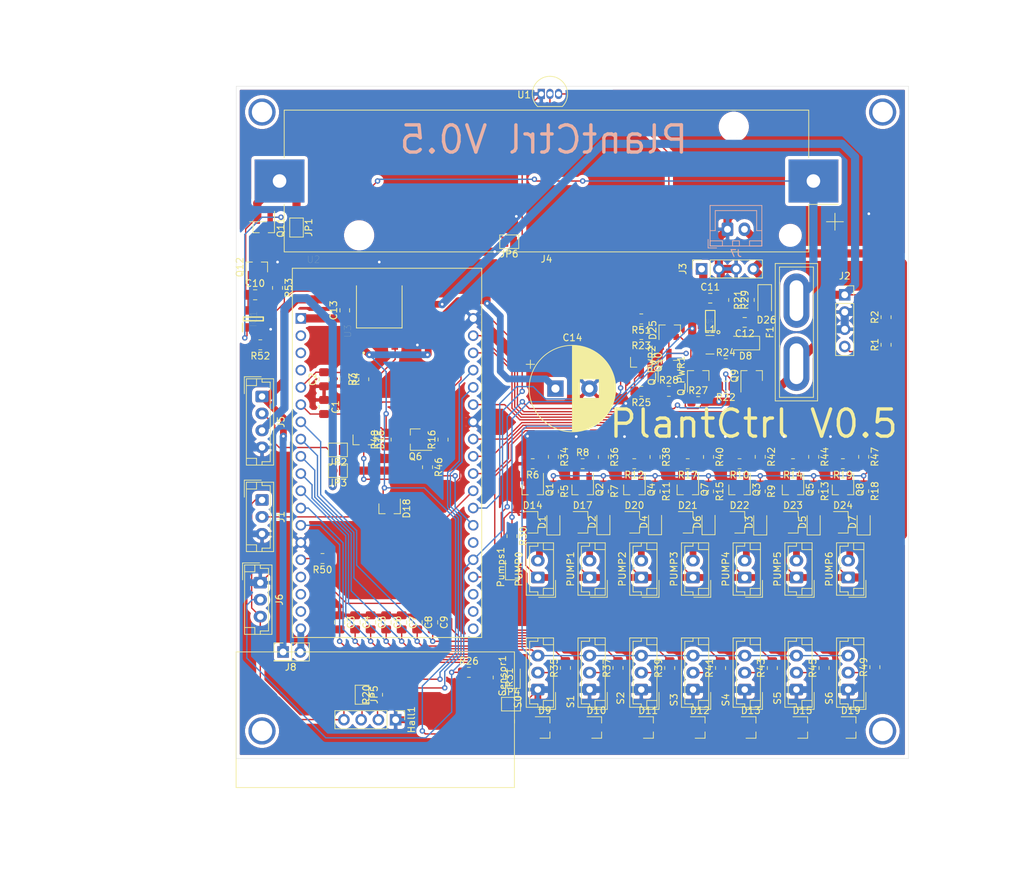
<source format=kicad_pcb>
(kicad_pcb (version 20171130) (host pcbnew 5.1.5+dfsg1-2build2)
  (layers (0 F.Cu signal) (31 B.Cu signal) (34 B.Paste user) (35 F.Paste user) (36 B.SilkS user) (37 F.SilkS user) (38 B.Mask user) (39 F.Mask user) (44 Edge.Cuts user))
  (net 0 "")
  (net 1 PLANT1_PUMP)
  (net 2 PLANT2_PUMP)
  (net 3 PLANT3_PUMP)
  (net 4 PLANT4_PUMP)
  (net 5 PLANT5_PUMP)
  (net 6 PLANT6_PUMP)
  (net 7 GND)
  (net 8 PLANT6_MOIST)
  (net 9 PLANT5_MOIST)
  (net 10 PLANT4_MOIST)
  (net 11 PLANT3_MOIST)
  (net 12 PLANT2_MOIST)
  (net 13 PLANT1_MOIST)
  (net 14 PLANT_CTRL_PUMP_0)
  (net 15 LIPO+)
  (net 16 SOLAR_IN)
  (net 17 PUMP_PWR)
  (net 18 PWR_PUMP_CONVERTER)
  (net 19 "Net-(J5-Pad3)")
  (net 20 3_3V)
  (net 21 Temp)
  (net 22 PLANT0_PUMP)
  (net 23 CUSTOM_GPIO)
  (net 24 PWR_SENSORS)
  (net 25 PLANT0_MOIST)
  (net 26 "Net-(C1-Pad2)")
  (net 27 "Net-(C2-Pad2)")
  (net 28 "Net-(R35-Pad1)")
  (net 29 PLANT_CTRL_PUMP_1)
  (net 30 "Net-(R37-Pad1)")
  (net 31 PLANT_CTRL_PUMP_2)
  (net 32 "Net-(R39-Pad1)")
  (net 33 PLANT_CTRL_PUMP_3)
  (net 34 "Net-(R41-Pad1)")
  (net 35 PLANT_CTRL_PUMP_4)
  (net 36 "Net-(R43-Pad1)")
  (net 37 PLANT_CTRL_PUMP_5)
  (net 38 "Net-(R45-Pad1)")
  (net 39 PLANT_CTRL_PUMP_6)
  (net 40 "Net-(R49-Pad1)")
  (net 41 PUMP_ENABLE)
  (net 42 SENSORS_ENABLE)
  (net 43 GND_BATT)
  (net 44 "Net-(C10-Pad2)")
  (net 45 VCC_BATT)
  (net 46 LIPO_OD)
  (net 47 LIPO_OC)
  (net 48 "Net-(Q11-Pad3)")
  (net 49 "Net-(D8-Pad2)")
  (net 50 "Net-(D18-Pad3)")
  (net 51 "Net-(Hall1-Pad3)")
  (net 52 "Net-(Hall1-Pad2)")
  (net 53 "Net-(IC1-Pad2)")
  (net 54 "Net-(JP3-Pad1)")
  (net 55 "Net-(JP4-Pad1)")
  (net 56 "Net-(JP5-Pad1)")
  (net 57 "Net-(R20-Pad2)")
  (net 58 "Net-(R21-Pad2)")
  (net 59 "Net-(D1-Pad2)")
  (net 60 "Net-(D2-Pad2)")
  (net 61 "Net-(D3-Pad2)")
  (net 62 "Net-(D4-Pad2)")
  (net 63 "Net-(D5-Pad2)")
  (net 64 "Net-(D6-Pad2)")
  (net 65 "Net-(D7-Pad2)")
  (net 66 "Net-(Pumps1-Pad2)")
  (net 67 "Net-(Q1-Pad1)")
  (net 68 "Net-(Q2-Pad1)")
  (net 69 "Net-(Q3-Pad1)")
  (net 70 "Net-(Q4-Pad1)")
  (net 71 "Net-(Q5-Pad1)")
  (net 72 "Net-(Q6-Pad1)")
  (net 73 "Net-(Q7-Pad1)")
  (net 74 "Net-(Q8-Pad1)")
  (net 75 "Net-(Q9-Pad3)")
  (net 76 "Net-(Q9-Pad1)")
  (net 77 "Net-(Q10-Pad3)")
  (net 78 "Net-(Q10-Pad1)")
  (net 79 "Net-(Q_PWR1-Pad1)")
  (net 80 "Net-(Q_PWR2-Pad1)")
  (net 81 "Net-(R31-Pad1)")
  (net 82 "Net-(J5-Pad2)")
  (net 83 "Net-(C12-Pad1)")
  (net 84 EXT_5V)
  (module ESP32:MODULE_ESP32-DEVKITC-32D (layer F.Cu) (at 192.405 94.615)
    (fp_text reference U2 (at -10.829175 -28.446045) (layer F.SilkS) (effects (font (size 1.000386 1.000386) (thickness 0.015))))
    (fp_text value ESP32-DEVKITC-32D)
    (pad 38 thru_hole circle (at 12.7 25.96) (size 1.56 1.56) (drill 1.04) (layers *.Cu *.Mask))
    (pad 37 thru_hole circle (at 12.7 23.42) (size 1.56 1.56) (drill 1.04) (layers *.Cu *.Mask))
    (pad 36 thru_hole circle (at 12.7 20.88) (size 1.56 1.56) (drill 1.04) (layers *.Cu *.Mask))
    (pad 35 thru_hole circle (at 12.7 18.34) (size 1.56 1.56) (drill 1.04) (layers *.Cu *.Mask) (net 14 PLANT_CTRL_PUMP_0))
    (pad 34 thru_hole circle (at 12.7 15.8) (size 1.56 1.56) (drill 1.04) (layers *.Cu *.Mask) (net 21 Temp))
    (pad 33 thru_hole circle (at 12.7 13.26) (size 1.56 1.56) (drill 1.04) (layers *.Cu *.Mask))
    (pad 32 thru_hole circle (at 12.7 10.72) (size 1.56 1.56) (drill 1.04) (layers *.Cu *.Mask) (net 23 CUSTOM_GPIO))
    (pad 31 thru_hole circle (at 12.7 8.18) (size 1.56 1.56) (drill 1.04) (layers *.Cu *.Mask) (net 42 SENSORS_ENABLE))
    (pad 30 thru_hole circle (at 12.7 5.64) (size 1.56 1.56) (drill 1.04) (layers *.Cu *.Mask) (net 50 "Net-(D18-Pad3)"))
    (pad 29 thru_hole circle (at 12.7 3.1) (size 1.56 1.56) (drill 1.04) (layers *.Cu *.Mask) (net 29 PLANT_CTRL_PUMP_1))
    (pad 28 thru_hole circle (at 12.7 0.56) (size 1.56 1.56) (drill 1.04) (layers *.Cu *.Mask) (net 31 PLANT_CTRL_PUMP_2))
    (pad 27 thru_hole circle (at 12.7 -1.98) (size 1.56 1.56) (drill 1.04) (layers *.Cu *.Mask) (net 33 PLANT_CTRL_PUMP_3))
    (pad 26 thru_hole circle (at 12.7 -4.52) (size 1.56 1.56) (drill 1.04) (layers *.Cu *.Mask) (net 7 GND))
    (pad 25 thru_hole circle (at 12.7 -7.06) (size 1.56 1.56) (drill 1.04) (layers *.Cu *.Mask) (net 35 PLANT_CTRL_PUMP_4))
    (pad 24 thru_hole circle (at 12.7 -9.6) (size 1.56 1.56) (drill 1.04) (layers *.Cu *.Mask) (net 57 "Net-(R20-Pad2)"))
    (pad 23 thru_hole circle (at 12.7 -12.14) (size 1.56 1.56) (drill 1.04) (layers *.Cu *.Mask) (net 56 "Net-(JP5-Pad1)"))
    (pad 22 thru_hole circle (at 12.7 -14.68) (size 1.56 1.56) (drill 1.04) (layers *.Cu *.Mask) (net 37 PLANT_CTRL_PUMP_5))
    (pad 21 thru_hole circle (at 12.7 -17.22) (size 1.56 1.56) (drill 1.04) (layers *.Cu *.Mask) (net 39 PLANT_CTRL_PUMP_6))
    (pad 20 thru_hole circle (at 12.7 -19.76) (size 1.56 1.56) (drill 1.04) (layers *.Cu *.Mask) (net 7 GND))
    (pad 18 thru_hole circle (at -12.7 23.42) (size 1.56 1.56) (drill 1.04) (layers *.Cu *.Mask))
    (pad 17 thru_hole circle (at -12.7 20.88) (size 1.56 1.56) (drill 1.04) (layers *.Cu *.Mask))
    (pad 16 thru_hole circle (at -12.7 18.34) (size 1.56 1.56) (drill 1.04) (layers *.Cu *.Mask))
    (pad 15 thru_hole circle (at -12.7 15.8) (size 1.56 1.56) (drill 1.04) (layers *.Cu *.Mask) (net 41 PUMP_ENABLE))
    (pad 14 thru_hole circle (at -12.7 13.26) (size 1.56 1.56) (drill 1.04) (layers *.Cu *.Mask) (net 7 GND))
    (pad 13 thru_hole circle (at -12.7 10.72) (size 1.56 1.56) (drill 1.04) (layers *.Cu *.Mask) (net 25 PLANT0_MOIST))
    (pad 12 thru_hole circle (at -12.7 8.18) (size 1.56 1.56) (drill 1.04) (layers *.Cu *.Mask) (net 13 PLANT1_MOIST))
    (pad 11 thru_hole circle (at -12.7 5.64) (size 1.56 1.56) (drill 1.04) (layers *.Cu *.Mask) (net 12 PLANT2_MOIST))
    (pad 10 thru_hole circle (at -12.7 3.1) (size 1.56 1.56) (drill 1.04) (layers *.Cu *.Mask) (net 11 PLANT3_MOIST))
    (pad 9 thru_hole circle (at -12.7 0.56) (size 1.56 1.56) (drill 1.04) (layers *.Cu *.Mask) (net 10 PLANT4_MOIST))
    (pad 8 thru_hole circle (at -12.7 -1.98) (size 1.56 1.56) (drill 1.04) (layers *.Cu *.Mask) (net 9 PLANT5_MOIST))
    (pad 7 thru_hole circle (at -12.7 -4.52) (size 1.56 1.56) (drill 1.04) (layers *.Cu *.Mask) (net 8 PLANT6_MOIST))
    (pad 6 thru_hole circle (at -12.7 -7.06) (size 1.56 1.56) (drill 1.04) (layers *.Cu *.Mask) (net 26 "Net-(C1-Pad2)"))
    (pad 5 thru_hole circle (at -12.7 -9.6) (size 1.56 1.56) (drill 1.04) (layers *.Cu *.Mask) (net 27 "Net-(C2-Pad2)"))
    (pad 4 thru_hole circle (at -12.7 -12.14) (size 1.56 1.56) (drill 1.04) (layers *.Cu *.Mask))
    (pad 3 thru_hole circle (at -12.7 -14.68) (size 1.56 1.56) (drill 1.04) (layers *.Cu *.Mask))
    (pad 19 thru_hole circle (at -12.7 25.96) (size 1.56 1.56) (drill 1.04) (layers *.Cu *.Mask) (net 84 EXT_5V))
    (pad 2 thru_hole circle (at -12.7 -17.22) (size 1.56 1.56) (drill 1.04) (layers *.Cu *.Mask))
    (pad 1 thru_hole rect (at -12.7 -19.76) (size 1.56 1.56) (drill 1.04) (layers *.Cu *.Mask) (net 20 3_3V))
  )
  (module LED_SMD:LED_0805_2012Metric_Pad1.15x1.40mm_HandSolder (layer F.Cu) (at 211.074 127.508 90)
    (fp_text reference Sensor1 (at 0 -1.65 90) (layer F.SilkS))
    (fp_text value LED_green)
    (pad 2 smd roundrect (at 1.025 0 90) (size 1.15 1.4) (layers F.Cu F.Paste F.Mask) (roundrect_rratio 0.217391) (net 81 "Net-(R31-Pad1)"))
    (pad 1 smd roundrect (at -1.025 0 90) (size 1.15 1.4) (layers F.Cu F.Paste F.Mask) (roundrect_rratio 0.217391) (net 55 "Net-(JP4-Pad1)"))
  )
  (module LED_SMD:LED_0805_2012Metric_Pad1.15x1.40mm_HandSolder (layer F.Cu) (at 210.82 111.506 90)
    (fp_text reference Pumps1 (at 0 -1.65 90) (layer F.SilkS))
    (fp_text value LED_red)
    (pad 2 smd roundrect (at 1.025 0 90) (size 1.15 1.4) (layers F.Cu F.Paste F.Mask) (roundrect_rratio 0.217391) (net 66 "Net-(Pumps1-Pad2)"))
    (pad 1 smd roundrect (at -1.025 0 90) (size 1.15 1.4) (layers F.Cu F.Paste F.Mask) (roundrect_rratio 0.217391) (net 7 GND))
  )
  (module LED_SMD:LED_0805_2012Metric_Pad1.15x1.40mm_HandSolder (layer F.Cu) (at 262.636 104.902 90)
    (fp_text reference D7 (at 0 -1.65 90) (layer F.SilkS))
    (fp_text value LED_Blue)
    (pad 2 smd roundrect (at 1.025 0 90) (size 1.15 1.4) (layers F.Cu F.Paste F.Mask) (roundrect_rratio 0.217391) (net 65 "Net-(D7-Pad2)"))
    (pad 1 smd roundrect (at -1.025 0 90) (size 1.15 1.4) (layers F.Cu F.Paste F.Mask) (roundrect_rratio 0.217391) (net 6 PLANT6_PUMP))
  )
  (module LED_SMD:LED_0805_2012Metric_Pad1.15x1.40mm_HandSolder (layer F.Cu) (at 239.776 104.8655 90)
    (fp_text reference D6 (at 0 -1.65 90) (layer F.SilkS))
    (fp_text value LED)
    (pad 2 smd roundrect (at 1.025 0 90) (size 1.15 1.4) (layers F.Cu F.Paste F.Mask) (roundrect_rratio 0.217391) (net 64 "Net-(D6-Pad2)"))
    (pad 1 smd roundrect (at -1.025 0 90) (size 1.15 1.4) (layers F.Cu F.Paste F.Mask) (roundrect_rratio 0.217391) (net 3 PLANT3_PUMP))
  )
  (module LED_SMD:LED_0805_2012Metric_Pad1.15x1.40mm_HandSolder (layer F.Cu) (at 255.27 104.902 90)
    (fp_text reference D5 (at 0 -1.65 90) (layer F.SilkS))
    (fp_text value LED)
    (pad 2 smd roundrect (at 1.025 0 90) (size 1.15 1.4) (layers F.Cu F.Paste F.Mask) (roundrect_rratio 0.217391) (net 63 "Net-(D5-Pad2)"))
    (pad 1 smd roundrect (at -1.025 0 90) (size 1.15 1.4) (layers F.Cu F.Paste F.Mask) (roundrect_rratio 0.217391) (net 5 PLANT5_PUMP))
  )
  (module LED_SMD:LED_0805_2012Metric_Pad1.15x1.40mm_HandSolder (layer F.Cu) (at 231.902 104.8655 90)
    (fp_text reference D4 (at 0 -1.65 90) (layer F.SilkS))
    (fp_text value LED_Blue)
    (pad 2 smd roundrect (at 1.025 0 90) (size 1.15 1.4) (layers F.Cu F.Paste F.Mask) (roundrect_rratio 0.217391) (net 62 "Net-(D4-Pad2)"))
    (pad 1 smd roundrect (at -1.025 0 90) (size 1.15 1.4) (layers F.Cu F.Paste F.Mask) (roundrect_rratio 0.217391) (net 2 PLANT2_PUMP))
  )
  (module LED_SMD:LED_0805_2012Metric_Pad1.15x1.40mm_HandSolder (layer F.Cu) (at 247.396 104.902 90)
    (fp_text reference D3 (at 0 -1.65 90) (layer F.SilkS))
    (fp_text value LED_Blue)
    (pad 2 smd roundrect (at 1.025 0 90) (size 1.15 1.4) (layers F.Cu F.Paste F.Mask) (roundrect_rratio 0.217391) (net 61 "Net-(D3-Pad2)"))
    (pad 1 smd roundrect (at -1.025 0 90) (size 1.15 1.4) (layers F.Cu F.Paste F.Mask) (roundrect_rratio 0.217391) (net 4 PLANT4_PUMP))
  )
  (module LED_SMD:LED_0805_2012Metric_Pad1.15x1.40mm_HandSolder (layer F.Cu) (at 224.282 104.8655 90)
    (fp_text reference D2 (at 0 -1.65 90) (layer F.SilkS))
    (fp_text value LED)
    (pad 2 smd roundrect (at 1.025 0 90) (size 1.15 1.4) (layers F.Cu F.Paste F.Mask) (roundrect_rratio 0.217391) (net 60 "Net-(D2-Pad2)"))
    (pad 1 smd roundrect (at -1.025 0 90) (size 1.15 1.4) (layers F.Cu F.Paste F.Mask) (roundrect_rratio 0.217391) (net 1 PLANT1_PUMP))
  )
  (module LED_SMD:LED_0805_2012Metric_Pad1.15x1.40mm_HandSolder (layer F.Cu) (at 216.916 104.902 90)
    (fp_text reference D1 (at 0 -1.65 90) (layer F.SilkS))
    (fp_text value LED_Blue)
    (pad 2 smd roundrect (at 1.025 0 90) (size 1.15 1.4) (layers F.Cu F.Paste F.Mask) (roundrect_rratio 0.217391) (net 59 "Net-(D1-Pad2)"))
    (pad 1 smd roundrect (at -1.025 0 90) (size 1.15 1.4) (layers F.Cu F.Paste F.Mask) (roundrect_rratio 0.217391) (net 22 PLANT0_PUMP))
  )
  (module Capacitor_SMD:C_0805_2012Metric_Pad1.15x1.40mm_HandSolder (layer F.Cu) (at 186.182 73.66 90)
    (fp_text reference C13 (at 0 -1.65 90) (layer F.SilkS))
    (fp_text value 22uf)
    (pad 2 smd roundrect (at 1.025 0 90) (size 1.15 1.4) (layers F.Cu F.Paste F.Mask) (roundrect_rratio 0.217391) (net 7 GND))
    (pad 1 smd roundrect (at -1.025 0 90) (size 1.15 1.4) (layers F.Cu F.Paste F.Mask) (roundrect_rratio 0.217391) (net 20 3_3V))
  )
  (module Capacitor_SMD:C_0805_2012Metric_Pad1.15x1.40mm_HandSolder (layer F.Cu) (at 245.11 75.438 180)
    (fp_text reference C12 (at 0 -1.65) (layer F.SilkS))
    (fp_text value 22uf)
    (pad 2 smd roundrect (at 1.025 0 180) (size 1.15 1.4) (layers F.Cu F.Paste F.Mask) (roundrect_rratio 0.217391) (net 7 GND))
    (pad 1 smd roundrect (at -1.025 0 180) (size 1.15 1.4) (layers F.Cu F.Paste F.Mask) (roundrect_rratio 0.217391) (net 83 "Net-(C12-Pad1)"))
  )
  (module Capacitor_SMD:C_0805_2012Metric_Pad1.15x1.40mm_HandSolder (layer F.Cu) (at 240.03 71.882)
    (fp_text reference C11 (at 0 -1.65) (layer F.SilkS))
    (fp_text value 22uf)
    (pad 2 smd roundrect (at 1.025 0) (size 1.15 1.4) (layers F.Cu F.Paste F.Mask) (roundrect_rratio 0.217391) (net 7 GND))
    (pad 1 smd roundrect (at -1.025 0) (size 1.15 1.4) (layers F.Cu F.Paste F.Mask) (roundrect_rratio 0.217391) (net 18 PWR_PUMP_CONVERTER))
  )
  (module Package_TO_SOT_SMD:SOT-23 (layer F.Cu) (at 234.061 76.581 90)
    (fp_text reference D25 (at 0 -2.5 90) (layer F.SilkS))
    (fp_text value BAS40-04)
    (pad 3 smd rect (at 1 0 90) (size 0.9 0.8) (layers F.Cu F.Paste F.Mask) (net 24 PWR_SENSORS))
    (pad 2 smd rect (at -1 0.95 90) (size 0.9 0.8) (layers F.Cu F.Paste F.Mask) (net 15 LIPO+))
    (pad 1 smd rect (at -1 -0.95 90) (size 0.9 0.8) (layers F.Cu F.Paste F.Mask) (net 7 GND))
  )
  (module Jumper:SolderJumper-2_P1.3mm_Bridged_Pad1.0x1.5mm (layer F.Cu) (at 210.678 131.684)
    (fp_text reference JP4 (at 0 -1.8) (layer F.SilkS))
    (fp_text value SolderJumper_2_Open)
    (fp_poly (pts (xy -0.25 -0.3) (xy 0.25 -0.3) (xy 0.25 0.3) (xy -0.25 0.3)) (layer F.Cu) (width 0))
    (pad 2 smd rect (at 0.65 0) (size 1 1.5) (layers F.Cu F.Mask) (net 7 GND))
    (pad 1 smd rect (at -0.65 0) (size 1 1.5) (layers F.Cu F.Mask) (net 55 "Net-(JP4-Pad1)"))
  )
  (module Capacitor_SMD:C_0805_2012Metric_Pad1.18x1.45mm_HandSolder (layer F.Cu) (at 183.134 87.9055 270)
    (fp_text reference C1 (at 0 -1.68 90) (layer F.SilkS))
    (fp_text value 1u)
    (pad 2 smd roundrect (at 1.0375 0 270) (size 1.175 1.45) (layers F.Cu F.Paste F.Mask) (roundrect_rratio 0.212766) (net 26 "Net-(C1-Pad2)"))
    (pad 1 smd roundrect (at -1.0375 0 270) (size 1.175 1.45) (layers F.Cu F.Paste F.Mask) (roundrect_rratio 0.212766) (net 7 GND))
  )
  (module Connector_PinSocket_2.54mm:PinSocket_1x04_P2.54mm_Vertical (layer F.Cu) (at 259.842 71.374)
    (fp_text reference J2 (at 0 -2.77) (layer F.SilkS))
    (fp_text value Conn_01x04)
    (pad 4 thru_hole oval (at 0 7.62) (size 1.7 1.7) (drill 1) (layers *.Cu *.Mask) (net 16 SOLAR_IN))
    (pad 3 thru_hole oval (at 0 5.08) (size 1.7 1.7) (drill 1) (layers *.Cu *.Mask) (net 7 GND))
    (pad 2 thru_hole oval (at 0 2.54) (size 1.7 1.7) (drill 1) (layers *.Cu *.Mask) (net 7 GND))
    (pad 1 thru_hole rect (at 0 0) (size 1.7 1.7) (drill 1) (layers *.Cu *.Mask) (net 15 LIPO+))
  )
  (module ESP32:SR04M-2PinHeader_1x04_P2.54mm_Vertical (layer F.Cu) (at 193.675 133.985 270)
    (fp_text reference Hall1 (at 0 -2.33 90) (layer F.SilkS))
    (fp_text value Conn_01x04)
    (pad 4 thru_hole oval (at 0 7.62 270) (size 1.7 1.7) (drill 1) (layers *.Cu *.Mask) (net 24 PWR_SENSORS))
    (pad 3 thru_hole oval (at 0 5.08 270) (size 1.7 1.7) (drill 1) (layers *.Cu *.Mask) (net 51 "Net-(Hall1-Pad3)"))
    (pad 2 thru_hole oval (at 0 2.54 270) (size 1.7 1.7) (drill 1) (layers *.Cu *.Mask) (net 52 "Net-(Hall1-Pad2)"))
    (pad 1 thru_hole rect (at 0 0 270) (size 1.7 1.7) (drill 1) (layers *.Cu *.Mask) (net 7 GND))
  )
  (module ESP32:DPAK457P991X255-3N (layer F.Cu) (at 191.262 73.914 90)
    (fp_text reference U3 (at -2.825 -4.635 90) (layer F.SilkS) (effects (font (thickness 0.015))))
    (fp_text value LP38690DT-3.3)
    (pad 4 smd rect (at 2.32 0 90) (size 6.49 5.63) (layers F.Cu F.Mask) (net 7 GND))
    (pad 3 smd rect (at -4.45 2.285 90) (size 2.22 0.96) (layers F.Cu F.Paste F.Mask) (net 15 LIPO+))
    (pad 1 smd rect (at -4.45 -2.285 90) (size 2.22 0.96) (layers F.Cu F.Paste F.Mask) (net 20 3_3V))
  )
  (module Resistor_SMD:R_0805_2012Metric_Pad1.20x1.40mm_HandSolder (layer F.Cu) (at 229.87 74.93 180)
    (fp_text reference R51 (at 0 -1.65) (layer F.SilkS))
    (fp_text value 1k)
    (pad 2 smd roundrect (at 1 0 180) (size 1.2 1.4) (layers F.Cu F.Paste F.Mask) (roundrect_rratio 0.208333) (net 42 SENSORS_ENABLE))
    (pad 1 smd roundrect (at -1 0 180) (size 1.2 1.4) (layers F.Cu F.Paste F.Mask) (roundrect_rratio 0.208333) (net 78 "Net-(Q10-Pad1)"))
  )
  (module Resistor_SMD:R_0805_2012Metric_Pad1.20x1.40mm_HandSolder (layer F.Cu) (at 182.896 110.236 180)
    (fp_text reference R50 (at 0 -1.65) (layer F.SilkS))
    (fp_text value 1k)
    (pad 2 smd roundrect (at 1 0 180) (size 1.2 1.4) (layers F.Cu F.Paste F.Mask) (roundrect_rratio 0.208333) (net 41 PUMP_ENABLE))
    (pad 1 smd roundrect (at -1 0 180) (size 1.2 1.4) (layers F.Cu F.Paste F.Mask) (roundrect_rratio 0.208333) (net 76 "Net-(Q9-Pad1)"))
  )
  (module Resistor_SMD:R_0805_2012Metric_Pad1.20x1.40mm_HandSolder (layer F.Cu) (at 264.287 126.238 90)
    (fp_text reference R49 (at 0 -1.65 90) (layer F.SilkS))
    (fp_text value 1k)
    (pad 2 smd roundrect (at 1 0 90) (size 1.2 1.4) (layers F.Cu F.Paste F.Mask) (roundrect_rratio 0.208333) (net 8 PLANT6_MOIST))
    (pad 1 smd roundrect (at -1 0 90) (size 1.2 1.4) (layers F.Cu F.Paste F.Mask) (roundrect_rratio 0.208333) (net 40 "Net-(R49-Pad1)"))
  )
  (module Resistor_SMD:R_0805_2012Metric_Pad1.20x1.40mm_HandSolder (layer F.Cu) (at 192.278 92.71 90)
    (fp_text reference R48 (at 0 -1.65 90) (layer F.SilkS))
    (fp_text value 10k)
    (pad 2 smd roundrect (at 1 0 90) (size 1.2 1.4) (layers F.Cu F.Paste F.Mask) (roundrect_rratio 0.208333) (net 20 3_3V))
    (pad 1 smd roundrect (at -1 0 90) (size 1.2 1.4) (layers F.Cu F.Paste F.Mask) (roundrect_rratio 0.208333) (net 54 "Net-(JP3-Pad1)"))
  )
  (module Resistor_SMD:R_0805_2012Metric_Pad1.20x1.40mm_HandSolder (layer F.Cu) (at 262.636 95.25 270)
    (fp_text reference R47 (at 0 -1.65 90) (layer F.SilkS))
    (fp_text value 1k)
    (pad 2 smd roundrect (at 1 0 270) (size 1.2 1.4) (layers F.Cu F.Paste F.Mask) (roundrect_rratio 0.208333) (net 74 "Net-(Q8-Pad1)"))
    (pad 1 smd roundrect (at -1 0 270) (size 1.2 1.4) (layers F.Cu F.Paste F.Mask) (roundrect_rratio 0.208333) (net 39 PLANT_CTRL_PUMP_6))
  )
  (module Resistor_SMD:R_0805_2012Metric_Pad1.20x1.40mm_HandSolder (layer F.Cu) (at 198.374 96.774 270)
    (fp_text reference R46 (at 0 -1.65 90) (layer F.SilkS))
    (fp_text value 1k)
    (pad 2 smd roundrect (at 1 0 270) (size 1.2 1.4) (layers F.Cu F.Paste F.Mask) (roundrect_rratio 0.208333) (net 23 CUSTOM_GPIO))
    (pad 1 smd roundrect (at -1 0 270) (size 1.2 1.4) (layers F.Cu F.Paste F.Mask) (roundrect_rratio 0.208333) (net 72 "Net-(Q6-Pad1)"))
  )
  (module Resistor_SMD:R_0805_2012Metric_Pad1.20x1.40mm_HandSolder (layer F.Cu) (at 256.794 126.365 90)
    (fp_text reference R45 (at 0 -1.65 90) (layer F.SilkS))
    (fp_text value 1k)
    (pad 2 smd roundrect (at 1 0 90) (size 1.2 1.4) (layers F.Cu F.Paste F.Mask) (roundrect_rratio 0.208333) (net 9 PLANT5_MOIST))
    (pad 1 smd roundrect (at -1 0 90) (size 1.2 1.4) (layers F.Cu F.Paste F.Mask) (roundrect_rratio 0.208333) (net 38 "Net-(R45-Pad1)"))
  )
  (module Resistor_SMD:R_0805_2012Metric_Pad1.20x1.40mm_HandSolder (layer F.Cu) (at 255.27 95.25 270)
    (fp_text reference R44 (at 0 -1.65 90) (layer F.SilkS))
    (fp_text value 1k)
    (pad 2 smd roundrect (at 1 0 270) (size 1.2 1.4) (layers F.Cu F.Paste F.Mask) (roundrect_rratio 0.208333) (net 71 "Net-(Q5-Pad1)"))
    (pad 1 smd roundrect (at -1 0 270) (size 1.2 1.4) (layers F.Cu F.Paste F.Mask) (roundrect_rratio 0.208333) (net 37 PLANT_CTRL_PUMP_5))
  )
  (module Resistor_SMD:R_0805_2012Metric_Pad1.20x1.40mm_HandSolder (layer F.Cu) (at 249.174 126.365 90)
    (fp_text reference R43 (at 0 -1.65 90) (layer F.SilkS))
    (fp_text value 1k)
    (pad 2 smd roundrect (at 1 0 90) (size 1.2 1.4) (layers F.Cu F.Paste F.Mask) (roundrect_rratio 0.208333) (net 10 PLANT4_MOIST))
    (pad 1 smd roundrect (at -1 0 90) (size 1.2 1.4) (layers F.Cu F.Paste F.Mask) (roundrect_rratio 0.208333) (net 36 "Net-(R43-Pad1)"))
  )
  (module Resistor_SMD:R_0805_2012Metric_Pad1.20x1.40mm_HandSolder (layer F.Cu) (at 247.396 95.25 270)
    (fp_text reference R42 (at 0 -1.65 90) (layer F.SilkS))
    (fp_text value 1k)
    (pad 2 smd roundrect (at 1 0 270) (size 1.2 1.4) (layers F.Cu F.Paste F.Mask) (roundrect_rratio 0.208333) (net 69 "Net-(Q3-Pad1)"))
    (pad 1 smd roundrect (at -1 0 270) (size 1.2 1.4) (layers F.Cu F.Paste F.Mask) (roundrect_rratio 0.208333) (net 35 PLANT_CTRL_PUMP_4))
  )
  (module Resistor_SMD:R_0805_2012Metric_Pad1.20x1.40mm_HandSolder (layer F.Cu) (at 241.554 126.365 90)
    (fp_text reference R41 (at 0 -1.65 90) (layer F.SilkS))
    (fp_text value 1k)
    (pad 2 smd roundrect (at 1 0 90) (size 1.2 1.4) (layers F.Cu F.Paste F.Mask) (roundrect_rratio 0.208333) (net 11 PLANT3_MOIST))
    (pad 1 smd roundrect (at -1 0 90) (size 1.2 1.4) (layers F.Cu F.Paste F.Mask) (roundrect_rratio 0.208333) (net 34 "Net-(R41-Pad1)"))
  )
  (module Resistor_SMD:R_0805_2012Metric_Pad1.20x1.40mm_HandSolder (layer F.Cu) (at 239.776 95.266 270)
    (fp_text reference R40 (at 0 -1.65 90) (layer F.SilkS))
    (fp_text value 1k)
    (pad 2 smd roundrect (at 1 0 270) (size 1.2 1.4) (layers F.Cu F.Paste F.Mask) (roundrect_rratio 0.208333) (net 73 "Net-(Q7-Pad1)"))
    (pad 1 smd roundrect (at -1 0 270) (size 1.2 1.4) (layers F.Cu F.Paste F.Mask) (roundrect_rratio 0.208333) (net 33 PLANT_CTRL_PUMP_3))
  )
  (module Resistor_SMD:R_0805_2012Metric_Pad1.20x1.40mm_HandSolder (layer F.Cu) (at 234.061 126.365 90)
    (fp_text reference R39 (at 0 -1.65 90) (layer F.SilkS))
    (fp_text value 1k)
    (pad 2 smd roundrect (at 1 0 90) (size 1.2 1.4) (layers F.Cu F.Paste F.Mask) (roundrect_rratio 0.208333) (net 12 PLANT2_MOIST))
    (pad 1 smd roundrect (at -1 0 90) (size 1.2 1.4) (layers F.Cu F.Paste F.Mask) (roundrect_rratio 0.208333) (net 32 "Net-(R39-Pad1)"))
  )
  (module Resistor_SMD:R_0805_2012Metric_Pad1.20x1.40mm_HandSolder (layer F.Cu) (at 231.902 95.266 270)
    (fp_text reference R38 (at 0 -1.65 90) (layer F.SilkS))
    (fp_text value 1k)
    (pad 2 smd roundrect (at 1 0 270) (size 1.2 1.4) (layers F.Cu F.Paste F.Mask) (roundrect_rratio 0.208333) (net 70 "Net-(Q4-Pad1)"))
    (pad 1 smd roundrect (at -1 0 270) (size 1.2 1.4) (layers F.Cu F.Paste F.Mask) (roundrect_rratio 0.208333) (net 31 PLANT_CTRL_PUMP_2))
  )
  (module Resistor_SMD:R_0805_2012Metric_Pad1.20x1.40mm_HandSolder (layer F.Cu) (at 226.441 126.349 90)
    (fp_text reference R37 (at 0 -1.65 90) (layer F.SilkS))
    (fp_text value 10k)
    (pad 2 smd roundrect (at 1 0 90) (size 1.2 1.4) (layers F.Cu F.Paste F.Mask) (roundrect_rratio 0.208333) (net 13 PLANT1_MOIST))
    (pad 1 smd roundrect (at -1 0 90) (size 1.2 1.4) (layers F.Cu F.Paste F.Mask) (roundrect_rratio 0.208333) (net 30 "Net-(R37-Pad1)"))
  )
  (module Resistor_SMD:R_0805_2012Metric_Pad1.20x1.40mm_HandSolder (layer F.Cu) (at 224.282 95.266 270)
    (fp_text reference R36 (at 0 -1.65 90) (layer F.SilkS))
    (fp_text value 1k)
    (pad 2 smd roundrect (at 1 0 270) (size 1.2 1.4) (layers F.Cu F.Paste F.Mask) (roundrect_rratio 0.208333) (net 68 "Net-(Q2-Pad1)"))
    (pad 1 smd roundrect (at -1 0 270) (size 1.2 1.4) (layers F.Cu F.Paste F.Mask) (roundrect_rratio 0.208333) (net 29 PLANT_CTRL_PUMP_1))
  )
  (module Resistor_SMD:R_0805_2012Metric_Pad1.20x1.40mm_HandSolder (layer F.Cu) (at 218.694 126.349 90)
    (fp_text reference R35 (at 0 -1.65 90) (layer F.SilkS))
    (fp_text value 10k)
    (pad 2 smd roundrect (at 1 0 90) (size 1.2 1.4) (layers F.Cu F.Paste F.Mask) (roundrect_rratio 0.208333) (net 25 PLANT0_MOIST))
    (pad 1 smd roundrect (at -1 0 90) (size 1.2 1.4) (layers F.Cu F.Paste F.Mask) (roundrect_rratio 0.208333) (net 28 "Net-(R35-Pad1)"))
  )
  (module Resistor_SMD:R_0805_2012Metric_Pad1.20x1.40mm_HandSolder (layer F.Cu) (at 216.916 95.25 270)
    (fp_text reference R34 (at 0 -1.65 90) (layer F.SilkS))
    (fp_text value 1k)
    (pad 2 smd roundrect (at 1 0 270) (size 1.2 1.4) (layers F.Cu F.Paste F.Mask) (roundrect_rratio 0.208333) (net 67 "Net-(Q1-Pad1)"))
    (pad 1 smd roundrect (at -1 0 270) (size 1.2 1.4) (layers F.Cu F.Paste F.Mask) (roundrect_rratio 0.208333) (net 14 PLANT_CTRL_PUMP_0))
  )
  (module Resistor_SMD:R_0805_2012Metric_Pad1.20x1.40mm_HandSolder (layer F.Cu) (at 208.788 127.762 270)
    (fp_text reference R31 (at 0 -1.65 90) (layer F.SilkS))
    (fp_text value 270)
    (pad 2 smd roundrect (at 1 0 270) (size 1.2 1.4) (layers F.Cu F.Paste F.Mask) (roundrect_rratio 0.208333) (net 24 PWR_SENSORS))
    (pad 1 smd roundrect (at -1 0 270) (size 1.2 1.4) (layers F.Cu F.Paste F.Mask) (roundrect_rratio 0.208333) (net 81 "Net-(R31-Pad1)"))
  )
  (module Resistor_SMD:R_0805_2012Metric_Pad1.20x1.40mm_HandSolder (layer F.Cu) (at 210.82 106.934 270)
    (fp_text reference R30 (at 0 -1.65 90) (layer F.SilkS))
    (fp_text value 270)
    (pad 2 smd roundrect (at 1 0 270) (size 1.2 1.4) (layers F.Cu F.Paste F.Mask) (roundrect_rratio 0.208333) (net 66 "Net-(Pumps1-Pad2)"))
    (pad 1 smd roundrect (at -1 0 270) (size 1.2 1.4) (layers F.Cu F.Paste F.Mask) (roundrect_rratio 0.208333) (net 18 PWR_PUMP_CONVERTER))
  )
  (module Resistor_SMD:R_0805_2012Metric_Pad1.20x1.40mm_HandSolder (layer F.Cu) (at 233.934 85.598)
    (fp_text reference R28 (at 0 -1.65) (layer F.SilkS))
    (fp_text value 10k)
    (pad 2 smd roundrect (at 1 0) (size 1.2 1.4) (layers F.Cu F.Paste F.Mask) (roundrect_rratio 0.208333) (net 15 LIPO+))
    (pad 1 smd roundrect (at -1 0) (size 1.2 1.4) (layers F.Cu F.Paste F.Mask) (roundrect_rratio 0.208333) (net 80 "Net-(Q_PWR2-Pad1)"))
  )
  (module Resistor_SMD:R_0805_2012Metric_Pad1.20x1.40mm_HandSolder (layer F.Cu) (at 238.252 87.122)
    (fp_text reference R27 (at 0 -1.65) (layer F.SilkS))
    (fp_text value 10k)
    (pad 2 smd roundrect (at 1 0) (size 1.2 1.4) (layers F.Cu F.Paste F.Mask) (roundrect_rratio 0.208333) (net 15 LIPO+))
    (pad 1 smd roundrect (at -1 0) (size 1.2 1.4) (layers F.Cu F.Paste F.Mask) (roundrect_rratio 0.208333) (net 79 "Net-(Q_PWR1-Pad1)"))
  )
  (module Resistor_SMD:R_0805_2012Metric_Pad1.20x1.40mm_HandSolder (layer F.Cu) (at 204.47 127)
    (fp_text reference R26 (at 0 -1.65) (layer F.SilkS))
    (fp_text value 4k7)
    (pad 2 smd roundrect (at 1 0) (size 1.2 1.4) (layers F.Cu F.Paste F.Mask) (roundrect_rratio 0.208333) (net 24 PWR_SENSORS))
    (pad 1 smd roundrect (at -1 0) (size 1.2 1.4) (layers F.Cu F.Paste F.Mask) (roundrect_rratio 0.208333) (net 21 Temp))
  )
  (module Resistor_SMD:R_0805_2012Metric_Pad1.20x1.40mm_HandSolder (layer F.Cu) (at 229.87 85.598 180)
    (fp_text reference R25 (at 0 -1.65) (layer F.SilkS))
    (fp_text value 10k)
    (pad 2 smd roundrect (at 1 0 180) (size 1.2 1.4) (layers F.Cu F.Paste F.Mask) (roundrect_rratio 0.208333) (net 77 "Net-(Q10-Pad3)"))
    (pad 1 smd roundrect (at -1 0 180) (size 1.2 1.4) (layers F.Cu F.Paste F.Mask) (roundrect_rratio 0.208333) (net 80 "Net-(Q_PWR2-Pad1)"))
  )
  (module Resistor_SMD:R_0805_2012Metric_Pad1.20x1.40mm_HandSolder (layer F.Cu) (at 242.316 81.534)
    (fp_text reference R24 (at 0 -1.65) (layer F.SilkS))
    (fp_text value 10k)
    (pad 2 smd roundrect (at 1 0) (size 1.2 1.4) (layers F.Cu F.Paste F.Mask) (roundrect_rratio 0.208333) (net 75 "Net-(Q9-Pad3)"))
    (pad 1 smd roundrect (at -1 0) (size 1.2 1.4) (layers F.Cu F.Paste F.Mask) (roundrect_rratio 0.208333) (net 79 "Net-(Q_PWR1-Pad1)"))
  )
  (module Resistor_SMD:R_0805_2012Metric_Pad1.20x1.40mm_HandSolder (layer F.Cu) (at 229.87 77.216 180)
    (fp_text reference R23 (at 0 -1.65) (layer F.SilkS))
    (fp_text value 10k)
    (pad 2 smd roundrect (at 1 0 180) (size 1.2 1.4) (layers F.Cu F.Paste F.Mask) (roundrect_rratio 0.208333) (net 7 GND))
    (pad 1 smd roundrect (at -1 0 180) (size 1.2 1.4) (layers F.Cu F.Paste F.Mask) (roundrect_rratio 0.208333) (net 78 "Net-(Q10-Pad1)"))
  )
  (module Resistor_SMD:R_0805_2012Metric_Pad1.20x1.40mm_HandSolder (layer F.Cu) (at 242.316 84.836 180)
    (fp_text reference R22 (at 0 -1.65) (layer F.SilkS))
    (fp_text value 10k)
    (pad 2 smd roundrect (at 1 0 180) (size 1.2 1.4) (layers F.Cu F.Paste F.Mask) (roundrect_rratio 0.208333) (net 7 GND))
    (pad 1 smd roundrect (at -1 0 180) (size 1.2 1.4) (layers F.Cu F.Paste F.Mask) (roundrect_rratio 0.208333) (net 76 "Net-(Q9-Pad1)"))
  )
  (module Resistor_SMD:R_0805_2012Metric_Pad1.20x1.40mm_HandSolder (layer F.Cu) (at 259.572 96.266 180)
    (fp_text reference R19 (at 0 -1.65) (layer F.SilkS))
    (fp_text value 10k)
    (pad 2 smd roundrect (at 1 0 180) (size 1.2 1.4) (layers F.Cu F.Paste F.Mask) (roundrect_rratio 0.208333) (net 7 GND))
    (pad 1 smd roundrect (at -1 0 180) (size 1.2 1.4) (layers F.Cu F.Paste F.Mask) (roundrect_rratio 0.208333) (net 74 "Net-(Q8-Pad1)"))
  )
  (module Resistor_SMD:R_0805_2012Metric_Pad1.20x1.40mm_HandSolder (layer F.Cu) (at 262.636 100.314 270)
    (fp_text reference R18 (at 0 -1.65 90) (layer F.SilkS))
    (fp_text value 270)
    (pad 2 smd roundrect (at 1 0 270) (size 1.2 1.4) (layers F.Cu F.Paste F.Mask) (roundrect_rratio 0.208333) (net 65 "Net-(D7-Pad2)"))
    (pad 1 smd roundrect (at -1 0 270) (size 1.2 1.4) (layers F.Cu F.Paste F.Mask) (roundrect_rratio 0.208333) (net 15 LIPO+))
  )
  (module Resistor_SMD:R_0805_2012Metric_Pad1.20x1.40mm_HandSolder (layer F.Cu) (at 236.712 96.266 180)
    (fp_text reference R17 (at 0 -1.65) (layer F.SilkS))
    (fp_text value 47k)
    (pad 2 smd roundrect (at 1 0 180) (size 1.2 1.4) (layers F.Cu F.Paste F.Mask) (roundrect_rratio 0.208333) (net 7 GND))
    (pad 1 smd roundrect (at -1 0 180) (size 1.2 1.4) (layers F.Cu F.Paste F.Mask) (roundrect_rratio 0.208333) (net 73 "Net-(Q7-Pad1)"))
  )
  (module Resistor_SMD:R_0805_2012Metric_Pad1.20x1.40mm_HandSolder (layer F.Cu) (at 200.66 92.71 90)
    (fp_text reference R16 (at 0 -1.65 90) (layer F.SilkS))
    (fp_text value 10k)
    (pad 2 smd roundrect (at 1 0 90) (size 1.2 1.4) (layers F.Cu F.Paste F.Mask) (roundrect_rratio 0.208333) (net 7 GND))
    (pad 1 smd roundrect (at -1 0 90) (size 1.2 1.4) (layers F.Cu F.Paste F.Mask) (roundrect_rratio 0.208333) (net 72 "Net-(Q6-Pad1)"))
  )
  (module Resistor_SMD:R_0805_2012Metric_Pad1.20x1.40mm_HandSolder (layer F.Cu) (at 239.776 100.346 270)
    (fp_text reference R15 (at 0 -1.65 90) (layer F.SilkS))
    (fp_text value 270)
    (pad 2 smd roundrect (at 1 0 270) (size 1.2 1.4) (layers F.Cu F.Paste F.Mask) (roundrect_rratio 0.208333) (net 64 "Net-(D6-Pad2)"))
    (pad 1 smd roundrect (at -1 0 270) (size 1.2 1.4) (layers F.Cu F.Paste F.Mask) (roundrect_rratio 0.208333) (net 15 LIPO+))
  )
  (module Resistor_SMD:R_0805_2012Metric_Pad1.20x1.40mm_HandSolder (layer F.Cu) (at 252.222 96.266 180)
    (fp_text reference R14 (at 0 -1.65) (layer F.SilkS))
    (fp_text value 10k)
    (pad 2 smd roundrect (at 1 0 180) (size 1.2 1.4) (layers F.Cu F.Paste F.Mask) (roundrect_rratio 0.208333) (net 7 GND))
    (pad 1 smd roundrect (at -1 0 180) (size 1.2 1.4) (layers F.Cu F.Paste F.Mask) (roundrect_rratio 0.208333) (net 71 "Net-(Q5-Pad1)"))
  )
  (module Resistor_SMD:R_0805_2012Metric_Pad1.20x1.40mm_HandSolder (layer F.Cu) (at 255.27 100.33 270)
    (fp_text reference R13 (at 0 -1.65 90) (layer F.SilkS))
    (fp_text value 270)
    (pad 2 smd roundrect (at 1 0 270) (size 1.2 1.4) (layers F.Cu F.Paste F.Mask) (roundrect_rratio 0.208333) (net 63 "Net-(D5-Pad2)"))
    (pad 1 smd roundrect (at -1 0 270) (size 1.2 1.4) (layers F.Cu F.Paste F.Mask) (roundrect_rratio 0.208333) (net 15 LIPO+))
  )
  (module Resistor_SMD:R_0805_2012Metric_Pad1.20x1.40mm_HandSolder (layer F.Cu) (at 228.838 96.266 180)
    (fp_text reference R12 (at 0 -1.65) (layer F.SilkS))
    (fp_text value 10k)
    (pad 2 smd roundrect (at 1 0 180) (size 1.2 1.4) (layers F.Cu F.Paste F.Mask) (roundrect_rratio 0.208333) (net 7 GND))
    (pad 1 smd roundrect (at -1 0 180) (size 1.2 1.4) (layers F.Cu F.Paste F.Mask) (roundrect_rratio 0.208333) (net 70 "Net-(Q4-Pad1)"))
  )
  (module Resistor_SMD:R_0805_2012Metric_Pad1.20x1.40mm_HandSolder (layer F.Cu) (at 231.902 100.346 270)
    (fp_text reference R11 (at 0 -1.65 90) (layer F.SilkS))
    (fp_text value 270)
    (pad 2 smd roundrect (at 1 0 270) (size 1.2 1.4) (layers F.Cu F.Paste F.Mask) (roundrect_rratio 0.208333) (net 62 "Net-(D4-Pad2)"))
    (pad 1 smd roundrect (at -1 0 270) (size 1.2 1.4) (layers F.Cu F.Paste F.Mask) (roundrect_rratio 0.208333) (net 15 LIPO+))
  )
  (module Resistor_SMD:R_0805_2012Metric_Pad1.20x1.40mm_HandSolder (layer F.Cu) (at 244.348 96.266 180)
    (fp_text reference R10 (at 0 -1.65) (layer F.SilkS))
    (fp_text value 47k)
    (pad 2 smd roundrect (at 1 0 180) (size 1.2 1.4) (layers F.Cu F.Paste F.Mask) (roundrect_rratio 0.208333) (net 7 GND))
    (pad 1 smd roundrect (at -1 0 180) (size 1.2 1.4) (layers F.Cu F.Paste F.Mask) (roundrect_rratio 0.208333) (net 69 "Net-(Q3-Pad1)"))
  )
  (module Resistor_SMD:R_0805_2012Metric_Pad1.20x1.40mm_HandSolder (layer F.Cu) (at 247.396 100.33 270)
    (fp_text reference R9 (at 0 -1.65 90) (layer F.SilkS))
    (fp_text value 270)
    (pad 2 smd roundrect (at 1 0 270) (size 1.2 1.4) (layers F.Cu F.Paste F.Mask) (roundrect_rratio 0.208333) (net 61 "Net-(D3-Pad2)"))
    (pad 1 smd roundrect (at -1 0 270) (size 1.2 1.4) (layers F.Cu F.Paste F.Mask) (roundrect_rratio 0.208333) (net 15 LIPO+))
  )
  (module Resistor_SMD:R_0805_2012Metric_Pad1.20x1.40mm_HandSolder (layer F.Cu) (at 221.234 96.266)
    (fp_text reference R8 (at 0 -1.65) (layer F.SilkS))
    (fp_text value 10k)
    (pad 2 smd roundrect (at 1 0) (size 1.2 1.4) (layers F.Cu F.Paste F.Mask) (roundrect_rratio 0.208333) (net 68 "Net-(Q2-Pad1)"))
    (pad 1 smd roundrect (at -1 0) (size 1.2 1.4) (layers F.Cu F.Paste F.Mask) (roundrect_rratio 0.208333) (net 7 GND))
  )
  (module Resistor_SMD:R_0805_2012Metric_Pad1.20x1.40mm_HandSolder (layer F.Cu) (at 224.282 100.33 270)
    (fp_text reference R7 (at 0 -1.65 90) (layer F.SilkS))
    (fp_text value 270)
    (pad 2 smd roundrect (at 1 0 270) (size 1.2 1.4) (layers F.Cu F.Paste F.Mask) (roundrect_rratio 0.208333) (net 60 "Net-(D2-Pad2)"))
    (pad 1 smd roundrect (at -1 0 270) (size 1.2 1.4) (layers F.Cu F.Paste F.Mask) (roundrect_rratio 0.208333) (net 15 LIPO+))
  )
  (module Resistor_SMD:R_0805_2012Metric_Pad1.20x1.40mm_HandSolder (layer F.Cu) (at 213.868 96.266 180)
    (fp_text reference R6 (at 0 -1.65) (layer F.SilkS))
    (fp_text value 10k)
    (pad 2 smd roundrect (at 1 0 180) (size 1.2 1.4) (layers F.Cu F.Paste F.Mask) (roundrect_rratio 0.208333) (net 7 GND))
    (pad 1 smd roundrect (at -1 0 180) (size 1.2 1.4) (layers F.Cu F.Paste F.Mask) (roundrect_rratio 0.208333) (net 67 "Net-(Q1-Pad1)"))
  )
  (module Resistor_SMD:R_0805_2012Metric_Pad1.20x1.40mm_HandSolder (layer F.Cu) (at 216.916 100.33 270)
    (fp_text reference R5 (at 0 -1.65 90) (layer F.SilkS))
    (fp_text value 270)
    (pad 2 smd roundrect (at 1 0 270) (size 1.2 1.4) (layers F.Cu F.Paste F.Mask) (roundrect_rratio 0.208333) (net 59 "Net-(D1-Pad2)"))
    (pad 1 smd roundrect (at -1 0 270) (size 1.2 1.4) (layers F.Cu F.Paste F.Mask) (roundrect_rratio 0.208333) (net 15 LIPO+))
  )
  (module Resistor_SMD:R_0805_2012Metric_Pad1.20x1.40mm_HandSolder (layer F.Cu) (at 186.182 83.82 270)
    (fp_text reference R4 (at 0 -1.65 90) (layer F.SilkS))
    (fp_text value 47k)
    (pad 2 smd roundrect (at 1 0 270) (size 1.2 1.4) (layers F.Cu F.Paste F.Mask) (roundrect_rratio 0.208333) (net 7 GND))
    (pad 1 smd roundrect (at -1 0 270) (size 1.2 1.4) (layers F.Cu F.Paste F.Mask) (roundrect_rratio 0.208333) (net 27 "Net-(C2-Pad2)"))
  )
  (module Resistor_SMD:R_0805_2012Metric_Pad1.20x1.40mm_HandSolder (layer F.Cu) (at 188.976 83.82 90)
    (fp_text reference R3 (at 0 -1.65 90) (layer F.SilkS))
    (fp_text value 33k)
    (pad 2 smd roundrect (at 1 0 90) (size 1.2 1.4) (layers F.Cu F.Paste F.Mask) (roundrect_rratio 0.208333) (net 27 "Net-(C2-Pad2)"))
    (pad 1 smd roundrect (at -1 0 90) (size 1.2 1.4) (layers F.Cu F.Paste F.Mask) (roundrect_rratio 0.208333) (net 15 LIPO+))
  )
  (module Resistor_SMD:R_0805_2012Metric_Pad1.20x1.40mm_HandSolder (layer F.Cu) (at 265.938 74.676 90)
    (fp_text reference R2 (at 0 -1.65 90) (layer F.SilkS))
    (fp_text value 33k)
    (pad 2 smd roundrect (at 1 0 90) (size 1.2 1.4) (layers F.Cu F.Paste F.Mask) (roundrect_rratio 0.208333) (net 7 GND))
    (pad 1 smd roundrect (at -1 0 90) (size 1.2 1.4) (layers F.Cu F.Paste F.Mask) (roundrect_rratio 0.208333) (net 26 "Net-(C1-Pad2)"))
  )
  (module Resistor_SMD:R_0805_2012Metric_Pad1.20x1.40mm_HandSolder (layer F.Cu) (at 265.938 78.74 90)
    (fp_text reference R1 (at 0 -1.65 90) (layer F.SilkS))
    (fp_text value 100k)
    (pad 2 smd roundrect (at 1 0 90) (size 1.2 1.4) (layers F.Cu F.Paste F.Mask) (roundrect_rratio 0.208333) (net 26 "Net-(C1-Pad2)"))
    (pad 1 smd roundrect (at -1 0 90) (size 1.2 1.4) (layers F.Cu F.Paste F.Mask) (roundrect_rratio 0.208333) (net 16 SOLAR_IN))
  )
  (module Package_TO_SOT_SMD:SOT-23_Handsoldering (layer F.Cu) (at 233.934 81.788 90)
    (fp_text reference Q_PWR2 (at 0 -2.5 90) (layer F.SilkS))
    (fp_text value "P-channel 50v 4A")
    (pad 3 smd rect (at 1.5 0 90) (size 1.9 0.8) (layers F.Cu F.Paste F.Mask) (net 24 PWR_SENSORS))
    (pad 2 smd rect (at -1.5 0.95 90) (size 1.9 0.8) (layers F.Cu F.Paste F.Mask) (net 15 LIPO+))
    (pad 1 smd rect (at -1.5 -0.95 90) (size 1.9 0.8) (layers F.Cu F.Paste F.Mask) (net 80 "Net-(Q_PWR2-Pad1)"))
  )
  (module Package_TO_SOT_SMD:SOT-23_Handsoldering (layer F.Cu) (at 238.252 83.312 90)
    (fp_text reference Q_PWR1 (at 0 -2.5 90) (layer F.SilkS))
    (fp_text value "P-channel 50v 4A")
    (pad 3 smd rect (at 1.5 0 90) (size 1.9 0.8) (layers F.Cu F.Paste F.Mask) (net 18 PWR_PUMP_CONVERTER))
    (pad 2 smd rect (at -1.5 0.95 90) (size 1.9 0.8) (layers F.Cu F.Paste F.Mask) (net 15 LIPO+))
    (pad 1 smd rect (at -1.5 -0.95 90) (size 1.9 0.8) (layers F.Cu F.Paste F.Mask) (net 79 "Net-(Q_PWR1-Pad1)"))
  )
  (module Package_TO_SOT_SMD:SOT-23_Handsoldering (layer F.Cu) (at 229.87 81.28 270)
    (fp_text reference Q10 (at 0 -2.5 90) (layer F.SilkS))
    (fp_text value "N-channel 30V 5A")
    (pad 3 smd rect (at 1.5 0 270) (size 1.9 0.8) (layers F.Cu F.Paste F.Mask) (net 77 "Net-(Q10-Pad3)"))
    (pad 2 smd rect (at -1.5 0.95 270) (size 1.9 0.8) (layers F.Cu F.Paste F.Mask) (net 7 GND))
    (pad 1 smd rect (at -1.5 -0.95 270) (size 1.9 0.8) (layers F.Cu F.Paste F.Mask) (net 78 "Net-(Q10-Pad1)"))
  )
  (module Package_TO_SOT_SMD:SOT-23_Handsoldering (layer F.Cu) (at 246.126 83.312 90)
    (fp_text reference Q9 (at 0 -2.5 90) (layer F.SilkS))
    (fp_text value "N-channel 30V 5A")
    (pad 3 smd rect (at 1.5 0 90) (size 1.9 0.8) (layers F.Cu F.Paste F.Mask) (net 75 "Net-(Q9-Pad3)"))
    (pad 2 smd rect (at -1.5 0.95 90) (size 1.9 0.8) (layers F.Cu F.Paste F.Mask) (net 7 GND))
    (pad 1 smd rect (at -1.5 -0.95 90) (size 1.9 0.8) (layers F.Cu F.Paste F.Mask) (net 76 "Net-(Q9-Pad1)"))
  )
  (module Package_TO_SOT_SMD:SOT-23_Handsoldering (layer F.Cu) (at 259.588 100.076 270)
    (fp_text reference Q8 (at 0 -2.5 90) (layer F.SilkS))
    (fp_text value "N-channel 30V 5A")
    (pad 3 smd rect (at 1.5 0 270) (size 1.9 0.8) (layers F.Cu F.Paste F.Mask) (net 6 PLANT6_PUMP))
    (pad 2 smd rect (at -1.5 0.95 270) (size 1.9 0.8) (layers F.Cu F.Paste F.Mask) (net 7 GND))
    (pad 1 smd rect (at -1.5 -0.95 270) (size 1.9 0.8) (layers F.Cu F.Paste F.Mask) (net 74 "Net-(Q8-Pad1)"))
  )
  (module Package_TO_SOT_SMD:SOT-23_Handsoldering (layer F.Cu) (at 236.728 100.076 270)
    (fp_text reference Q7 (at 0 -2.5 90) (layer F.SilkS))
    (fp_text value "N-channel 30V 5A")
    (pad 3 smd rect (at 1.5 0 270) (size 1.9 0.8) (layers F.Cu F.Paste F.Mask) (net 3 PLANT3_PUMP))
    (pad 2 smd rect (at -1.5 0.95 270) (size 1.9 0.8) (layers F.Cu F.Paste F.Mask) (net 7 GND))
    (pad 1 smd rect (at -1.5 -0.95 270) (size 1.9 0.8) (layers F.Cu F.Paste F.Mask) (net 73 "Net-(Q7-Pad1)"))
  )
  (module Package_TO_SOT_SMD:SOT-23_Handsoldering (layer F.Cu) (at 196.596 92.71 180)
    (fp_text reference Q6 (at 0 -2.5) (layer F.SilkS))
    (fp_text value "N-channel 30V 5A")
    (pad 3 smd rect (at 1.5 0 180) (size 1.9 0.8) (layers F.Cu F.Paste F.Mask) (net 54 "Net-(JP3-Pad1)"))
    (pad 2 smd rect (at -1.5 0.95 180) (size 1.9 0.8) (layers F.Cu F.Paste F.Mask) (net 7 GND))
    (pad 1 smd rect (at -1.5 -0.95 180) (size 1.9 0.8) (layers F.Cu F.Paste F.Mask) (net 72 "Net-(Q6-Pad1)"))
  )
  (module Package_TO_SOT_SMD:SOT-23_Handsoldering (layer F.Cu) (at 252.222 100.076 270)
    (fp_text reference Q5 (at 0 -2.5 90) (layer F.SilkS))
    (fp_text value "N-channel 30V 5A")
    (pad 3 smd rect (at 1.5 0 270) (size 1.9 0.8) (layers F.Cu F.Paste F.Mask) (net 5 PLANT5_PUMP))
    (pad 2 smd rect (at -1.5 0.95 270) (size 1.9 0.8) (layers F.Cu F.Paste F.Mask) (net 7 GND))
    (pad 1 smd rect (at -1.5 -0.95 270) (size 1.9 0.8) (layers F.Cu F.Paste F.Mask) (net 71 "Net-(Q5-Pad1)"))
  )
  (module Package_TO_SOT_SMD:SOT-23_Handsoldering (layer F.Cu) (at 228.854 100.076 270)
    (fp_text reference Q4 (at 0 -2.5 90) (layer F.SilkS))
    (fp_text value "N-channel 30V 5A")
    (pad 3 smd rect (at 1.5 0 270) (size 1.9 0.8) (layers F.Cu F.Paste F.Mask) (net 2 PLANT2_PUMP))
    (pad 2 smd rect (at -1.5 0.95 270) (size 1.9 0.8) (layers F.Cu F.Paste F.Mask) (net 7 GND))
    (pad 1 smd rect (at -1.5 -0.95 270) (size 1.9 0.8) (layers F.Cu F.Paste F.Mask) (net 70 "Net-(Q4-Pad1)"))
  )
  (module Package_TO_SOT_SMD:SOT-23_Handsoldering (layer F.Cu) (at 244.348 100.076 270)
    (fp_text reference Q3 (at 0 -2.5 90) (layer F.SilkS))
    (fp_text value "N-channel 30V 5A")
    (pad 3 smd rect (at 1.5 0 270) (size 1.9 0.8) (layers F.Cu F.Paste F.Mask) (net 4 PLANT4_PUMP))
    (pad 2 smd rect (at -1.5 0.95 270) (size 1.9 0.8) (layers F.Cu F.Paste F.Mask) (net 7 GND))
    (pad 1 smd rect (at -1.5 -0.95 270) (size 1.9 0.8) (layers F.Cu F.Paste F.Mask) (net 69 "Net-(Q3-Pad1)"))
  )
  (module Package_TO_SOT_SMD:SOT-23_Handsoldering (layer F.Cu) (at 221.234 100.076 270)
    (fp_text reference Q2 (at 0 -2.5 90) (layer F.SilkS))
    (fp_text value "N-channel 30V 5A")
    (pad 3 smd rect (at 1.5 0 270) (size 1.9 0.8) (layers F.Cu F.Paste F.Mask) (net 1 PLANT1_PUMP))
    (pad 2 smd rect (at -1.5 0.95 270) (size 1.9 0.8) (layers F.Cu F.Paste F.Mask) (net 7 GND))
    (pad 1 smd rect (at -1.5 -0.95 270) (size 1.9 0.8) (layers F.Cu F.Paste F.Mask) (net 68 "Net-(Q2-Pad1)"))
  )
  (module Package_TO_SOT_SMD:SOT-23_Handsoldering (layer F.Cu) (at 213.868 100.076 270)
    (fp_text reference Q1 (at 0 -2.5 90) (layer F.SilkS))
    (fp_text value "N-channel 30V 5A")
    (pad 3 smd rect (at 1.5 0 270) (size 1.9 0.8) (layers F.Cu F.Paste F.Mask) (net 22 PLANT0_PUMP))
    (pad 2 smd rect (at -1.5 0.95 270) (size 1.9 0.8) (layers F.Cu F.Paste F.Mask) (net 7 GND))
    (pad 1 smd rect (at -1.5 -0.95 270) (size 1.9 0.8) (layers F.Cu F.Paste F.Mask) (net 67 "Net-(Q1-Pad1)"))
  )
  (module Connector_JST:JST_EH_B3B-EH-A_1x03_P2.50mm_Vertical (layer F.Cu) (at 173.736 113.792 270)
    (fp_text reference J6 (at 2.5 -2.8 90) (layer F.SilkS))
    (fp_text value Conn_01x03)
    (pad 3 thru_hole oval (at 5 0 270) (size 1.7 1.95) (drill 0.95) (layers *.Cu *.Mask) (net 24 PWR_SENSORS))
    (pad 2 thru_hole oval (at 2.5 0 270) (size 1.7 1.95) (drill 0.95) (layers *.Cu *.Mask) (net 21 Temp))
    (pad 1 thru_hole roundrect (at 0 0 270) (size 1.7 1.95) (drill 0.95) (layers *.Cu *.Mask) (roundrect_rratio 0.147059) (net 7 GND))
  )
  (module Fuse:Fuse_Blade_ATO_directSolder (layer F.Cu) (at 252.73 81.534 90)
    (fp_text reference F1 (at 4.65 -3.9 90) (layer F.SilkS))
    (fp_text value Fuse)
    (pad 2 thru_hole oval (at 9.3 0 90) (size 8 3.8) (drill oval 6 2) (layers *.Cu *.Mask) (net 45 VCC_BATT))
    (pad 1 thru_hole oval (at 0 0 90) (size 8 3.8) (drill oval 6 2) (layers *.Cu *.Mask) (net 15 LIPO+))
  )
  (module Capacitor_SMD:C_0805_2012Metric_Pad1.18x1.45mm_HandSolder (layer F.Cu) (at 199.136 119.634 270)
    (fp_text reference C9 (at 0 -1.68 90) (layer F.SilkS))
    (fp_text value 100n)
    (pad 2 smd roundrect (at 1.0375 0 270) (size 1.175 1.45) (layers F.Cu F.Paste F.Mask) (roundrect_rratio 0.212766) (net 8 PLANT6_MOIST))
    (pad 1 smd roundrect (at -1.0375 0 270) (size 1.175 1.45) (layers F.Cu F.Paste F.Mask) (roundrect_rratio 0.212766) (net 7 GND))
  )
  (module Capacitor_SMD:C_0805_2012Metric_Pad1.18x1.45mm_HandSolder (layer F.Cu) (at 196.85 119.634 270)
    (fp_text reference C8 (at 0 -1.68 90) (layer F.SilkS))
    (fp_text value 100n)
    (pad 2 smd roundrect (at 1.0375 0 270) (size 1.175 1.45) (layers F.Cu F.Paste F.Mask) (roundrect_rratio 0.212766) (net 9 PLANT5_MOIST))
    (pad 1 smd roundrect (at -1.0375 0 270) (size 1.175 1.45) (layers F.Cu F.Paste F.Mask) (roundrect_rratio 0.212766) (net 7 GND))
  )
  (module Capacitor_SMD:C_0805_2012Metric_Pad1.18x1.45mm_HandSolder (layer F.Cu) (at 194.564 119.634 270)
    (fp_text reference C7 (at 0 -1.68 90) (layer F.SilkS))
    (fp_text value 100n)
    (pad 2 smd roundrect (at 1.0375 0 270) (size 1.175 1.45) (layers F.Cu F.Paste F.Mask) (roundrect_rratio 0.212766) (net 10 PLANT4_MOIST))
    (pad 1 smd roundrect (at -1.0375 0 270) (size 1.175 1.45) (layers F.Cu F.Paste F.Mask) (roundrect_rratio 0.212766) (net 7 GND))
  )
  (module Capacitor_SMD:C_0805_2012Metric_Pad1.18x1.45mm_HandSolder (layer F.Cu) (at 192.278 119.634 270)
    (fp_text reference C6 (at 0 -1.68 90) (layer F.SilkS))
    (fp_text value 100n)
    (pad 2 smd roundrect (at 1.0375 0 270) (size 1.175 1.45) (layers F.Cu F.Paste F.Mask) (roundrect_rratio 0.212766) (net 11 PLANT3_MOIST))
    (pad 1 smd roundrect (at -1.0375 0 270) (size 1.175 1.45) (layers F.Cu F.Paste F.Mask) (roundrect_rratio 0.212766) (net 7 GND))
  )
  (module Capacitor_SMD:C_0805_2012Metric_Pad1.18x1.45mm_HandSolder (layer F.Cu) (at 189.992 119.634 270)
    (fp_text reference C5 (at 0 -1.68 90) (layer F.SilkS))
    (fp_text value 100n)
    (pad 2 smd roundrect (at 1.0375 0 270) (size 1.175 1.45) (layers F.Cu F.Paste F.Mask) (roundrect_rratio 0.212766) (net 12 PLANT2_MOIST))
    (pad 1 smd roundrect (at -1.0375 0 270) (size 1.175 1.45) (layers F.Cu F.Paste F.Mask) (roundrect_rratio 0.212766) (net 7 GND))
  )
  (module Capacitor_SMD:C_0805_2012Metric_Pad1.18x1.45mm_HandSolder (layer F.Cu) (at 187.706 119.634 270)
    (fp_text reference C4 (at 0 -1.68 90) (layer F.SilkS))
    (fp_text value 100n)
    (pad 2 smd roundrect (at 1.0375 0 270) (size 1.175 1.45) (layers F.Cu F.Paste F.Mask) (roundrect_rratio 0.212766) (net 13 PLANT1_MOIST))
    (pad 1 smd roundrect (at -1.0375 0 270) (size 1.175 1.45) (layers F.Cu F.Paste F.Mask) (roundrect_rratio 0.212766) (net 7 GND))
  )
  (module Capacitor_SMD:C_0805_2012Metric_Pad1.18x1.45mm_HandSolder (layer F.Cu) (at 185.42 119.634 270)
    (fp_text reference C3 (at 0 -1.68 90) (layer F.SilkS))
    (fp_text value 100n)
    (pad 2 smd roundrect (at 1.0375 0 270) (size 1.175 1.45) (layers F.Cu F.Paste F.Mask) (roundrect_rratio 0.212766) (net 25 PLANT0_MOIST))
    (pad 1 smd roundrect (at -1.0375 0 270) (size 1.175 1.45) (layers F.Cu F.Paste F.Mask) (roundrect_rratio 0.212766) (net 7 GND))
  )
  (module Capacitor_SMD:C_0805_2012Metric_Pad1.18x1.45mm_HandSolder (layer F.Cu) (at 183.134 83.82 90)
    (fp_text reference C2 (at 0 -1.68 90) (layer F.SilkS))
    (fp_text value 1u)
    (pad 2 smd roundrect (at 1.0375 0 90) (size 1.175 1.45) (layers F.Cu F.Paste F.Mask) (roundrect_rratio 0.212766) (net 27 "Net-(C2-Pad2)"))
    (pad 1 smd roundrect (at -1.0375 0 90) (size 1.175 1.45) (layers F.Cu F.Paste F.Mask) (roundrect_rratio 0.212766) (net 7 GND))
  )
  (module Resistor_SMD:R_0805_2012Metric_Pad1.20x1.40mm_HandSolder (layer F.Cu) (at 176.276 70.358 270)
    (fp_text reference R53 (at 0 -1.65 90) (layer F.SilkS))
    (fp_text value 100)
    (pad 2 smd roundrect (at 1 0 270) (size 1.2 1.4) (layers F.Cu F.Paste F.Mask) (roundrect_rratio 0.208333) (net 44 "Net-(C10-Pad2)"))
    (pad 1 smd roundrect (at -1 0 270) (size 1.2 1.4) (layers F.Cu F.Paste F.Mask) (roundrect_rratio 0.208333) (net 45 VCC_BATT))
  )
  (module Resistor_SMD:R_0805_2012Metric_Pad1.20x1.40mm_HandSolder (layer F.Cu) (at 173.736 78.74 180)
    (fp_text reference R52 (at 0 -1.65) (layer F.SilkS))
    (fp_text value 1k)
    (pad 2 smd roundrect (at 1 0 180) (size 1.2 1.4) (layers F.Cu F.Paste F.Mask) (roundrect_rratio 0.208333) (net 53 "Net-(IC1-Pad2)"))
    (pad 1 smd roundrect (at -1 0 180) (size 1.2 1.4) (layers F.Cu F.Paste F.Mask) (roundrect_rratio 0.208333) (net 7 GND))
  )
  (module Resistor_SMD:R_0805_2012Metric_Pad1.20x1.40mm_HandSolder (layer F.Cu) (at 243.4844 72.136 270)
    (fp_text reference R29 (at 0 -1.65 90) (layer F.SilkS))
    (fp_text value 1k)
    (pad 2 smd roundrect (at 1 0 270) (size 1.2 1.4) (layers F.Cu F.Paste F.Mask) (roundrect_rratio 0.208333) (net 7 GND))
    (pad 1 smd roundrect (at -1 0 270) (size 1.2 1.4) (layers F.Cu F.Paste F.Mask) (roundrect_rratio 0.208333) (net 58 "Net-(R21-Pad2)"))
  )
  (module Resistor_SMD:R_0805_2012Metric_Pad1.20x1.40mm_HandSolder (layer F.Cu) (at 245.7704 72.136 90)
    (fp_text reference R21 (at 0 -1.65 90) (layer F.SilkS))
    (fp_text value 19k-19.5K)
    (pad 2 smd roundrect (at 1 0 90) (size 1.2 1.4) (layers F.Cu F.Paste F.Mask) (roundrect_rratio 0.208333) (net 58 "Net-(R21-Pad2)"))
    (pad 1 smd roundrect (at -1 0 90) (size 1.2 1.4) (layers F.Cu F.Paste F.Mask) (roundrect_rratio 0.208333) (net 83 "Net-(C12-Pad1)"))
  )
  (module Resistor_SMD:R_0805_2012Metric_Pad1.20x1.40mm_HandSolder (layer F.Cu) (at 191.008 130.302 90)
    (fp_text reference R20 (at 0 -1.65 90) (layer F.SilkS))
    (fp_text value 10k)
    (pad 2 smd roundrect (at 1 0 90) (size 1.2 1.4) (layers F.Cu F.Paste F.Mask) (roundrect_rratio 0.208333) (net 57 "Net-(R20-Pad2)"))
    (pad 1 smd roundrect (at -1 0 90) (size 1.2 1.4) (layers F.Cu F.Paste F.Mask) (roundrect_rratio 0.208333) (net 52 "Net-(Hall1-Pad2)"))
  )
  (module Inductor_SMD:L_1210_3225Metric_Pad1.42x2.65mm_HandSolder (layer F.Cu) (at 239.9935 78.74)
    (fp_text reference L1 (at 0 -2.28) (layer F.SilkS))
    (fp_text value "4A 5-22uH min DCR")
    (pad 2 smd roundrect (at 1.4875 0) (size 1.425 2.65) (layers F.Cu F.Paste F.Mask) (roundrect_rratio 0.175439) (net 49 "Net-(D8-Pad2)"))
    (pad 1 smd roundrect (at -1.4875 0) (size 1.425 2.65) (layers F.Cu F.Paste F.Mask) (roundrect_rratio 0.175439) (net 18 PWR_PUMP_CONVERTER))
  )
  (module Jumper:SolderJumper-2_P1.3mm_Open_Pad1.0x1.5mm (layer F.Cu) (at 210.4136 63.5508 180)
    (fp_text reference JP6 (at 0 -1.8) (layer F.SilkS))
    (fp_text value SolderJumper_2_Open)
    (pad 1 smd rect (at -0.65 0 180) (size 1 1.5) (layers F.Cu F.Mask) (net 20 3_3V))
    (pad 2 smd rect (at 0.65 0 180) (size 1 1.5) (layers F.Cu F.Mask) (net 15 LIPO+))
  )
  (module Jumper:SolderJumper-2_P1.3mm_Open_Pad1.0x1.5mm (layer F.Cu) (at 188.722 130.302 270)
    (fp_text reference JP5 (at 0 -1.8 90) (layer F.SilkS))
    (fp_text value SolderJumper_2_Open)
    (pad 1 smd rect (at -0.65 0 270) (size 1 1.5) (layers F.Cu F.Mask) (net 56 "Net-(JP5-Pad1)"))
    (pad 2 smd rect (at 0.65 0 270) (size 1 1.5) (layers F.Cu F.Mask) (net 51 "Net-(Hall1-Pad3)"))
  )
  (module Jumper:SolderJumper-2_P1.3mm_Open_Pad1.0x1.5mm (layer F.Cu) (at 185.166 97.282 180)
    (fp_text reference JP3 (at 0 -1.8) (layer F.SilkS))
    (fp_text value SolderJumper_2_Open)
    (pad 1 smd rect (at -0.65 0 180) (size 1 1.5) (layers F.Cu F.Mask) (net 54 "Net-(JP3-Pad1)"))
    (pad 2 smd rect (at 0.65 0 180) (size 1 1.5) (layers F.Cu F.Mask) (net 19 "Net-(J5-Pad3)"))
  )
  (module Jumper:SolderJumper-2_P1.3mm_Open_Pad1.0x1.5mm (layer F.Cu) (at 185.166 94.234 180)
    (fp_text reference JP2 (at 0 -1.8) (layer F.SilkS))
    (fp_text value SolderJumper_2_Open)
    (pad 1 smd rect (at -0.65 0 180) (size 1 1.5) (layers F.Cu F.Mask) (net 23 CUSTOM_GPIO))
    (pad 2 smd rect (at 0.65 0 180) (size 1 1.5) (layers F.Cu F.Mask) (net 82 "Net-(J5-Pad2)"))
  )
  (module Jumper:SolderJumper-2_P1.3mm_Open_Pad1.0x1.5mm (layer F.Cu) (at 179.07 61.468 270)
    (fp_text reference JP1 (at 0 -1.8 90) (layer F.SilkS))
    (fp_text value SolderJumper_2_Open)
    (pad 1 smd rect (at -0.65 0 270) (size 1 1.5) (layers F.Cu F.Mask) (net 43 GND_BATT))
    (pad 2 smd rect (at 0.65 0 270) (size 1 1.5) (layers F.Cu F.Mask) (net 7 GND))
  )
  (module Connector_PinSocket_2.54mm:PinSocket_1x04_P2.54mm_Vertical (layer F.Cu) (at 238.76 67.564 90)
    (fp_text reference J3 (at 0 -2.77 90) (layer F.SilkS))
    (fp_text value Conn_01x04)
    (pad 4 thru_hole oval (at 0 7.62 90) (size 1.7 1.7) (drill 1) (layers *.Cu *.Mask) (net 17 PUMP_PWR))
    (pad 3 thru_hole oval (at 0 5.08 90) (size 1.7 1.7) (drill 1) (layers *.Cu *.Mask) (net 7 GND))
    (pad 2 thru_hole oval (at 0 2.54 90) (size 1.7 1.7) (drill 1) (layers *.Cu *.Mask) (net 7 GND))
    (pad 1 thru_hole rect (at 0 0 90) (size 1.7 1.7) (drill 1) (layers *.Cu *.Mask) (net 18 PWR_PUMP_CONVERTER))
  )
  (module Connector_JST:JST_EH_B3B-EH-A_1x03_P2.50mm_Vertical (layer F.Cu) (at 173.99 101.6 270)
    (fp_text reference J1 (at 2.5 -2.8 90) (layer F.SilkS))
    (fp_text value Conn_01x03_Female)
    (pad 3 thru_hole oval (at 5 0 270) (size 1.7 1.95) (drill 0.95) (layers *.Cu *.Mask) (net 7 GND))
    (pad 2 thru_hole oval (at 2.5 0 270) (size 1.7 1.95) (drill 0.95) (layers *.Cu *.Mask) (net 50 "Net-(D18-Pad3)"))
    (pad 1 thru_hole roundrect (at 0 0 270) (size 1.7 1.95) (drill 0.95) (layers *.Cu *.Mask) (roundrect_rratio 0.147059) (net 24 PWR_SENSORS))
  )
  (module Package_TO_SOT_SMD:SOT-23 (layer F.Cu) (at 260.731 135.128)
    (fp_text reference D19 (at 0 -2.5) (layer F.SilkS))
    (fp_text value BAS40-04)
    (pad 3 smd rect (at 1 0) (size 0.9 0.8) (layers F.Cu F.Paste F.Mask) (net 8 PLANT6_MOIST))
    (pad 2 smd rect (at -1 0.95) (size 0.9 0.8) (layers F.Cu F.Paste F.Mask) (net 20 3_3V))
    (pad 1 smd rect (at -1 -0.95) (size 0.9 0.8) (layers F.Cu F.Paste F.Mask) (net 7 GND))
  )
  (module Package_TO_SOT_SMD:SOT-23 (layer F.Cu) (at 192.786 102.87 270)
    (fp_text reference D18 (at 0 -2.5 90) (layer F.SilkS))
    (fp_text value BAS40-04)
    (pad 3 smd rect (at 1 0 270) (size 0.9 0.8) (layers F.Cu F.Paste F.Mask) (net 50 "Net-(D18-Pad3)"))
    (pad 2 smd rect (at -1 0.95 270) (size 0.9 0.8) (layers F.Cu F.Paste F.Mask) (net 20 3_3V))
    (pad 1 smd rect (at -1 -0.95 270) (size 0.9 0.8) (layers F.Cu F.Paste F.Mask) (net 7 GND))
  )
  (module Package_TO_SOT_SMD:SOT-23 (layer F.Cu) (at 188.976 92.71 270)
    (fp_text reference D16 (at 0 -2.5 90) (layer F.SilkS))
    (fp_text value BAS40-04)
    (pad 3 smd rect (at 1 0 270) (size 0.9 0.8) (layers F.Cu F.Paste F.Mask) (net 23 CUSTOM_GPIO))
    (pad 2 smd rect (at -1 0.95 270) (size 0.9 0.8) (layers F.Cu F.Paste F.Mask) (net 20 3_3V))
    (pad 1 smd rect (at -1 -0.95 270) (size 0.9 0.8) (layers F.Cu F.Paste F.Mask) (net 7 GND))
  )
  (module Package_TO_SOT_SMD:SOT-23 (layer F.Cu) (at 253.619 135.128)
    (fp_text reference D15 (at 0 -2.5) (layer F.SilkS))
    (fp_text value BAS40-04)
    (pad 3 smd rect (at 1 0) (size 0.9 0.8) (layers F.Cu F.Paste F.Mask) (net 9 PLANT5_MOIST))
    (pad 2 smd rect (at -1 0.95) (size 0.9 0.8) (layers F.Cu F.Paste F.Mask) (net 20 3_3V))
    (pad 1 smd rect (at -1 -0.95) (size 0.9 0.8) (layers F.Cu F.Paste F.Mask) (net 7 GND))
  )
  (module Package_TO_SOT_SMD:SOT-23 (layer F.Cu) (at 245.999 135.128)
    (fp_text reference D13 (at 0 -2.5) (layer F.SilkS))
    (fp_text value BAS40-04)
    (pad 3 smd rect (at 1 0) (size 0.9 0.8) (layers F.Cu F.Paste F.Mask) (net 10 PLANT4_MOIST))
    (pad 2 smd rect (at -1 0.95) (size 0.9 0.8) (layers F.Cu F.Paste F.Mask) (net 20 3_3V))
    (pad 1 smd rect (at -1 -0.95) (size 0.9 0.8) (layers F.Cu F.Paste F.Mask) (net 7 GND))
  )
  (module Package_TO_SOT_SMD:SOT-23 (layer F.Cu) (at 238.506 135.128)
    (fp_text reference D12 (at 0 -2.5) (layer F.SilkS))
    (fp_text value BAS40-04)
    (pad 3 smd rect (at 1 0) (size 0.9 0.8) (layers F.Cu F.Paste F.Mask) (net 11 PLANT3_MOIST))
    (pad 2 smd rect (at -1 0.95) (size 0.9 0.8) (layers F.Cu F.Paste F.Mask) (net 20 3_3V))
    (pad 1 smd rect (at -1 -0.95) (size 0.9 0.8) (layers F.Cu F.Paste F.Mask) (net 7 GND))
  )
  (module Package_TO_SOT_SMD:SOT-23 (layer F.Cu) (at 230.886 135.128)
    (fp_text reference D11 (at 0 -2.5) (layer F.SilkS))
    (fp_text value BAS40-04)
    (pad 3 smd rect (at 1 0) (size 0.9 0.8) (layers F.Cu F.Paste F.Mask) (net 12 PLANT2_MOIST))
    (pad 2 smd rect (at -1 0.95) (size 0.9 0.8) (layers F.Cu F.Paste F.Mask) (net 20 3_3V))
    (pad 1 smd rect (at -1 -0.95) (size 0.9 0.8) (layers F.Cu F.Paste F.Mask) (net 7 GND))
  )
  (module Package_TO_SOT_SMD:SOT-23 (layer F.Cu) (at 223.266 135.128)
    (fp_text reference D10 (at 0 -2.5) (layer F.SilkS))
    (fp_text value BAS40-04)
    (pad 3 smd rect (at 1 0) (size 0.9 0.8) (layers F.Cu F.Paste F.Mask) (net 13 PLANT1_MOIST))
    (pad 2 smd rect (at -1 0.95) (size 0.9 0.8) (layers F.Cu F.Paste F.Mask) (net 20 3_3V))
    (pad 1 smd rect (at -1 -0.95) (size 0.9 0.8) (layers F.Cu F.Paste F.Mask) (net 7 GND))
  )
  (module Package_TO_SOT_SMD:SOT-23 (layer F.Cu) (at 215.646 135.128)
    (fp_text reference D9 (at 0 -2.5) (layer F.SilkS))
    (fp_text value BAS40-04)
    (pad 3 smd rect (at 1 0) (size 0.9 0.8) (layers F.Cu F.Paste F.Mask) (net 25 PLANT0_MOIST))
    (pad 2 smd rect (at -1 0.95) (size 0.9 0.8) (layers F.Cu F.Paste F.Mask) (net 20 3_3V))
    (pad 1 smd rect (at -1 -0.95) (size 0.9 0.8) (layers F.Cu F.Paste F.Mask) (net 7 GND))
  )
  (module Diode_SMD:D_SOD-123F (layer F.Cu) (at 245.11 78.486 180)
    (fp_text reference D8 (at -0.127 -1.905) (layer F.SilkS))
    (fp_text value "40V >2A")
    (pad 2 smd rect (at 1.4 0 180) (size 1.1 1.1) (layers F.Cu F.Paste F.Mask) (net 49 "Net-(D8-Pad2)"))
    (pad 1 smd rect (at -1.4 0 180) (size 1.1 1.1) (layers F.Cu F.Paste F.Mask) (net 83 "Net-(C12-Pad1)"))
  )
  (module misc_footprints:BatteryHolder_Keystone_1042_1x18650 (layer F.Cu) (at 215.9 54.61 180)
    (fp_text reference J4 (at 0 -11.5) (layer F.SilkS))
    (fp_text value Conn_01x02_Female)
    (pad 1 thru_hole rect (at -39.33 0 180) (size 7.34 6.35) (drill 2) (layers *.Cu *.Mask) (net 45 VCC_BATT))
    (pad 2 thru_hole rect (at 39.33 0 180) (size 7.34 6.35) (drill 2) (layers *.Cu *.Mask) (net 43 GND_BATT))
    (pad "" np_thru_hole circle (at 27.6 -8 180) (size 3.45 3.45) (drill 3.45) (layers *.Cu *.Mask))
    (pad "" np_thru_hole circle (at -27.6 8 180) (size 3.45 3.45) (drill 3.45) (layers *.Cu *.Mask))
    (pad "" np_thru_hole circle (at -35.93 -8 180) (size 2.39 2.39) (drill 2.39) (layers *.Cu *.Mask))
  )
  (module Package_TO_SOT_THT:TO-92_Inline (layer F.Cu) (at 215.138 41.783)
    (fp_text reference U1 (at -2.54 0.127) (layer F.SilkS))
    (fp_text value DS18B20)
    (pad 1 thru_hole rect (at 0 0) (size 1.05 1.5) (drill 0.75) (layers *.Cu *.Mask) (net 7 GND))
    (pad 3 thru_hole oval (at 2.54 0) (size 1.05 1.5) (drill 0.75) (layers *.Cu *.Mask) (net 24 PWR_SENSORS))
    (pad 2 thru_hole oval (at 1.27 0) (size 1.05 1.5) (drill 0.75) (layers *.Cu *.Mask) (net 21 Temp))
  )
  (module Connector_JST:JST_EH_B3B-EH-A_1x03_P2.50mm_Vertical (layer F.Cu) (at 260.35 129.54 90)
    (fp_text reference S6 (at -1.27 -2.794 90) (layer F.SilkS))
    (fp_text value Conn_01x03_Male)
    (pad 3 thru_hole oval (at 5 0 90) (size 1.7 1.95) (drill 0.95) (layers *.Cu *.Mask) (net 24 PWR_SENSORS))
    (pad 2 thru_hole oval (at 2.5 0 90) (size 1.7 1.95) (drill 0.95) (layers *.Cu *.Mask) (net 40 "Net-(R49-Pad1)"))
    (pad 1 thru_hole roundrect (at 0 0 90) (size 1.7 1.95) (drill 0.95) (layers *.Cu *.Mask) (roundrect_rratio 0.147059) (net 7 GND))
  )
  (module Connector_JST:JST_EH_B3B-EH-A_1x03_P2.50mm_Vertical (layer F.Cu) (at 252.73 129.54 90)
    (fp_text reference S5 (at -1.27 -2.794 90) (layer F.SilkS))
    (fp_text value Conn_01x03_Male)
    (pad 3 thru_hole oval (at 5 0 90) (size 1.7 1.95) (drill 0.95) (layers *.Cu *.Mask) (net 24 PWR_SENSORS))
    (pad 2 thru_hole oval (at 2.5 0 90) (size 1.7 1.95) (drill 0.95) (layers *.Cu *.Mask) (net 38 "Net-(R45-Pad1)"))
    (pad 1 thru_hole roundrect (at 0 0 90) (size 1.7 1.95) (drill 0.95) (layers *.Cu *.Mask) (roundrect_rratio 0.147059) (net 7 GND))
  )
  (module Connector_JST:JST_EH_B3B-EH-A_1x03_P2.50mm_Vertical (layer F.Cu) (at 245.11 129.54 90)
    (fp_text reference S4 (at -1.524 -2.794 90) (layer F.SilkS))
    (fp_text value Conn_01x03_Male)
    (pad 3 thru_hole oval (at 5 0 90) (size 1.7 1.95) (drill 0.95) (layers *.Cu *.Mask) (net 24 PWR_SENSORS))
    (pad 2 thru_hole oval (at 2.5 0 90) (size 1.7 1.95) (drill 0.95) (layers *.Cu *.Mask) (net 36 "Net-(R43-Pad1)"))
    (pad 1 thru_hole roundrect (at 0 0 90) (size 1.7 1.95) (drill 0.95) (layers *.Cu *.Mask) (roundrect_rratio 0.147059) (net 7 GND))
  )
  (module Connector_JST:JST_EH_B3B-EH-A_1x03_P2.50mm_Vertical (layer F.Cu) (at 237.49 129.54 90)
    (fp_text reference S3 (at -1.524 -2.8 90) (layer F.SilkS))
    (fp_text value Conn_01x03_Male)
    (pad 3 thru_hole oval (at 5 0 90) (size 1.7 1.95) (drill 0.95) (layers *.Cu *.Mask) (net 24 PWR_SENSORS))
    (pad 2 thru_hole oval (at 2.5 0 90) (size 1.7 1.95) (drill 0.95) (layers *.Cu *.Mask) (net 34 "Net-(R41-Pad1)"))
    (pad 1 thru_hole roundrect (at 0 0 90) (size 1.7 1.95) (drill 0.95) (layers *.Cu *.Mask) (roundrect_rratio 0.147059) (net 7 GND))
  )
  (module Connector_JST:JST_EH_B3B-EH-A_1x03_P2.50mm_Vertical (layer F.Cu) (at 229.87 129.54 90)
    (fp_text reference S2 (at -1.27 -3.048 90) (layer F.SilkS))
    (fp_text value Conn_01x03_Male)
    (pad 3 thru_hole oval (at 5 0 90) (size 1.7 1.95) (drill 0.95) (layers *.Cu *.Mask) (net 24 PWR_SENSORS))
    (pad 2 thru_hole oval (at 2.5 0 90) (size 1.7 1.95) (drill 0.95) (layers *.Cu *.Mask) (net 32 "Net-(R39-Pad1)"))
    (pad 1 thru_hole roundrect (at 0 0 90) (size 1.7 1.95) (drill 0.95) (layers *.Cu *.Mask) (roundrect_rratio 0.147059) (net 7 GND))
  )
  (module Connector_JST:JST_EH_B3B-EH-A_1x03_P2.50mm_Vertical (layer F.Cu) (at 222.25 129.54 90)
    (fp_text reference S1 (at -1.778 -2.794 90) (layer F.SilkS))
    (fp_text value Conn_01x03_Male)
    (pad 3 thru_hole oval (at 5 0 90) (size 1.7 1.95) (drill 0.95) (layers *.Cu *.Mask) (net 24 PWR_SENSORS))
    (pad 2 thru_hole oval (at 2.5 0 90) (size 1.7 1.95) (drill 0.95) (layers *.Cu *.Mask) (net 30 "Net-(R37-Pad1)"))
    (pad 1 thru_hole roundrect (at 0 0 90) (size 1.7 1.95) (drill 0.95) (layers *.Cu *.Mask) (roundrect_rratio 0.147059) (net 7 GND))
  )
  (module Connector_JST:JST_EH_B3B-EH-A_1x03_P2.50mm_Vertical (layer F.Cu) (at 214.63 129.54 90)
    (fp_text reference S0 (at -1.778 -2.921 90) (layer F.SilkS))
    (fp_text value Conn_01x03_Male)
    (pad 3 thru_hole oval (at 5 0 90) (size 1.7 1.95) (drill 0.95) (layers *.Cu *.Mask) (net 24 PWR_SENSORS))
    (pad 2 thru_hole oval (at 2.5 0 90) (size 1.7 1.95) (drill 0.95) (layers *.Cu *.Mask) (net 28 "Net-(R35-Pad1)"))
    (pad 1 thru_hole roundrect (at 0 0 90) (size 1.7 1.95) (drill 0.95) (layers *.Cu *.Mask) (roundrect_rratio 0.147059) (net 7 GND))
  )
  (module Connector_JST:JST_EH_B2B-EH-A_1x02_P2.50mm_Vertical (layer F.Cu) (at 260.35 113.03 90)
    (fp_text reference PUMP6 (at 1.25 -2.8 90) (layer F.SilkS))
    (fp_text value Conn_01x02_Female)
    (pad 2 thru_hole oval (at 2.5 0 90) (size 1.7 2) (drill 1) (layers *.Cu *.Mask) (net 6 PLANT6_PUMP))
    (pad 1 thru_hole roundrect (at 0 0 90) (size 1.7 2) (drill 1) (layers *.Cu *.Mask) (roundrect_rratio 0.147059) (net 17 PUMP_PWR))
  )
  (module Connector_JST:JST_EH_B2B-EH-A_1x02_P2.50mm_Vertical (layer F.Cu) (at 252.73 113.03 90)
    (fp_text reference PUMP5 (at 1.25 -2.8 90) (layer F.SilkS))
    (fp_text value Conn_01x02_Female)
    (pad 2 thru_hole oval (at 2.5 0 90) (size 1.7 2) (drill 1) (layers *.Cu *.Mask) (net 5 PLANT5_PUMP))
    (pad 1 thru_hole roundrect (at 0 0 90) (size 1.7 2) (drill 1) (layers *.Cu *.Mask) (roundrect_rratio 0.147059) (net 17 PUMP_PWR))
  )
  (module Connector_JST:JST_EH_B2B-EH-A_1x02_P2.50mm_Vertical (layer F.Cu) (at 245.11 113.03 90)
    (fp_text reference PUMP4 (at 1.25 -2.8 90) (layer F.SilkS))
    (fp_text value Conn_01x02_Female)
    (pad 2 thru_hole oval (at 2.5 0 90) (size 1.7 2) (drill 1) (layers *.Cu *.Mask) (net 4 PLANT4_PUMP))
    (pad 1 thru_hole roundrect (at 0 0 90) (size 1.7 2) (drill 1) (layers *.Cu *.Mask) (roundrect_rratio 0.147059) (net 17 PUMP_PWR))
  )
  (module Connector_JST:JST_EH_B2B-EH-A_1x02_P2.50mm_Vertical (layer F.Cu) (at 237.49 113.03 90)
    (fp_text reference PUMP3 (at 1.25 -2.8 90) (layer F.SilkS))
    (fp_text value Conn_01x02_Female)
    (pad 2 thru_hole oval (at 2.5 0 90) (size 1.7 2) (drill 1) (layers *.Cu *.Mask) (net 3 PLANT3_PUMP))
    (pad 1 thru_hole roundrect (at 0 0 90) (size 1.7 2) (drill 1) (layers *.Cu *.Mask) (roundrect_rratio 0.147059) (net 17 PUMP_PWR))
  )
  (module Connector_JST:JST_EH_B2B-EH-A_1x02_P2.50mm_Vertical (layer F.Cu) (at 229.87 113.03 90)
    (fp_text reference PUMP2 (at 1.25 -2.8 90) (layer F.SilkS))
    (fp_text value Conn_01x02_Female)
    (pad 2 thru_hole oval (at 2.5 0 90) (size 1.7 2) (drill 1) (layers *.Cu *.Mask) (net 2 PLANT2_PUMP))
    (pad 1 thru_hole roundrect (at 0 0 90) (size 1.7 2) (drill 1) (layers *.Cu *.Mask) (roundrect_rratio 0.147059) (net 17 PUMP_PWR))
  )
  (module Connector_JST:JST_EH_B2B-EH-A_1x02_P2.50mm_Vertical (layer F.Cu) (at 222.25 113.03 90)
    (fp_text reference PUMP1 (at 1.25 -2.8 90) (layer F.SilkS))
    (fp_text value Conn_01x02_Female)
    (pad 2 thru_hole oval (at 2.5 0 90) (size 1.7 2) (drill 1) (layers *.Cu *.Mask) (net 1 PLANT1_PUMP))
    (pad 1 thru_hole roundrect (at 0 0 90) (size 1.7 2) (drill 1) (layers *.Cu *.Mask) (roundrect_rratio 0.147059) (net 17 PUMP_PWR))
  )
  (module Connector_JST:JST_EH_B2B-EH-A_1x02_P2.50mm_Vertical (layer F.Cu) (at 214.63 113.03 90)
    (fp_text reference PUMP0 (at 1.25 -2.8 90) (layer F.SilkS))
    (fp_text value Conn_01x02_Female)
    (pad 2 thru_hole oval (at 2.5 0 90) (size 1.7 2) (drill 1) (layers *.Cu *.Mask) (net 22 PLANT0_PUMP))
    (pad 1 thru_hole roundrect (at 0 0 90) (size 1.7 2) (drill 1) (layers *.Cu *.Mask) (roundrect_rratio 0.147059) (net 17 PUMP_PWR))
  )
  (module Connector_JST:JST_EH_B4B-EH-A_1x04_P2.50mm_Vertical (layer F.Cu) (at 173.99 86.36 270)
    (fp_text reference J5 (at 3.75 -2.8 90) (layer F.SilkS))
    (fp_text value Conn_01x04)
    (pad 4 thru_hole oval (at 7.5 0 270) (size 1.7 1.95) (drill 0.95) (layers *.Cu *.Mask) (net 7 GND))
    (pad 3 thru_hole oval (at 5 0 270) (size 1.7 1.95) (drill 0.95) (layers *.Cu *.Mask) (net 19 "Net-(J5-Pad3)"))
    (pad 2 thru_hole oval (at 2.5 0 270) (size 1.7 1.95) (drill 0.95) (layers *.Cu *.Mask) (net 82 "Net-(J5-Pad2)"))
    (pad 1 thru_hole roundrect (at 0 0 270) (size 1.7 1.95) (drill 0.95) (layers *.Cu *.Mask) (roundrect_rratio 0.147059) (net 15 LIPO+))
  )
  (module Connector_JST:JST_XH_B2B-XH-A_1x02_P2.50mm_Vertical (layer B.Cu) (at 242.57 61.722)
    (fp_text reference J7 (at 1.25 3.55) (layer B.SilkS) (effects (justify mirror)))
    (fp_text value Conn_01x02)
    (pad 2 thru_hole oval (at 2.5 0) (size 1.7 2) (drill 1) (layers *.Cu *.Mask) (net 17 PUMP_PWR))
    (pad 1 thru_hole roundrect (at 0 0) (size 1.7 2) (drill 1) (layers *.Cu *.Mask) (roundrect_rratio 0.147059) (net 7 GND))
  )
  (module Capacitor_SMD:C_0805_2012Metric_Pad1.18x1.45mm_HandSolder (layer F.Cu) (at 172.974 71.374)
    (fp_text reference C10 (at 0 -1.68) (layer F.SilkS))
    (fp_text value 100n)
    (pad 2 smd roundrect (at 1.0375 0) (size 1.175 1.45) (layers F.Cu F.Paste F.Mask) (roundrect_rratio 0.212766) (net 44 "Net-(C10-Pad2)"))
    (pad 1 smd roundrect (at -1.0375 0) (size 1.175 1.45) (layers F.Cu F.Paste F.Mask) (roundrect_rratio 0.212766) (net 43 GND_BATT))
  )
  (module misc_footprints:SOT95P280X135-6N (layer F.Cu) (at 172.72 74.93 90)
    (fp_text reference IC1 (at 0 0 90) (layer F.SilkS) (effects (font (thickness 0.015))))
    (fp_text value DW01)
    (pad 6 smd rect (at 1.25 -0.95 90) (size 1.25 0.6) (layers F.Cu F.Paste F.Mask) (net 43 GND_BATT))
    (pad 5 smd rect (at 1.25 0 90) (size 1.25 0.6) (layers F.Cu F.Paste F.Mask) (net 44 "Net-(C10-Pad2)"))
    (pad 4 smd rect (at 1.25 0.95 90) (size 1.25 0.6) (layers F.Cu F.Paste F.Mask))
    (pad 3 smd rect (at -1.25 0.95 90) (size 1.25 0.6) (layers F.Cu F.Paste F.Mask) (net 47 LIPO_OC))
    (pad 2 smd rect (at -1.25 0 90) (size 1.25 0.6) (layers F.Cu F.Paste F.Mask) (net 53 "Net-(IC1-Pad2)"))
    (pad 1 smd rect (at -1.25 -0.95 90) (size 1.25 0.6) (layers F.Cu F.Paste F.Mask) (net 46 LIPO_OD))
  )
  (module Package_TO_SOT_SMD:SOT-23_Handsoldering (layer F.Cu) (at 174.244 61.468 270)
    (fp_text reference Q11 (at 0 -2.5 90) (layer F.SilkS))
    (fp_text value "N-channel 30V 5A")
    (pad 3 smd rect (at 1.5 0 270) (size 1.9 0.8) (layers F.Cu F.Paste F.Mask) (net 48 "Net-(Q11-Pad3)"))
    (pad 2 smd rect (at -1.5 0.95 270) (size 1.9 0.8) (layers F.Cu F.Paste F.Mask) (net 43 GND_BATT))
    (pad 1 smd rect (at -1.5 -0.95 270) (size 1.9 0.8) (layers F.Cu F.Paste F.Mask) (net 46 LIPO_OD))
  )
  (module Package_TO_SOT_SMD:SOT-23_Handsoldering (layer F.Cu) (at 173.228 67.31 90)
    (fp_text reference Q12 (at 0 -2.5 90) (layer F.SilkS))
    (fp_text value "N-channel 30V 5A")
    (pad 3 smd rect (at 1.5 0 90) (size 1.9 0.8) (layers F.Cu F.Paste F.Mask) (net 48 "Net-(Q11-Pad3)"))
    (pad 2 smd rect (at -1.5 0.95 90) (size 1.9 0.8) (layers F.Cu F.Paste F.Mask) (net 7 GND))
    (pad 1 smd rect (at -1.5 -0.95 90) (size 1.9 0.8) (layers F.Cu F.Paste F.Mask) (net 47 LIPO_OC))
  )
  (module SOT-23-6 (layer F.Cu) (at 240.03 75.184 180)
    (fp_text reference U4 (at 0.076237 -0.079439 180) (layer F.SilkS) (effects (font (size 0.600291 0.600291) (thickness 0.015))))
    (fp_text value SX1308)
    (pad 2 smd rect (at -1.35 0 180) (size 1 0.55) (layers F.Cu F.Paste F.Mask) (net 7 GND))
    (pad 1 smd rect (at -1.35 -0.95 180) (size 1 0.55) (layers F.Cu F.Paste F.Mask) (net 49 "Net-(D8-Pad2)"))
    (pad 3 smd rect (at -1.35 0.95 180) (size 1 0.55) (layers F.Cu F.Paste F.Mask) (net 58 "Net-(R21-Pad2)"))
    (pad 4 smd rect (at 1.35 0.95 180) (size 1 0.55) (layers F.Cu F.Paste F.Mask) (net 18 PWR_PUMP_CONVERTER))
    (pad 6 smd rect (at 1.35 -0.95 180) (size 1 0.55) (layers F.Cu F.Paste F.Mask))
    (pad 5 smd rect (at 1.35 0 180) (size 1 0.55) (layers F.Cu F.Paste F.Mask) (net 18 PWR_PUMP_CONVERTER))
  )
  (module Package_TO_SOT_SMD:SOT-23 (layer F.Cu) (at 213.868 104.902)
    (fp_text reference D14 (at 0 -2.5) (layer F.SilkS))
    (fp_text value BAS40-04)
    (pad 3 smd rect (at 1 0) (size 0.9 0.8) (layers F.Cu F.Paste F.Mask) (net 22 PLANT0_PUMP))
    (pad 2 smd rect (at -1 0.95) (size 0.9 0.8) (layers F.Cu F.Paste F.Mask) (net 17 PUMP_PWR))
    (pad 1 smd rect (at -1 -0.95) (size 0.9 0.8) (layers F.Cu F.Paste F.Mask) (net 7 GND))
  )
  (module Package_TO_SOT_SMD:SOT-23 (layer F.Cu) (at 221.234 104.902)
    (fp_text reference D17 (at 0 -2.5) (layer F.SilkS))
    (fp_text value BAS40-04)
    (pad 1 smd rect (at -1 -0.95) (size 0.9 0.8) (layers F.Cu F.Paste F.Mask) (net 7 GND))
    (pad 2 smd rect (at -1 0.95) (size 0.9 0.8) (layers F.Cu F.Paste F.Mask) (net 17 PUMP_PWR))
    (pad 3 smd rect (at 1 0) (size 0.9 0.8) (layers F.Cu F.Paste F.Mask) (net 1 PLANT1_PUMP))
  )
  (module Package_TO_SOT_SMD:SOT-23 (layer F.Cu) (at 228.854 104.902)
    (fp_text reference D20 (at 0 -2.5) (layer F.SilkS))
    (fp_text value BAS40-04)
    (pad 3 smd rect (at 1 0) (size 0.9 0.8) (layers F.Cu F.Paste F.Mask) (net 2 PLANT2_PUMP))
    (pad 2 smd rect (at -1 0.95) (size 0.9 0.8) (layers F.Cu F.Paste F.Mask) (net 17 PUMP_PWR))
    (pad 1 smd rect (at -1 -0.95) (size 0.9 0.8) (layers F.Cu F.Paste F.Mask) (net 7 GND))
  )
  (module Package_TO_SOT_SMD:SOT-23 (layer F.Cu) (at 236.728 104.902)
    (fp_text reference D21 (at 0 -2.5) (layer F.SilkS))
    (fp_text value BAS40-04)
    (pad 3 smd rect (at 1 0) (size 0.9 0.8) (layers F.Cu F.Paste F.Mask) (net 3 PLANT3_PUMP))
    (pad 2 smd rect (at -1 0.95) (size 0.9 0.8) (layers F.Cu F.Paste F.Mask) (net 17 PUMP_PWR))
    (pad 1 smd rect (at -1 -0.95) (size 0.9 0.8) (layers F.Cu F.Paste F.Mask) (net 7 GND))
  )
  (module Package_TO_SOT_SMD:SOT-23 (layer F.Cu) (at 244.348 104.902)
    (fp_text reference D22 (at 0 -2.5) (layer F.SilkS))
    (fp_text value BAS40-04)
    (pad 1 smd rect (at -1 -0.95) (size 0.9 0.8) (layers F.Cu F.Paste F.Mask) (net 7 GND))
    (pad 2 smd rect (at -1 0.95) (size 0.9 0.8) (layers F.Cu F.Paste F.Mask) (net 17 PUMP_PWR))
    (pad 3 smd rect (at 1 0) (size 0.9 0.8) (layers F.Cu F.Paste F.Mask) (net 4 PLANT4_PUMP))
  )
  (module Package_TO_SOT_SMD:SOT-23 (layer F.Cu) (at 252.222 104.902)
    (fp_text reference D23 (at 0 -2.5) (layer F.SilkS))
    (fp_text value BAS40-04)
    (pad 1 smd rect (at -1 -0.95) (size 0.9 0.8) (layers F.Cu F.Paste F.Mask) (net 7 GND))
    (pad 2 smd rect (at -1 0.95) (size 0.9 0.8) (layers F.Cu F.Paste F.Mask) (net 17 PUMP_PWR))
    (pad 3 smd rect (at 1 0) (size 0.9 0.8) (layers F.Cu F.Paste F.Mask) (net 5 PLANT5_PUMP))
  )
  (module Package_TO_SOT_SMD:SOT-23 (layer F.Cu) (at 259.588 104.902)
    (fp_text reference D24 (at 0 -2.5) (layer F.SilkS))
    (fp_text value BAS40-04)
    (pad 1 smd rect (at -1 -0.95) (size 0.9 0.8) (layers F.Cu F.Paste F.Mask) (net 7 GND))
    (pad 2 smd rect (at -1 0.95) (size 0.9 0.8) (layers F.Cu F.Paste F.Mask) (net 17 PUMP_PWR))
    (pad 3 smd rect (at 1 0) (size 0.9 0.8) (layers F.Cu F.Paste F.Mask) (net 6 PLANT6_PUMP))
  )
  (module Capacitor_THT:CP_Radial_D12.5mm_P5.00mm (layer F.Cu) (at 217.2208 85.1916)
    (fp_text reference C14 (at 2.5 -7.5) (layer F.SilkS))
    (fp_text value 100u)
    (pad 1 thru_hole rect (at 0 0) (size 2.4 2.4) (drill 1.2) (layers *.Cu *.Mask) (net 20 3_3V))
    (pad 2 thru_hole circle (at 5 0) (size 2.4 2.4) (drill 1.2) (layers *.Cu *.Mask) (net 7 GND))
  )
  (module Diode_SMD:D_SOD-123F (layer F.Cu) (at 248.0564 72.0852 270)
    (fp_text reference D26 (at 2.9972 -0.254 180) (layer F.SilkS))
    (fp_text value "40V >2A")
    (pad 1 smd rect (at -1.4 0 270) (size 1.1 1.1) (layers F.Cu F.Paste F.Mask) (net 17 PUMP_PWR))
    (pad 2 smd rect (at 1.4 0 270) (size 1.1 1.1) (layers F.Cu F.Paste F.Mask) (net 83 "Net-(C12-Pad1)"))
  )
  (module Connector_PinHeader_2.54mm:PinHeader_2x01_P2.54mm_Vertical (layer F.Cu) (at 177.0888 124.0028)
    (fp_text reference J8 (at 1.1176 2.2352) (layer F.SilkS))
    (fp_text value Conn_01x02)
    (pad 1 thru_hole rect (at 0 0) (size 1.7 1.7) (drill 1) (layers *.Cu *.Mask) (net 15 LIPO+))
    (pad 2 thru_hole oval (at 2.54 0) (size 1.7 1.7) (drill 1) (layers *.Cu *.Mask) (net 84 EXT_5V))
  )
  (gr_text "PlantCtrl V0.5" (at 215.4936 48.514) (layer B.SilkS) (effects (font (size 4 4) (thickness 0.5)) (justify mirror)))
  (gr_text "PlantCtrl V0.5\n" (at 246.4308 90.3732) (layer F.SilkS) (effects (font (size 4 4) (thickness 0.5))))
  (gr_line (start 170.18 40.64) (end 269.24 40.64) (layer Edge.Cuts) (width 0.05))
  (gr_line (start 170.18 43.18) (end 170.18 40.64) (layer Edge.Cuts) (width 0.05))
  (gr_line (start 170.18 139.7) (end 170.18 43.18) (layer Edge.Cuts) (width 0.05))
  (gr_line (start 269.24 139.7) (end 269.24 40.64) (layer Edge.Cuts) (width 0.05))
  (gr_line (start 170.18 139.7) (end 269.24 139.7) (layer Edge.Cuts) (width 0.05))
  (via (at 173.99 135.636) (size 4) (drill 3) (layers F.Cu B.Cu) (net 0))
  (via (at 265.43 135.636) (size 4) (drill 3) (layers F.Cu B.Cu) (net 0))
  (via (at 173.99 44.45) (size 4) (drill 3) (layers F.Cu B.Cu) (net 0))
  (via (at 265.43 44.45) (size 4) (drill 3) (layers F.Cu B.Cu) (net 0))
  (segment (start 223.685 106.353) (end 222.234 104.902) (width 0.2) (layer F.Cu) (net 1))
  (segment (start 224.282 106.353) (end 223.685 106.353) (width 0.2) (layer F.Cu) (net 1))
  (segment (start 222.25 104.918) (end 222.234 104.902) (width 1) (layer F.Cu) (net 1))
  (segment (start 222.25 110.53) (end 222.25 104.918) (width 1) (layer F.Cu) (net 1))
  (segment (start 222.234 102.576) (end 221.234 101.576) (width 1) (layer F.Cu) (net 1))
  (segment (start 222.234 104.902) (end 222.234 102.576) (width 1) (layer F.Cu) (net 1))
  (segment (start 229.87 104.918) (end 229.854 104.902) (width 1) (layer F.Cu) (net 2))
  (segment (start 229.87 110.53) (end 229.87 104.918) (width 1) (layer F.Cu) (net 2))
  (segment (start 229.854 102.576) (end 229.854 104.902) (width 1) (layer F.Cu) (net 2))
  (segment (start 228.854 101.576) (end 229.854 102.576) (width 1) (layer F.Cu) (net 2))
  (segment (start 231.305 106.353) (end 229.854 104.902) (width 0.2) (layer F.Cu) (net 2))
  (segment (start 231.902 106.353) (end 231.305 106.353) (width 0.2) (layer F.Cu) (net 2))
  (segment (start 239.179 106.353) (end 237.728 104.902) (width 0.2) (layer F.Cu) (net 3))
  (segment (start 239.776 106.353) (end 239.179 106.353) (width 0.2) (layer F.Cu) (net 3))
  (segment (start 237.49 102.338) (end 237.49 110.53) (width 1) (layer F.Cu) (net 3))
  (segment (start 236.728 101.576) (end 237.49 102.338) (width 1) (layer F.Cu) (net 3))
  (segment (start 246.8355 106.3895) (end 245.348 104.902) (width 0.2) (layer F.Cu) (net 4))
  (segment (start 247.396 106.3895) (end 246.8355 106.3895) (width 0.2) (layer F.Cu) (net 4))
  (segment (start 245.348 102.576) (end 245.348 104.902) (width 1) (layer F.Cu) (net 4))
  (segment (start 244.348 101.576) (end 245.348 102.576) (width 1) (layer F.Cu) (net 4))
  (segment (start 245.348 110.292) (end 245.11 110.53) (width 1) (layer F.Cu) (net 4))
  (segment (start 245.348 104.902) (end 245.348 110.292) (width 1) (layer F.Cu) (net 4))
  (segment (start 252.73 105.394) (end 253.222 104.902) (width 1) (layer F.Cu) (net 5))
  (segment (start 252.73 110.53) (end 252.73 105.394) (width 1) (layer F.Cu) (net 5))
  (segment (start 253.222 102.576) (end 253.222 104.902) (width 1) (layer F.Cu) (net 5))
  (segment (start 252.222 101.576) (end 253.222 102.576) (width 1) (layer F.Cu) (net 5))
  (segment (start 253.7825 104.902) (end 255.27 106.3895) (width 0.2) (layer F.Cu) (net 5))
  (segment (start 253.222 104.902) (end 253.7825 104.902) (width 0.2) (layer F.Cu) (net 5))
  (segment (start 261.1485 104.902) (end 262.636 106.3895) (width 0.2) (layer F.Cu) (net 6))
  (segment (start 260.588 104.902) (end 261.1485 104.902) (width 0.2) (layer F.Cu) (net 6))
  (segment (start 260.588 102.576) (end 260.588 104.902) (width 1) (layer F.Cu) (net 6))
  (segment (start 259.588 101.576) (end 260.588 102.576) (width 1) (layer F.Cu) (net 6))
  (segment (start 260.588 110.292) (end 260.35 110.53) (width 1) (layer F.Cu) (net 6))
  (segment (start 260.588 104.902) (end 260.588 110.292) (width 1) (layer F.Cu) (net 6))
  (segment (start 260.255 129.635) (end 260.35 129.54) (width 0.2) (layer F.Cu) (net 7))
  (via (at 213.106 92.202) (size 0.8) (drill 0.4) (layers F.Cu B.Cu) (net 7))
  (segment (start 212.918 92.39) (end 213.106 92.202) (width 1) (layer F.Cu) (net 7))
  (segment (start 212.918 98.576) (end 212.918 92.39) (width 1) (layer F.Cu) (net 7))
  (segment (start 212.918 103.902) (end 212.868 103.952) (width 0.2) (layer F.Cu) (net 7))
  (segment (start 212.918 98.576) (end 212.918 103.902) (width 0.2) (layer F.Cu) (net 7))
  (segment (start 220.284 103.902) (end 220.234 103.952) (width 0.2) (layer F.Cu) (net 7))
  (segment (start 220.284 98.576) (end 220.284 103.902) (width 0.2) (layer F.Cu) (net 7))
  (segment (start 227.904 103.902) (end 227.854 103.952) (width 0.2) (layer F.Cu) (net 7))
  (segment (start 227.904 98.576) (end 227.904 103.902) (width 0.2) (layer F.Cu) (net 7))
  (segment (start 235.778 103.902) (end 235.728 103.952) (width 0.2) (layer F.Cu) (net 7))
  (segment (start 235.778 98.576) (end 235.778 103.902) (width 0.2) (layer F.Cu) (net 7))
  (segment (start 243.398 103.902) (end 243.348 103.952) (width 0.2) (layer F.Cu) (net 7))
  (segment (start 243.398 98.576) (end 243.398 103.902) (width 0.2) (layer F.Cu) (net 7))
  (segment (start 220.284 98.576) (end 220.284 92.268) (width 1) (layer F.Cu) (net 7))
  (via (at 220.284 92.268) (size 0.8) (drill 0.4) (layers F.Cu B.Cu) (net 7))
  (segment (start 220.218 92.202) (end 220.284 92.268) (width 1) (layer B.Cu) (net 7))
  (segment (start 213.106 92.202) (end 220.218 92.202) (width 1) (layer B.Cu) (net 7))
  (segment (start 258.588 98.626) (end 258.638 98.576) (width 0.2) (layer F.Cu) (net 7))
  (segment (start 258.588 103.952) (end 258.588 98.626) (width 0.2) (layer F.Cu) (net 7))
  (segment (start 227.904 96.332) (end 227.838 96.266) (width 1) (layer F.Cu) (net 7))
  (segment (start 227.904 98.576) (end 227.904 96.332) (width 1) (layer F.Cu) (net 7))
  (via (at 257.744 92.268) (size 0.8) (drill 0.4) (layers F.Cu B.Cu) (net 7))
  (segment (start 257.744 92.268) (end 258.572 93.096) (width 1) (layer F.Cu) (net 7))
  (segment (start 258.572 93.096) (end 258.572 96.266) (width 1) (layer F.Cu) (net 7))
  (segment (start 258.572 98.51) (end 258.638 98.576) (width 1) (layer F.Cu) (net 7))
  (segment (start 258.572 96.266) (end 258.572 98.51) (width 1) (layer F.Cu) (net 7))
  (segment (start 251.272 96.316) (end 251.222 96.266) (width 1) (layer F.Cu) (net 7))
  (segment (start 251.272 98.576) (end 251.272 96.316) (width 1) (layer F.Cu) (net 7))
  (segment (start 251.222 92.604) (end 250.886 92.268) (width 1) (layer F.Cu) (net 7))
  (via (at 250.886 92.268) (size 0.8) (drill 0.4) (layers F.Cu B.Cu) (net 7))
  (segment (start 251.222 96.266) (end 251.222 92.604) (width 1) (layer F.Cu) (net 7))
  (segment (start 243.398 96.316) (end 243.348 96.266) (width 1) (layer F.Cu) (net 7))
  (segment (start 243.398 98.576) (end 243.398 96.316) (width 1) (layer F.Cu) (net 7))
  (via (at 242.25 92.268) (size 0.8) (drill 0.4) (layers F.Cu B.Cu) (net 7))
  (segment (start 243.348 96.266) (end 243.348 93.366) (width 1) (layer F.Cu) (net 7))
  (segment (start 242.25 92.268) (end 250.886 92.268) (width 1) (layer B.Cu) (net 7))
  (segment (start 243.348 93.366) (end 242.25 92.268) (width 1) (layer F.Cu) (net 7))
  (via (at 235.016 92.268) (size 0.8) (drill 0.4) (layers F.Cu B.Cu) (net 7))
  (segment (start 235.778 93.03) (end 235.016 92.268) (width 1) (layer F.Cu) (net 7))
  (segment (start 235.778 98.576) (end 235.778 93.03) (width 1) (layer F.Cu) (net 7))
  (segment (start 235.016 92.268) (end 242.25 92.268) (width 1) (layer B.Cu) (net 7))
  (via (at 227.396 92.268) (size 0.8) (drill 0.4) (layers F.Cu B.Cu) (net 7))
  (segment (start 227.838 92.71) (end 227.396 92.268) (width 1) (layer F.Cu) (net 7))
  (segment (start 227.838 96.266) (end 227.838 92.71) (width 1) (layer F.Cu) (net 7))
  (segment (start 227.396 92.268) (end 235.016 92.268) (width 1) (layer B.Cu) (net 7))
  (segment (start 220.284 92.268) (end 227.396 92.268) (width 1) (layer B.Cu) (net 7))
  (segment (start 251.222 98.626) (end 251.272 98.576) (width 0.2) (layer F.Cu) (net 7))
  (segment (start 251.222 103.952) (end 251.222 98.626) (width 0.2) (layer F.Cu) (net 7))
  (segment (start 214.63 129.54) (end 260.35 129.54) (width 1) (layer B.Cu) (net 7))
  (segment (start 214.63 134.162) (end 214.646 134.178) (width 0.2) (layer F.Cu) (net 7))
  (segment (start 214.63 129.54) (end 214.63 134.162) (width 0.2) (layer F.Cu) (net 7))
  (segment (start 222.25 134.162) (end 222.266 134.178) (width 0.2) (layer F.Cu) (net 7))
  (segment (start 222.25 129.54) (end 222.25 134.162) (width 0.2) (layer F.Cu) (net 7))
  (segment (start 229.87 129.54) (end 229.87 133.858) (width 0.2) (layer F.Cu) (net 7))
  (segment (start 229.886 133.874) (end 229.886 134.178) (width 0.2) (layer F.Cu) (net 7))
  (segment (start 229.87 133.858) (end 229.886 133.874) (width 0.2) (layer F.Cu) (net 7))
  (segment (start 237.49 134.162) (end 237.506 134.178) (width 0.2) (layer F.Cu) (net 7))
  (segment (start 237.49 129.54) (end 237.49 134.162) (width 0.2) (layer F.Cu) (net 7))
  (segment (start 245.11 134.067) (end 244.999 134.178) (width 0.2) (layer F.Cu) (net 7))
  (segment (start 245.11 129.54) (end 245.11 134.067) (width 0.2) (layer F.Cu) (net 7))
  (segment (start 252.73 134.067) (end 252.619 134.178) (width 0.2) (layer F.Cu) (net 7))
  (segment (start 252.73 129.54) (end 252.73 134.067) (width 0.2) (layer F.Cu) (net 7))
  (segment (start 260.35 133.559) (end 259.731 134.178) (width 0.2) (layer F.Cu) (net 7))
  (segment (start 260.35 129.54) (end 260.35 133.559) (width 0.2) (layer F.Cu) (net 7))
  (via (at 176.276 66.548) (size 0.8) (drill 0.4) (layers F.Cu B.Cu) (net 7))
  (segment (start 174.178 68.646) (end 176.276 66.548) (width 1.2) (layer F.Cu) (net 7))
  (segment (start 174.178 68.81) (end 174.178 68.646) (width 1.2) (layer F.Cu) (net 7))
  (via (at 175.26 76.454) (size 0.8) (drill 0.4) (layers F.Cu B.Cu) (net 7))
  (segment (start 174.736 76.978) (end 175.26 76.454) (width 0.2) (layer F.Cu) (net 7))
  (segment (start 174.736 78.74) (end 174.736 76.978) (width 0.2) (layer F.Cu) (net 7))
  (segment (start 179.07 63.754) (end 176.276 66.548) (width 1.2) (layer F.Cu) (net 7))
  (segment (start 179.07 63.754) (end 179.07 62.118) (width 1) (layer F.Cu) (net 7))
  (segment (start 212.486 131.684) (end 214.63 129.54) (width 0.2) (layer F.Cu) (net 7))
  (segment (start 211.328 131.684) (end 212.486 131.684) (width 0.2) (layer F.Cu) (net 7))
  (segment (start 185.42 118.5965) (end 199.136 118.5965) (width 0.2) (layer F.Cu) (net 7))
  (segment (start 173.788 113.792) (end 179.705 107.875) (width 0.2) (layer F.Cu) (net 7))
  (segment (start 173.736 113.792) (end 173.788 113.792) (width 0.2) (layer F.Cu) (net 7))
  (segment (start 178.43 106.6) (end 179.705 107.875) (width 0.2) (layer F.Cu) (net 7))
  (segment (start 173.99 106.6) (end 178.43 106.6) (width 0.2) (layer F.Cu) (net 7))
  (segment (start 240.744998 75.184) (end 240.03 74.469002) (width 0.5) (layer F.Cu) (net 7))
  (segment (start 241.38 75.184) (end 240.744998 75.184) (width 0.5) (layer F.Cu) (net 7))
  (segment (start 240.03 73.432) (end 241.58 71.882) (width 0.5) (layer F.Cu) (net 7))
  (segment (start 240.03 74.469002) (end 240.03 73.432) (width 0.5) (layer F.Cu) (net 7))
  (segment (start 244.094 74.904) (end 243.56 75.438) (width 0.2) (layer F.Cu) (net 7))
  (segment (start 244.094 73.136) (end 244.094 74.904) (width 0.2) (layer F.Cu) (net 7))
  (segment (start 241.58 67.844) (end 241.3 67.564) (width 1.2) (layer F.Cu) (net 7))
  (segment (start 241.58 71.882) (end 241.58 67.844) (width 1.2) (layer F.Cu) (net 7))
  (segment (start 241.3 67.564) (end 243.84 67.564) (width 1.2) (layer F.Cu) (net 7))
  (segment (start 245.825999 86.062001) (end 247.076 84.812) (width 0.2) (layer F.Cu) (net 7))
  (segment (start 242.542001 86.062001) (end 245.825999 86.062001) (width 0.2) (layer F.Cu) (net 7))
  (segment (start 241.316 84.836) (end 242.542001 86.062001) (width 0.2) (layer F.Cu) (net 7))
  (segment (start 244.560001 78.063195) (end 244.560001 76.438001) (width 0.2) (layer F.Cu) (net 7))
  (segment (start 244.560001 76.438001) (end 243.56 75.438) (width 0.2) (layer F.Cu) (net 7))
  (segment (start 247.076 80.579194) (end 244.560001 78.063195) (width 0.2) (layer F.Cu) (net 7))
  (segment (start 247.076 84.812) (end 247.076 80.579194) (width 0.2) (layer F.Cu) (net 7))
  (segment (start 241.3 62.992) (end 242.57 61.722) (width 1.2) (layer F.Cu) (net 7))
  (segment (start 241.3 67.564) (end 241.3 62.992) (width 1.2) (layer F.Cu) (net 7))
  (segment (start 265.7 73.914) (end 265.938 73.676) (width 0.2) (layer F.Cu) (net 7))
  (segment (start 259.842 73.914) (end 265.7 73.914) (width 0.2) (layer F.Cu) (net 7))
  (segment (start 186.1445 84.8575) (end 186.182 84.82) (width 0.2) (layer F.Cu) (net 7))
  (segment (start 183.134 84.8575) (end 186.1445 84.8575) (width 0.2) (layer F.Cu) (net 7))
  (segment (start 183.134 86.868) (end 183.134 84.8575) (width 0.2) (layer F.Cu) (net 7))
  (segment (start 212.355999 103.439999) (end 212.868 103.952) (width 0.2) (layer F.Cu) (net 7))
  (segment (start 210.483999 103.439999) (end 212.355999 103.439999) (width 0.2) (layer F.Cu) (net 7))
  (segment (start 209.64499 104.279008) (end 210.483999 103.439999) (width 0.2) (layer F.Cu) (net 7))
  (segment (start 209.64499 111.81849) (end 209.64499 104.279008) (width 0.2) (layer F.Cu) (net 7))
  (segment (start 210.82 112.9935) (end 209.64499 111.81849) (width 0.2) (layer F.Cu) (net 7))
  (segment (start 259.842 73.914) (end 259.842 76.454) (width 1.2) (layer B.Cu) (net 7))
  (segment (start 259.842 76.454) (end 258.064 76.454) (width 1.2) (layer B.Cu) (net 7))
  (segment (start 256.474 78.044) (end 256.474 92.268) (width 1.2) (layer B.Cu) (net 7))
  (segment (start 258.064 76.454) (end 256.474 78.044) (width 1.2) (layer B.Cu) (net 7))
  (segment (start 256.474 92.268) (end 257.744 92.268) (width 1) (layer B.Cu) (net 7))
  (segment (start 250.886 92.268) (end 256.474 92.268) (width 1) (layer B.Cu) (net 7))
  (segment (start 255.979912 43.688) (end 263.398 51.106088) (width 1.2) (layer B.Cu) (net 7))
  (segment (start 227.584 43.688) (end 255.979912 43.688) (width 1.2) (layer B.Cu) (net 7))
  (segment (start 261.044081 73.914) (end 259.842 73.914) (width 1.2) (layer B.Cu) (net 7))
  (segment (start 263.398 71.560081) (end 261.044081 73.914) (width 1.2) (layer B.Cu) (net 7))
  (via (at 191.262 66.548) (size 0.8) (drill 0.4) (layers F.Cu B.Cu) (net 7))
  (segment (start 191.262 71.594) (end 191.262 66.548) (width 1.2) (layer F.Cu) (net 7))
  (segment (start 191.262 66.548) (end 204.724 66.548) (width 1.2) (layer B.Cu) (net 7))
  (segment (start 176.276 66.548) (end 191.262 66.548) (width 1.2) (layer B.Cu) (net 7))
  (via (at 263.398 59.436) (size 0.8) (drill 0.4) (layers F.Cu B.Cu) (net 7))
  (segment (start 263.398 59.436) (end 263.398 71.560081) (width 1.2) (layer B.Cu) (net 7))
  (segment (start 263.398 51.106088) (end 263.398 59.436) (width 1.2) (layer B.Cu) (net 7))
  (segment (start 242.57 61.722) (end 242.57 60.198) (width 1.2) (layer F.Cu) (net 7))
  (segment (start 243.332 59.436) (end 245.872 59.436) (width 1.2) (layer F.Cu) (net 7))
  (segment (start 242.57 60.198) (end 243.332 59.436) (width 1.2) (layer F.Cu) (net 7))
  (segment (start 245.872 59.436) (end 263.398 59.436) (width 1.2) (layer F.Cu) (net 7))
  (segment (start 228.87 79.73) (end 228.92 79.78) (width 0.2) (layer F.Cu) (net 7))
  (segment (start 228.87 77.216) (end 228.87 79.73) (width 0.2) (layer F.Cu) (net 7))
  (via (at 227.584 87.376) (size 0.8) (drill 0.4) (layers F.Cu B.Cu) (net 7))
  (segment (start 227.584 81.116) (end 227.584 87.376) (width 0.2) (layer F.Cu) (net 7))
  (segment (start 228.92 79.78) (end 227.584 81.116) (width 0.2) (layer F.Cu) (net 7))
  (segment (start 227.584 92.08) (end 227.396 92.268) (width 0.2) (layer B.Cu) (net 7))
  (segment (start 227.584 87.376) (end 227.584 92.08) (width 0.2) (layer B.Cu) (net 7))
  (via (at 211.455 59.817) (size 0.8) (drill 0.4) (layers F.Cu B.Cu) (net 7))
  (segment (start 211.455 45.466) (end 211.455 59.817) (width 0.2) (layer F.Cu) (net 7))
  (segment (start 215.138 41.783) (end 211.455 45.466) (width 0.2) (layer F.Cu) (net 7))
  (segment (start 211.455 59.817) (end 227.584 43.688) (width 1.2) (layer B.Cu) (net 7))
  (segment (start 204.724 66.548) (end 211.455 59.817) (width 1.2) (layer B.Cu) (net 7))
  (segment (start 175.26 67.564) (end 175.26 76.454) (width 1.2) (layer B.Cu) (net 7))
  (segment (start 176.276 66.548) (end 175.26 67.564) (width 1.2) (layer B.Cu) (net 7))
  (segment (start 172.84 93.86) (end 173.99 93.86) (width 1.2) (layer B.Cu) (net 7))
  (segment (start 171.704 92.724) (end 172.84 93.86) (width 1.2) (layer B.Cu) (net 7))
  (segment (start 171.704 80.01) (end 171.704 92.724) (width 1.2) (layer B.Cu) (net 7))
  (segment (start 175.26 76.454) (end 171.704 80.01) (width 1.2) (layer B.Cu) (net 7))
  (segment (start 200.61 91.76) (end 200.66 91.71) (width 1.2) (layer F.Cu) (net 7))
  (segment (start 198.096 91.76) (end 200.61 91.76) (width 1.2) (layer F.Cu) (net 7))
  (segment (start 202.275 90.095) (end 200.66 91.71) (width 1.2) (layer F.Cu) (net 7))
  (segment (start 191.262 74.73649) (end 191.262 66.548) (width 1.2) (layer B.Cu) (net 7))
  (segment (start 195.295518 78.770008) (end 191.262 74.73649) (width 1.2) (layer B.Cu) (net 7))
  (segment (start 205.105 90.095) (end 207.518 87.682) (width 1.2) (layer B.Cu) (net 7))
  (segment (start 207.518 87.682) (end 207.518 75.946) (width 1.2) (layer B.Cu) (net 7))
  (segment (start 206.427 74.855) (end 205.105 74.855) (width 1.2) (layer B.Cu) (net 7))
  (segment (start 207.518 75.946) (end 206.427 74.855) (width 1.2) (layer B.Cu) (net 7))
  (segment (start 258.488002 92.268) (end 257.744 92.268) (width 1) (layer B.Cu) (net 7))
  (segment (start 263.736001 97.515999) (end 258.488002 92.268) (width 1) (layer B.Cu) (net 7))
  (segment (start 263.736001 127.128999) (end 263.736001 97.515999) (width 1) (layer B.Cu) (net 7))
  (segment (start 261.325 129.54) (end 263.736001 127.128999) (width 1) (layer B.Cu) (net 7))
  (segment (start 260.35 129.54) (end 261.325 129.54) (width 1) (layer B.Cu) (net 7))
  (segment (start 193.675 133.985) (end 211.963 133.985) (width 1) (layer F.Cu) (net 7))
  (segment (start 214.63 131.318) (end 214.63 129.54) (width 1) (layer F.Cu) (net 7))
  (segment (start 211.963 133.985) (end 214.63 131.318) (width 1) (layer F.Cu) (net 7))
  (segment (start 190.2335 72.6225) (end 191.262 71.594) (width 1.2) (layer F.Cu) (net 7))
  (segment (start 189.930006 85.72001) (end 196.880008 78.770008) (width 0.2) (layer F.Cu) (net 7))
  (segment (start 187.08201 85.72001) (end 189.930006 85.72001) (width 0.2) (layer F.Cu) (net 7))
  (segment (start 186.182 84.82) (end 187.08201 85.72001) (width 0.2) (layer F.Cu) (net 7))
  (via (at 196.880008 78.770008) (size 0.8) (drill 0.4) (layers F.Cu B.Cu) (net 7))
  (segment (start 196.880008 78.770008) (end 195.295518 78.770008) (width 1.2) (layer B.Cu) (net 7))
  (segment (start 194.155998 91.76) (end 198.096 91.76) (width 0.2) (layer F.Cu) (net 7))
  (segment (start 193.305988 92.61001) (end 194.155998 91.76) (width 0.2) (layer F.Cu) (net 7))
  (segment (start 190.82601 92.61001) (end 193.305988 92.61001) (width 0.2) (layer F.Cu) (net 7))
  (segment (start 189.926 91.71) (end 190.82601 92.61001) (width 0.2) (layer F.Cu) (net 7))
  (segment (start 203.138001 90.362001) (end 202.871 90.095) (width 0.2) (layer F.Cu) (net 7))
  (segment (start 203.138001 98.380001) (end 203.138001 90.362001) (width 0.2) (layer F.Cu) (net 7))
  (segment (start 199.648002 101.87) (end 203.138001 98.380001) (width 0.2) (layer F.Cu) (net 7))
  (segment (start 193.736 101.87) (end 199.648002 101.87) (width 0.2) (layer F.Cu) (net 7))
  (segment (start 202.871 90.095) (end 202.275 90.095) (width 1.2) (layer F.Cu) (net 7))
  (segment (start 205.105 90.095) (end 202.871 90.095) (width 1.2) (layer F.Cu) (net 7))
  (segment (start 173.99 106.6) (end 175.086 106.6) (width 0.2) (layer B.Cu) (net 7))
  (segment (start 175.514 113.792) (end 173.736 113.792) (width 0.2) (layer F.Cu) (net 7))
  (segment (start 177.292 115.57) (end 175.514 113.792) (width 0.2) (layer F.Cu) (net 7))
  (segment (start 185.42 118.5965) (end 184.4255 118.5965) (width 0.2) (layer F.Cu) (net 7))
  (segment (start 190.6835 72.1725) (end 191.262 71.594) (width 1.2) (layer F.Cu) (net 7))
  (segment (start 228.92 80.93) (end 228.92 79.78) (width 0.2) (layer F.Cu) (net 7))
  (segment (start 229.020001 81.030001) (end 228.92 80.93) (width 0.2) (layer F.Cu) (net 7))
  (segment (start 231.460001 81.030001) (end 229.020001 81.030001) (width 0.2) (layer F.Cu) (net 7))
  (segment (start 233.111 79.379002) (end 231.460001 81.030001) (width 0.2) (layer F.Cu) (net 7))
  (segment (start 233.111 77.581) (end 233.111 79.379002) (width 0.2) (layer F.Cu) (net 7))
  (segment (start 190.221 72.635) (end 191.262 71.594) (width 1.2) (layer F.Cu) (net 7))
  (segment (start 186.182 72.635) (end 190.221 72.635) (width 1.2) (layer F.Cu) (net 7))
  (segment (start 243.831 75.184) (end 244.085 75.438) (width 0.5) (layer F.Cu) (net 7))
  (segment (start 241.38 75.184) (end 243.831 75.184) (width 0.5) (layer F.Cu) (net 7))
  (segment (start 205.105 74.855) (end 201.189992 78.770008) (width 1.2) (layer B.Cu) (net 7))
  (segment (start 201.189992 78.770008) (end 196.880008 78.770008) (width 1.2) (layer B.Cu) (net 7))
  (segment (start 172.212 113.792) (end 173.736 113.792) (width 1) (layer B.Cu) (net 7))
  (segment (start 171.3484 112.9284) (end 172.212 113.792) (width 1) (layer B.Cu) (net 7))
  (segment (start 171.3484 107.2666) (end 171.3484 112.9284) (width 1) (layer B.Cu) (net 7))
  (segment (start 172.015 106.6) (end 171.3484 107.2666) (width 1) (layer B.Cu) (net 7))
  (segment (start 173.99 106.6) (end 172.015 106.6) (width 1) (layer B.Cu) (net 7))
  (segment (start 177.292 122.0724) (end 177.3428 122.1232) (width 0.2) (layer F.Cu) (net 7))
  (segment (start 177.292 121.666) (end 177.292 121.5136) (width 0.2) (layer F.Cu) (net 7))
  (segment (start 177.292 121.5136) (end 177.292 122.0724) (width 0.2) (layer F.Cu) (net 7))
  (segment (start 177.292 121.5136) (end 177.292 115.57) (width 0.2) (layer F.Cu) (net 7))
  (segment (start 180.8988 122.1232) (end 184.4255 118.5965) (width 0.2) (layer F.Cu) (net 7))
  (segment (start 177.3428 122.1232) (end 180.8988 122.1232) (width 0.2) (layer F.Cu) (net 7))
  (segment (start 265.28701 131.57199) (end 261.731 135.128) (width 0.2) (layer F.Cu) (net 8))
  (segment (start 265.28701 126.23801) (end 265.28701 131.57199) (width 0.2) (layer F.Cu) (net 8))
  (segment (start 264.287 125.238) (end 265.28701 126.23801) (width 0.2) (layer F.Cu) (net 8))
  (via (at 199.136 122.428) (size 0.8) (drill 0.4) (layers F.Cu B.Cu) (net 8))
  (segment (start 199.136 120.6715) (end 199.136 122.428) (width 0.2) (layer F.Cu) (net 8))
  (segment (start 263.434314 118.56698) (end 264.287 119.419666) (width 0.2) (layer F.Cu) (net 8))
  (segment (start 255.82902 118.56698) (end 263.434314 118.56698) (width 0.2) (layer F.Cu) (net 8))
  (segment (start 253.60606 120.78994) (end 255.82902 118.56698) (width 0.2) (layer F.Cu) (net 8))
  (segment (start 264.287 119.419666) (end 264.287 125.238) (width 0.2) (layer F.Cu) (net 8))
  (segment (start 208.64806 120.78994) (end 253.60606 120.78994) (width 0.2) (layer F.Cu) (net 8))
  (segment (start 207.01 122.428) (end 208.64806 120.78994) (width 0.2) (layer F.Cu) (net 8))
  (segment (start 199.136 122.428) (end 207.01 122.428) (width 0.2) (layer F.Cu) (net 8))
  (segment (start 199.136 122.428) (end 187.92805 111.22005) (width 0.2) (layer B.Cu) (net 8))
  (segment (start 187.92805 111.22005) (end 187.92805 106.117774) (width 0.2) (layer B.Cu) (net 8))
  (segment (start 187.92805 106.117774) (end 182.626 100.815724) (width 0.2) (layer B.Cu) (net 8))
  (segment (start 182.626 93.016) (end 179.705 90.095) (width 0.2) (layer B.Cu) (net 8))
  (segment (start 182.626 100.815724) (end 182.626 93.016) (width 0.2) (layer B.Cu) (net 8))
  (segment (start 257.79401 126.36501) (end 256.794 125.365) (width 0.2) (layer F.Cu) (net 9))
  (segment (start 257.79401 131.95299) (end 257.79401 126.36501) (width 0.2) (layer F.Cu) (net 9))
  (segment (start 254.619 135.128) (end 257.79401 131.95299) (width 0.2) (layer F.Cu) (net 9))
  (segment (start 252.61895 121.18995) (end 212.531559 121.18995) (width 0.2) (layer F.Cu) (net 9))
  (segment (start 256.794 125.365) (end 252.61895 121.18995) (width 0.2) (layer F.Cu) (net 9))
  (segment (start 212.531557 121.189952) (end 212.531554 121.189952) (width 0.2) (layer F.Cu) (net 9))
  (segment (start 212.531559 121.18995) (end 212.531557 121.189952) (width 0.2) (layer F.Cu) (net 9))
  (via (at 196.85 122.428) (size 0.8) (drill 0.4) (layers F.Cu B.Cu) (net 9))
  (segment (start 196.85 120.6715) (end 196.85 122.428) (width 0.2) (layer F.Cu) (net 9))
  (segment (start 197.550001 123.128001) (end 206.878798 123.128001) (width 0.2) (layer F.Cu) (net 9))
  (segment (start 196.85 122.428) (end 197.550001 123.128001) (width 0.2) (layer F.Cu) (net 9))
  (segment (start 208.816847 121.189952) (end 210.597952 121.189952) (width 0.2) (layer F.Cu) (net 9))
  (segment (start 206.878798 123.128001) (end 208.816847 121.189952) (width 0.2) (layer F.Cu) (net 9))
  (segment (start 210.597952 121.189952) (end 212.531557 121.189952) (width 0.2) (layer F.Cu) (net 9))
  (segment (start 210.363627 121.189952) (end 210.597952 121.189952) (width 0.2) (layer F.Cu) (net 9))
  (segment (start 179.705 92.635) (end 182.158869 95.088869) (width 0.2) (layer B.Cu) (net 9))
  (segment (start 182.158869 101.011774) (end 187.52804 106.380944) (width 0.2) (layer B.Cu) (net 9))
  (segment (start 182.158869 95.088869) (end 182.158869 101.011774) (width 0.2) (layer B.Cu) (net 9))
  (segment (start 187.52804 113.10604) (end 187.52804 112.95396) (width 0.2) (layer B.Cu) (net 9))
  (segment (start 196.85 122.428) (end 187.52804 113.10604) (width 0.2) (layer B.Cu) (net 9))
  (segment (start 187.52804 106.380944) (end 187.52804 112.95396) (width 0.2) (layer B.Cu) (net 9))
  (segment (start 250.17401 131.95299) (end 246.999 135.128) (width 0.2) (layer F.Cu) (net 10))
  (segment (start 250.17401 126.36501) (end 250.17401 131.95299) (width 0.2) (layer F.Cu) (net 10))
  (segment (start 249.174 125.365) (end 250.17401 126.36501) (width 0.2) (layer F.Cu) (net 10))
  (segment (start 249.174 125.365) (end 245.39896 121.58996) (width 0.2) (layer F.Cu) (net 10))
  (via (at 194.564 122.428) (size 0.8) (drill 0.4) (layers F.Cu B.Cu) (net 10))
  (segment (start 194.564 120.6715) (end 194.564 122.428) (width 0.2) (layer F.Cu) (net 10))
  (segment (start 208.982537 121.58996) (end 210.64204 121.58996) (width 0.2) (layer F.Cu) (net 10))
  (segment (start 207.044487 123.528011) (end 208.982537 121.58996) (width 0.2) (layer F.Cu) (net 10))
  (segment (start 195.664011 123.528011) (end 207.044487 123.528011) (width 0.2) (layer F.Cu) (net 10))
  (segment (start 194.564 122.428) (end 195.664011 123.528011) (width 0.2) (layer F.Cu) (net 10))
  (segment (start 210.64204 121.58996) (end 210.529317 121.58996) (width 0.2) (layer F.Cu) (net 10))
  (segment (start 245.39896 121.58996) (end 210.64204 121.58996) (width 0.2) (layer F.Cu) (net 10))
  (segment (start 179.705 95.175) (end 181.758859 97.228859) (width 0.2) (layer B.Cu) (net 10))
  (segment (start 181.758859 101.177462) (end 187.12803 106.546633) (width 0.2) (layer B.Cu) (net 10))
  (segment (start 181.758859 97.228859) (end 181.758859 101.177462) (width 0.2) (layer B.Cu) (net 10))
  (segment (start 187.12803 114.99203) (end 194.564 122.428) (width 0.2) (layer B.Cu) (net 10))
  (segment (start 187.12803 106.546633) (end 187.12803 114.99203) (width 0.2) (layer B.Cu) (net 10))
  (segment (start 242.55401 132.07999) (end 239.506 135.128) (width 0.2) (layer F.Cu) (net 11))
  (segment (start 242.55401 126.36501) (end 242.55401 132.07999) (width 0.2) (layer F.Cu) (net 11))
  (segment (start 241.554 125.365) (end 242.55401 126.36501) (width 0.2) (layer F.Cu) (net 11))
  (segment (start 238.17897 121.98997) (end 212.862933 121.98997) (width 0.2) (layer F.Cu) (net 11))
  (segment (start 241.554 125.365) (end 238.17897 121.98997) (width 0.2) (layer F.Cu) (net 11))
  (via (at 192.278 122.428) (size 0.8) (drill 0.4) (layers F.Cu B.Cu) (net 11))
  (segment (start 192.278 120.6715) (end 192.278 122.428) (width 0.2) (layer F.Cu) (net 11))
  (segment (start 193.778021 123.928021) (end 207.210174 123.928021) (width 0.2) (layer F.Cu) (net 11))
  (segment (start 192.278 122.428) (end 193.778021 123.928021) (width 0.2) (layer F.Cu) (net 11))
  (segment (start 209.148225 121.98997) (end 210.88997 121.98997) (width 0.2) (layer F.Cu) (net 11))
  (segment (start 207.210174 123.928021) (end 209.148225 121.98997) (width 0.2) (layer F.Cu) (net 11))
  (segment (start 210.88997 121.98997) (end 210.695005 121.98997) (width 0.2) (layer F.Cu) (net 11))
  (segment (start 212.862933 121.98997) (end 210.88997 121.98997) (width 0.2) (layer F.Cu) (net 11))
  (segment (start 179.705 97.715) (end 181.358849 99.368849) (width 0.2) (layer B.Cu) (net 11))
  (segment (start 181.358849 101.343151) (end 186.72802 106.712321) (width 0.2) (layer B.Cu) (net 11))
  (segment (start 181.358849 99.368849) (end 181.358849 101.343151) (width 0.2) (layer B.Cu) (net 11))
  (segment (start 192.278 122.428) (end 186.72802 116.87802) (width 0.2) (layer B.Cu) (net 11))
  (segment (start 186.72802 106.712321) (end 186.72802 116.87802) (width 0.2) (layer B.Cu) (net 11))
  (segment (start 235.06101 126.36501) (end 235.06101 132.22299) (width 0.2) (layer F.Cu) (net 12))
  (segment (start 234.061 125.365) (end 235.06101 126.36501) (width 0.2) (layer F.Cu) (net 12))
  (segment (start 232.156 135.128) (end 231.886 135.128) (width 0.2) (layer F.Cu) (net 12))
  (segment (start 235.06101 132.22299) (end 232.156 135.128) (width 0.2) (layer F.Cu) (net 12))
  (segment (start 234.061 125.365) (end 231.08598 122.38998) (width 0.2) (layer F.Cu) (net 12))
  (via (at 189.992 122.428) (size 0.8) (drill 0.4) (layers F.Cu B.Cu) (net 12))
  (segment (start 189.992 120.6715) (end 189.992 122.428) (width 0.2) (layer F.Cu) (net 12))
  (segment (start 191.892031 124.328031) (end 207.395969 124.328031) (width 0.2) (layer F.Cu) (net 12))
  (segment (start 189.992 122.428) (end 191.892031 124.328031) (width 0.2) (layer F.Cu) (net 12))
  (segment (start 209.33402 122.38998) (end 211.03598 122.38998) (width 0.2) (layer F.Cu) (net 12))
  (segment (start 207.395969 124.328031) (end 209.33402 122.38998) (width 0.2) (layer F.Cu) (net 12))
  (segment (start 211.03598 122.38998) (end 210.860693 122.38998) (width 0.2) (layer F.Cu) (net 12))
  (segment (start 231.08598 122.38998) (end 211.03598 122.38998) (width 0.2) (layer F.Cu) (net 12))
  (segment (start 179.705 100.255) (end 186.32801 106.87801) (width 0.2) (layer B.Cu) (net 12))
  (segment (start 186.32801 118.76401) (end 189.992 122.428) (width 0.2) (layer B.Cu) (net 12))
  (segment (start 186.32801 106.87801) (end 186.32801 118.76401) (width 0.2) (layer B.Cu) (net 12))
  (segment (start 227.44101 131.95299) (end 224.266 135.128) (width 0.2) (layer F.Cu) (net 13))
  (segment (start 227.44101 126.34901) (end 227.44101 131.95299) (width 0.2) (layer F.Cu) (net 13))
  (segment (start 226.441 125.349) (end 227.44101 126.34901) (width 0.2) (layer F.Cu) (net 13))
  (via (at 187.706 122.428) (size 0.8) (drill 0.4) (layers F.Cu B.Cu) (net 13))
  (segment (start 187.706 120.6715) (end 187.706 122.428) (width 0.2) (layer F.Cu) (net 13))
  (segment (start 223.88199 122.78999) (end 226.441 125.349) (width 0.2) (layer F.Cu) (net 13))
  (segment (start 209.499708 122.78999) (end 223.88199 122.78999) (width 0.2) (layer F.Cu) (net 13))
  (segment (start 207.561658 124.728041) (end 209.499708 122.78999) (width 0.2) (layer F.Cu) (net 13))
  (segment (start 190.006041 124.728041) (end 207.561658 124.728041) (width 0.2) (layer F.Cu) (net 13))
  (segment (start 187.706 122.428) (end 190.006041 124.728041) (width 0.2) (layer F.Cu) (net 13))
  (segment (start 180.808086 102.795) (end 185.928 107.914914) (width 0.2) (layer B.Cu) (net 13))
  (segment (start 179.705 102.795) (end 180.808086 102.795) (width 0.2) (layer B.Cu) (net 13))
  (segment (start 185.928 120.65) (end 187.706 122.428) (width 0.2) (layer B.Cu) (net 13))
  (segment (start 185.928 107.914914) (end 185.928 120.65) (width 0.2) (layer B.Cu) (net 13))
  (segment (start 206.577 112.955) (end 205.105 112.955) (width 0.2) (layer F.Cu) (net 14))
  (segment (start 210.71201 95.669689) (end 208.28 98.101699) (width 0.2) (layer F.Cu) (net 14))
  (segment (start 208.28 111.252) (end 206.577 112.955) (width 0.2) (layer F.Cu) (net 14))
  (segment (start 212.774624 91.401992) (end 210.71201 93.464605) (width 0.2) (layer F.Cu) (net 14))
  (segment (start 208.28 98.101699) (end 208.28 111.252) (width 0.2) (layer F.Cu) (net 14))
  (segment (start 214.067992 91.401992) (end 212.774624 91.401992) (width 0.2) (layer F.Cu) (net 14))
  (segment (start 210.71201 93.464605) (end 210.71201 95.669689) (width 0.2) (layer F.Cu) (net 14))
  (segment (start 216.916 94.25) (end 214.067992 91.401992) (width 0.2) (layer F.Cu) (net 14))
  (via (at 216.916 98.044) (size 0.8) (drill 0.4) (layers F.Cu B.Cu) (net 15))
  (segment (start 216.916 99.33) (end 216.916 98.044) (width 0.2) (layer F.Cu) (net 15))
  (via (at 262.636 98.044) (size 0.8) (drill 0.4) (layers F.Cu B.Cu) (net 15))
  (segment (start 262.636 99.314) (end 262.636 98.044) (width 0.2) (layer F.Cu) (net 15))
  (via (at 255.27 98.044) (size 0.8) (drill 0.4) (layers F.Cu B.Cu) (net 15))
  (segment (start 255.27 99.33) (end 255.27 98.044) (width 0.2) (layer F.Cu) (net 15))
  (segment (start 255.27 98.044) (end 262.636 98.044) (width 0.2) (layer B.Cu) (net 15))
  (via (at 247.396 98.044) (size 0.8) (drill 0.4) (layers F.Cu B.Cu) (net 15))
  (segment (start 247.396 99.33) (end 247.396 98.044) (width 0.2) (layer F.Cu) (net 15))
  (segment (start 247.396 98.044) (end 255.27 98.044) (width 0.2) (layer B.Cu) (net 15))
  (via (at 239.776 98.044) (size 0.8) (drill 0.4) (layers F.Cu B.Cu) (net 15))
  (segment (start 239.776 99.346) (end 239.776 98.044) (width 0.2) (layer F.Cu) (net 15))
  (segment (start 239.776 98.044) (end 247.396 98.044) (width 0.2) (layer B.Cu) (net 15))
  (via (at 231.902 98.044) (size 0.8) (drill 0.4) (layers F.Cu B.Cu) (net 15))
  (segment (start 231.902 99.346) (end 231.902 98.044) (width 0.2) (layer F.Cu) (net 15))
  (segment (start 231.902 98.044) (end 239.776 98.044) (width 0.2) (layer B.Cu) (net 15))
  (via (at 224.282 98.044) (size 0.8) (drill 0.4) (layers F.Cu B.Cu) (net 15))
  (segment (start 224.282 99.33) (end 224.282 98.044) (width 0.2) (layer F.Cu) (net 15))
  (segment (start 224.282 98.044) (end 231.902 98.044) (width 0.2) (layer B.Cu) (net 15))
  (segment (start 216.916 98.044) (end 224.282 98.044) (width 0.2) (layer B.Cu) (net 15))
  (segment (start 259.842 71.374) (end 258.064 71.374) (width 1.2) (layer F.Cu) (net 15))
  (segment (start 258.064 71.374) (end 256.54 72.898) (width 1.2) (layer F.Cu) (net 15))
  (segment (start 256.54 77.724) (end 252.73 81.534) (width 1.2) (layer F.Cu) (net 15))
  (segment (start 256.54 72.898) (end 256.54 77.724) (width 1.2) (layer F.Cu) (net 15))
  (segment (start 239.202 87.072) (end 239.252 87.122) (width 1.2) (layer F.Cu) (net 15))
  (segment (start 239.202 84.812) (end 239.202 87.072) (width 1.2) (layer F.Cu) (net 15))
  (segment (start 252.73 82.55) (end 252.73 81.534) (width 1.2) (layer F.Cu) (net 15))
  (segment (start 248.158 87.122) (end 252.73 82.55) (width 1.2) (layer F.Cu) (net 15))
  (segment (start 194.441 77.47) (end 193.547 78.364) (width 1) (layer F.Cu) (net 15))
  (segment (start 200.914 72.39) (end 200.533 72.771) (width 1) (layer B.Cu) (net 15))
  (segment (start 261.366 51.054) (end 261.366 69.85) (width 1.2) (layer B.Cu) (net 15))
  (segment (start 259.447001 49.135001) (end 261.366 51.054) (width 1.2) (layer B.Cu) (net 15))
  (segment (start 224.168999 49.135001) (end 259.447001 49.135001) (width 1.2) (layer B.Cu) (net 15))
  (segment (start 261.366 69.85) (end 259.842 71.374) (width 1.2) (layer B.Cu) (net 15))
  (via (at 241.3 87.122) (size 0.8) (drill 0.4) (layers F.Cu B.Cu) (net 15))
  (segment (start 241.3 87.122) (end 248.158 87.122) (width 1.2) (layer F.Cu) (net 15))
  (segment (start 239.252 87.122) (end 241.3 87.122) (width 1.2) (layer F.Cu) (net 15))
  (segment (start 265.213834 71.374) (end 259.842 71.374) (width 0.2) (layer F.Cu) (net 15))
  (segment (start 267.33802 73.498186) (end 265.213834 71.374) (width 0.2) (layer F.Cu) (net 15))
  (segment (start 267.33802 93.34198) (end 267.33802 73.498186) (width 0.2) (layer F.Cu) (net 15))
  (segment (start 262.636 98.044) (end 267.33802 93.34198) (width 0.2) (layer F.Cu) (net 15))
  (segment (start 238.25199 88.12201) (end 239.252 87.122) (width 0.2) (layer F.Cu) (net 15))
  (segment (start 236.674176 88.12201) (end 238.25199 88.12201) (width 0.2) (layer F.Cu) (net 15))
  (segment (start 236.35199 87.799824) (end 236.674176 88.12201) (width 0.2) (layer F.Cu) (net 15))
  (segment (start 236.35199 86.41599) (end 236.35199 87.799824) (width 0.2) (layer F.Cu) (net 15))
  (segment (start 235.534 85.598) (end 236.35199 86.41599) (width 0.2) (layer F.Cu) (net 15))
  (segment (start 234.934 85.598) (end 235.534 85.598) (width 0.2) (layer F.Cu) (net 15))
  (segment (start 234.934 83.338) (end 234.884 83.288) (width 0.2) (layer F.Cu) (net 15))
  (segment (start 234.934 85.598) (end 234.934 83.338) (width 0.2) (layer F.Cu) (net 15))
  (segment (start 174.965 86.36) (end 177.292 84.033) (width 1.2) (layer F.Cu) (net 15))
  (segment (start 173.99 86.36) (end 174.965 86.36) (width 1.2) (layer F.Cu) (net 15))
  (segment (start 177.292 73.830806) (end 179.07 72.052806) (width 1.2) (layer F.Cu) (net 15))
  (segment (start 177.292 84.033) (end 177.292 73.830806) (width 1.2) (layer F.Cu) (net 15))
  (via (at 208.28 65.024) (size 0.8) (drill 0.4) (layers F.Cu B.Cu) (net 15))
  (segment (start 190.331998 65.024) (end 208.28 65.024) (width 1.2) (layer F.Cu) (net 15))
  (segment (start 183.303192 72.052806) (end 190.331998 65.024) (width 1.2) (layer F.Cu) (net 15))
  (segment (start 179.07 72.052806) (end 183.303192 72.052806) (width 1.2) (layer F.Cu) (net 15))
  (segment (start 208.28 65.024) (end 224.168999 49.135001) (width 1.2) (layer B.Cu) (net 15))
  (segment (start 200.533 72.771) (end 208.28 65.024) (width 1.2) (layer B.Cu) (net 15))
  (segment (start 235.484 83.288) (end 234.884 83.288) (width 0.2) (layer F.Cu) (net 15))
  (segment (start 237.174001 81.597999) (end 235.484 83.288) (width 0.2) (layer F.Cu) (net 15))
  (segment (start 235.611 77.581) (end 237.174001 79.144001) (width 0.2) (layer F.Cu) (net 15))
  (segment (start 237.174001 79.144001) (end 237.174001 81.597999) (width 0.2) (layer F.Cu) (net 15))
  (segment (start 235.011 77.581) (end 235.611 77.581) (width 0.2) (layer F.Cu) (net 15))
  (segment (start 194.441 77.47) (end 194.5132 77.47) (width 1) (layer F.Cu) (net 15))
  (via (at 200.533 72.771) (size 0.8) (drill 0.4) (layers F.Cu B.Cu) (net 15))
  (segment (start 199.2122 72.771) (end 200.533 72.771) (width 1) (layer F.Cu) (net 15))
  (segment (start 194.5132 77.47) (end 199.2122 72.771) (width 1) (layer F.Cu) (net 15))
  (segment (start 189.676 84.82) (end 188.976 84.82) (width 0.2) (layer F.Cu) (net 15))
  (segment (start 193.5988 80.8972) (end 189.676 84.82) (width 0.2) (layer F.Cu) (net 15))
  (segment (start 193.5988 79.6036) (end 193.5988 80.8972) (width 0.2) (layer F.Cu) (net 15))
  (segment (start 193.547 78.364) (end 193.5988 79.6036) (width 0.2) (layer F.Cu) (net 15))
  (segment (start 208.2904 65.024) (end 209.7636 63.5508) (width 1.2) (layer F.Cu) (net 15))
  (segment (start 208.28 65.024) (end 208.2904 65.024) (width 1.2) (layer F.Cu) (net 15))
  (via (at 177.1396 92.202) (size 0.8) (drill 0.4) (layers F.Cu B.Cu) (net 15))
  (segment (start 177.1396 89.5096) (end 177.1396 92.202) (width 1) (layer F.Cu) (net 15))
  (segment (start 173.99 86.36) (end 177.1396 89.5096) (width 1) (layer F.Cu) (net 15))
  (segment (start 177.1396 92.767685) (end 177.1396 92.202) (width 1) (layer B.Cu) (net 15))
  (segment (start 177.0888 92.2528) (end 177.1396 92.202) (width 1) (layer B.Cu) (net 15))
  (segment (start 177.0888 124.0028) (end 177.0888 92.2528) (width 1) (layer B.Cu) (net 15))
  (segment (start 260.588 79.74) (end 259.842 78.994) (width 0.2) (layer F.Cu) (net 16))
  (segment (start 265.938 79.74) (end 260.588 79.74) (width 0.2) (layer F.Cu) (net 16))
  (segment (start 212.868 111.268) (end 214.63 113.03) (width 0.2) (layer F.Cu) (net 17))
  (segment (start 212.868 105.852) (end 212.868 111.268) (width 0.2) (layer F.Cu) (net 17))
  (segment (start 220.234 111.014) (end 222.25 113.03) (width 0.2) (layer F.Cu) (net 17))
  (segment (start 220.234 105.852) (end 220.234 111.014) (width 0.2) (layer F.Cu) (net 17))
  (segment (start 227.854 111.014) (end 229.87 113.03) (width 0.2) (layer F.Cu) (net 17))
  (segment (start 227.854 105.852) (end 227.854 111.014) (width 0.2) (layer F.Cu) (net 17))
  (segment (start 235.728 111.268) (end 237.49 113.03) (width 0.2) (layer F.Cu) (net 17))
  (segment (start 235.728 105.852) (end 235.728 111.268) (width 0.2) (layer F.Cu) (net 17))
  (segment (start 243.348 111.268) (end 245.11 113.03) (width 0.2) (layer F.Cu) (net 17))
  (segment (start 243.348 105.852) (end 243.348 111.268) (width 0.2) (layer F.Cu) (net 17))
  (segment (start 214.63 113.03) (end 260.35 113.03) (width 1) (layer F.Cu) (net 17))
  (segment (start 258.588 111.268) (end 260.35 113.03) (width 0.2) (layer F.Cu) (net 17))
  (segment (start 258.588 105.852) (end 258.588 111.268) (width 0.2) (layer F.Cu) (net 17))
  (segment (start 251.222 111.522) (end 252.73 113.03) (width 0.2) (layer F.Cu) (net 17))
  (segment (start 251.222 105.852) (end 251.222 111.522) (width 0.2) (layer F.Cu) (net 17))
  (segment (start 262.128 113.03) (end 268.41499 106.74301) (width 1.2) (layer F.Cu) (net 17))
  (segment (start 260.35 113.03) (end 262.128 113.03) (width 1.2) (layer F.Cu) (net 17))
  (segment (start 268.41499 106.74301) (end 268.41499 66.73899) (width 1.2) (layer F.Cu) (net 17))
  (segment (start 268.41499 66.73899) (end 266.954 65.278) (width 1.2) (layer F.Cu) (net 17))
  (segment (start 248.666 65.278) (end 246.38 67.564) (width 1.2) (layer F.Cu) (net 17))
  (segment (start 266.954 65.278) (end 248.666 65.278) (width 1.2) (layer F.Cu) (net 17))
  (segment (start 245.11 61.722) (end 248.666 65.278) (width 1.2) (layer F.Cu) (net 17))
  (segment (start 245.07 61.722) (end 245.11 61.722) (width 1.2) (layer F.Cu) (net 17))
  (segment (start 248.0564 69.2404) (end 246.38 67.564) (width 1.2) (layer F.Cu) (net 17))
  (segment (start 248.0564 70.6852) (end 248.0564 69.2404) (width 1.2) (layer F.Cu) (net 17))
  (segment (start 238.68 75.184) (end 238.68 74.234) (width 0.5) (layer F.Cu) (net 18))
  (segment (start 238.506 81.558) (end 238.252 81.812) (width 1.2) (layer F.Cu) (net 18))
  (segment (start 238.506 78.74) (end 238.506 81.558) (width 1.2) (layer F.Cu) (net 18))
  (segment (start 237.379999 77.613999) (end 238.506 78.74) (width 1.2) (layer F.Cu) (net 18))
  (segment (start 238.364998 74.234) (end 237.379999 75.218999) (width 1.2) (layer F.Cu) (net 18))
  (segment (start 238.68 74.234) (end 238.364998 74.234) (width 1.2) (layer F.Cu) (net 18))
  (segment (start 238.48 74.034) (end 238.68 74.234) (width 1.2) (layer F.Cu) (net 18))
  (segment (start 238.48 67.844) (end 238.76 67.564) (width 1.2) (layer F.Cu) (net 18))
  (via (at 210.82 104.14) (size 0.8) (drill 0.4) (layers F.Cu B.Cu) (net 18))
  (segment (start 210.82 105.934) (end 210.82 104.14) (width 0.2) (layer F.Cu) (net 18))
  (segment (start 210.82 89.662) (end 213.36 87.122) (width 0.2) (layer B.Cu) (net 18))
  (segment (start 210.82 104.14) (end 210.82 89.662) (width 0.2) (layer B.Cu) (net 18))
  (segment (start 238.252 81.812) (end 238.228 81.812) (width 0.2) (layer F.Cu) (net 18))
  (segment (start 213.36 87.122) (end 226.06 87.122) (width 0.2) (layer B.Cu) (net 18))
  (via (at 237.379999 76.343999) (size 0.8) (drill 0.4) (layers F.Cu B.Cu) (net 18))
  (segment (start 236.838001 76.343999) (end 237.379999 76.343999) (width 0.2) (layer B.Cu) (net 18))
  (segment (start 226.06 87.122) (end 236.838001 76.343999) (width 0.2) (layer B.Cu) (net 18))
  (segment (start 237.379999 76.343999) (end 237.379999 77.613999) (width 1.2) (layer F.Cu) (net 18))
  (segment (start 237.379999 75.218999) (end 237.379999 76.343999) (width 1.2) (layer F.Cu) (net 18))
  (segment (start 238.68 72.207) (end 239.005 71.882) (width 1.2) (layer F.Cu) (net 18))
  (segment (start 238.68 74.234) (end 238.68 72.207) (width 1.2) (layer F.Cu) (net 18))
  (segment (start 239.005 67.809) (end 238.76 67.564) (width 1.2) (layer F.Cu) (net 18))
  (segment (start 239.005 71.882) (end 239.005 67.809) (width 1.2) (layer F.Cu) (net 18))
  (segment (start 173.99 91.36) (end 177.292 88.058) (width 1.2) (layer B.Cu) (net 19))
  (segment (start 177.292 88.058) (end 177.292 73.406) (width 1.2) (layer B.Cu) (net 19))
  (segment (start 177.292 73.406) (end 178.816 71.882) (width 1.2) (layer B.Cu) (net 19))
  (segment (start 178.816 71.882) (end 180.594 71.882) (width 1.2) (layer B.Cu) (net 19))
  (via (at 184.404 99.568) (size 0.8) (drill 0.4) (layers F.Cu B.Cu) (net 19))
  (segment (start 184.404 75.692) (end 184.404 99.568) (width 1.2) (layer B.Cu) (net 19))
  (segment (start 180.594 71.882) (end 184.404 75.692) (width 1.2) (layer B.Cu) (net 19))
  (segment (start 184.404 97.394) (end 184.516 97.282) (width 1.2) (layer F.Cu) (net 19))
  (segment (start 184.404 99.568) (end 184.404 97.394) (width 1.2) (layer F.Cu) (net 19))
  (segment (start 259.731 136.078) (end 214.646 136.078) (width 0.2) (layer F.Cu) (net 20))
  (segment (start 188.977 77.734) (end 188.977 78.364) (width 1) (layer F.Cu) (net 20))
  (segment (start 179.705 74.855) (end 179.92301 74.63699) (width 1) (layer F.Cu) (net 20))
  (segment (start 188.977 78.364) (end 188.977 79.391) (width 1) (layer F.Cu) (net 20))
  (segment (start 188.776001 90.959999) (end 188.026 91.71) (width 0.2) (layer F.Cu) (net 20))
  (segment (start 191.527999 90.959999) (end 188.776001 90.959999) (width 0.2) (layer F.Cu) (net 20))
  (segment (start 192.278 91.71) (end 191.527999 90.959999) (width 0.2) (layer F.Cu) (net 20))
  (via (at 192.278 88.9) (size 0.8) (drill 0.4) (layers F.Cu B.Cu) (net 20))
  (segment (start 192.278 91.71) (end 192.278 88.9) (width 0.2) (layer F.Cu) (net 20))
  (via (at 189.794 80.208) (size 0.8) (drill 0.4) (layers F.Cu B.Cu) (net 20))
  (segment (start 192.278 82.692) (end 189.794 80.208) (width 0.2) (layer B.Cu) (net 20))
  (segment (start 192.278 88.9) (end 192.278 82.692) (width 0.2) (layer B.Cu) (net 20))
  (segment (start 188.977 79.391) (end 189.794 80.208) (width 1) (layer F.Cu) (net 20))
  (via (at 192.024 99.822) (size 0.8) (drill 0.4) (layers F.Cu B.Cu) (net 20))
  (segment (start 191.836 100.01) (end 192.024 99.822) (width 0.2) (layer F.Cu) (net 20))
  (segment (start 191.836 101.87) (end 191.836 100.01) (width 0.2) (layer F.Cu) (net 20))
  (segment (start 192.024 89.154) (end 192.278 88.9) (width 0.2) (layer B.Cu) (net 20))
  (segment (start 192.024 99.822) (end 192.024 89.154) (width 0.2) (layer B.Cu) (net 20))
  (via (at 197.612 135.636) (size 0.8) (drill 0.4) (layers F.Cu B.Cu) (net 20))
  (segment (start 198.054 136.078) (end 197.612 135.636) (width 0.2) (layer F.Cu) (net 20))
  (segment (start 214.646 136.078) (end 198.054 136.078) (width 0.2) (layer F.Cu) (net 20))
  (segment (start 197.612 135.636) (end 197.612 129.024594) (width 0.2) (layer B.Cu) (net 20))
  (segment (start 197.612 129.024594) (end 202.50797 124.128624) (width 0.2) (layer B.Cu) (net 20))
  (segment (start 202.50797 124.128624) (end 202.50797 104.435065) (width 0.2) (layer B.Cu) (net 20))
  (segment (start 197.894905 99.822) (end 192.024 99.822) (width 0.2) (layer B.Cu) (net 20))
  (segment (start 202.50797 104.435065) (end 197.894905 99.822) (width 0.2) (layer B.Cu) (net 20))
  (segment (start 179.705 74.855) (end 185.8895 74.855) (width 1.2) (layer F.Cu) (net 20))
  (segment (start 188.977 77.48) (end 186.182 74.685) (width 1.2) (layer F.Cu) (net 20))
  (segment (start 188.977 78.364) (end 188.977 77.48) (width 1.2) (layer F.Cu) (net 20))
  (segment (start 189.794 80.208) (end 198.3688 80.208) (width 1) (layer B.Cu) (net 20))
  (via (at 198.3688 80.208) (size 0.8) (drill 0.4) (layers F.Cu B.Cu) (net 20))
  (segment (start 198.4756 80.1012) (end 198.3688 80.208) (width 1) (layer F.Cu) (net 20))
  (segment (start 198.4756 76.66689) (end 198.4756 80.1012) (width 1) (layer F.Cu) (net 20))
  (segment (start 211.0636 65.3008) (end 207.1624 69.202) (width 1) (layer F.Cu) (net 20))
  (segment (start 211.0636 63.5508) (end 211.0636 65.3008) (width 1) (layer F.Cu) (net 20))
  (segment (start 207.1624 69.202) (end 207.1624 72.644) (width 1) (layer F.Cu) (net 20))
  (via (at 207.1624 72.644) (size 0.8) (drill 0.4) (layers F.Cu B.Cu) (net 20))
  (segment (start 210.2104 83.7692) (end 215.7984 83.7692) (width 1) (layer B.Cu) (net 20))
  (segment (start 209.0928 82.6516) (end 210.2104 83.7692) (width 1) (layer B.Cu) (net 20))
  (segment (start 215.7984 83.7692) (end 217.2208 85.1916) (width 1) (layer B.Cu) (net 20))
  (segment (start 209.0928 74.5236) (end 209.0928 82.6516) (width 1) (layer B.Cu) (net 20))
  (segment (start 207.613199 73.043999) (end 209.0928 74.5236) (width 1) (layer B.Cu) (net 20))
  (segment (start 207.562399 73.043999) (end 207.613199 73.043999) (width 1) (layer B.Cu) (net 20))
  (segment (start 207.1624 72.644) (end 207.562399 73.043999) (width 1) (layer B.Cu) (net 20))
  (segment (start 202.898489 72.244001) (end 198.4756 76.66689) (width 1) (layer F.Cu) (net 20))
  (segment (start 206.762401 72.244001) (end 202.898489 72.244001) (width 1) (layer F.Cu) (net 20))
  (segment (start 207.1624 72.644) (end 206.762401 72.244001) (width 1) (layer F.Cu) (net 20))
  (via (at 201.93 127) (size 0.8) (drill 0.4) (layers F.Cu B.Cu) (net 21))
  (segment (start 203.47 127) (end 201.93 127) (width 0.2) (layer F.Cu) (net 21))
  (segment (start 209.419999 106.100001) (end 209.419999 98.428001) (width 0.2) (layer B.Cu) (net 21))
  (segment (start 205.105 110.415) (end 209.419999 106.100001) (width 0.2) (layer B.Cu) (net 21))
  (via (at 212.32002 85.598) (size 0.8) (drill 0.4) (layers F.Cu B.Cu) (net 21))
  (segment (start 209.419999 88.498021) (end 212.32002 85.598) (width 0.2) (layer B.Cu) (net 21))
  (segment (start 209.419999 98.428001) (end 209.419999 88.498021) (width 0.2) (layer B.Cu) (net 21))
  (segment (start 212.32002 85.598) (end 212.32002 50.56998) (width 0.2) (layer F.Cu) (net 21))
  (segment (start 216.408 46.482) (end 216.408 41.783) (width 0.2) (layer F.Cu) (net 21))
  (segment (start 212.32002 50.56998) (end 216.408 46.482) (width 0.2) (layer F.Cu) (net 21))
  (segment (start 198.12 136.652) (end 201.93 132.842) (width 0.2) (layer B.Cu) (net 21))
  (segment (start 201.93 132.842) (end 201.93 127) (width 0.2) (layer B.Cu) (net 21))
  (segment (start 183.388 136.652) (end 198.12 136.652) (width 0.2) (layer B.Cu) (net 21))
  (segment (start 205.105 110.415) (end 203.708 111.812) (width 0.2) (layer B.Cu) (net 21))
  (segment (start 203.708 125.222) (end 201.93 127) (width 0.2) (layer B.Cu) (net 21))
  (segment (start 203.708 111.812) (end 203.708 125.222) (width 0.2) (layer B.Cu) (net 21))
  (segment (start 172.561 116.292) (end 171.7548 117.0982) (width 0.2) (layer B.Cu) (net 21))
  (segment (start 173.736 116.292) (end 172.561 116.292) (width 0.2) (layer B.Cu) (net 21))
  (segment (start 171.7548 124.9172) (end 176.8856 130.048) (width 0.2) (layer B.Cu) (net 21))
  (segment (start 171.7548 117.0982) (end 171.7548 124.9172) (width 0.2) (layer B.Cu) (net 21))
  (segment (start 176.8856 130.048) (end 183.388 136.652) (width 0.2) (layer B.Cu) (net 21))
  (segment (start 176.784 130.048) (end 176.8856 130.048) (width 0.2) (layer B.Cu) (net 21))
  (segment (start 214.868 102.576) (end 214.868 104.902) (width 1) (layer F.Cu) (net 22))
  (segment (start 213.868 101.576) (end 214.868 102.576) (width 1) (layer F.Cu) (net 22))
  (segment (start 214.868 110.292) (end 214.63 110.53) (width 1) (layer F.Cu) (net 22))
  (segment (start 214.868 104.902) (end 214.868 110.292) (width 1) (layer F.Cu) (net 22))
  (segment (start 216.3555 106.3895) (end 214.868 104.902) (width 0.2) (layer F.Cu) (net 22))
  (segment (start 216.916 106.3895) (end 216.3555 106.3895) (width 0.2) (layer F.Cu) (net 22))
  (segment (start 188.452 94.234) (end 188.976 93.71) (width 0.2) (layer F.Cu) (net 23))
  (segment (start 185.816 94.234) (end 188.452 94.234) (width 0.2) (layer F.Cu) (net 23))
  (via (at 202.438 98.044) (size 0.8) (drill 0.4) (layers F.Cu B.Cu) (net 23))
  (segment (start 202.438 102.668) (end 202.438 98.044) (width 0.2) (layer B.Cu) (net 23))
  (segment (start 205.105 105.335) (end 202.438 102.668) (width 0.2) (layer B.Cu) (net 23))
  (segment (start 198.644 98.044) (end 198.374 97.774) (width 0.2) (layer F.Cu) (net 23))
  (segment (start 202.438 98.044) (end 198.644 98.044) (width 0.2) (layer F.Cu) (net 23))
  (via (at 188.976 95.504) (size 0.8) (drill 0.4) (layers F.Cu B.Cu) (net 23))
  (segment (start 188.976 93.71) (end 188.976 95.504) (width 0.2) (layer F.Cu) (net 23))
  (via (at 188.976 98.552) (size 0.8) (drill 0.4) (layers F.Cu B.Cu) (net 23))
  (segment (start 197.596 98.552) (end 188.976 98.552) (width 0.2) (layer F.Cu) (net 23))
  (segment (start 198.374 97.774) (end 197.596 98.552) (width 0.2) (layer F.Cu) (net 23))
  (segment (start 188.976 98.552) (end 188.976 95.504) (width 0.2) (layer B.Cu) (net 23))
  (segment (start 260.35 124.54) (end 214.63 124.54) (width 0.2) (layer B.Cu) (net 24))
  (segment (start 260.169 124.359) (end 260.35 124.54) (width 0.2) (layer F.Cu) (net 24))
  (segment (start 173.736 118.792) (end 173.736 121.666) (width 0.2) (layer F.Cu) (net 24))
  (segment (start 172.46099 117.51699) (end 173.736 118.792) (width 0.2) (layer F.Cu) (net 24))
  (segment (start 172.46099 102.15401) (end 172.46099 117.51699) (width 0.2) (layer F.Cu) (net 24))
  (segment (start 173.015 101.6) (end 172.46099 102.15401) (width 0.2) (layer F.Cu) (net 24))
  (segment (start 173.99 101.6) (end 173.015 101.6) (width 0.2) (layer F.Cu) (net 24))
  (segment (start 186.055 133.985) (end 186.055 127.941061) (width 0.2) (layer F.Cu) (net 24))
  (segment (start 186.055 127.941061) (end 188.468 125.528061) (width 0.2) (layer F.Cu) (net 24))
  (segment (start 207.893036 125.528061) (end 208.127357 125.293738) (width 0.2) (layer F.Cu) (net 24))
  (segment (start 208.127357 125.293738) (end 209.723095 123.698) (width 0.2) (layer F.Cu) (net 24))
  (segment (start 213.788 123.698) (end 214.63 124.54) (width 0.2) (layer F.Cu) (net 24))
  (segment (start 209.723095 123.698) (end 213.788 123.698) (width 0.2) (layer F.Cu) (net 24))
  (segment (start 206.808061 126.782061) (end 206.808061 125.528061) (width 0.2) (layer F.Cu) (net 24))
  (segment (start 208.788 128.762) (end 206.808061 126.782061) (width 0.2) (layer F.Cu) (net 24))
  (segment (start 206.808061 125.528061) (end 207.893036 125.528061) (width 0.2) (layer F.Cu) (net 24))
  (segment (start 188.468 125.528061) (end 206.808061 125.528061) (width 0.2) (layer F.Cu) (net 24))
  (segment (start 206.590122 127) (end 206.808061 126.782061) (width 0.2) (layer F.Cu) (net 24))
  (segment (start 205.47 127) (end 206.590122 127) (width 0.2) (layer F.Cu) (net 24))
  (segment (start 217.678 41.783) (end 225.171 41.783) (width 0.2) (layer F.Cu) (net 24))
  (segment (start 233.934 50.546) (end 233.807 50.419) (width 0.2) (layer F.Cu) (net 24))
  (segment (start 225.171 41.783) (end 233.807 50.419) (width 0.2) (layer F.Cu) (net 24))
  (via (at 236.474 80.01) (size 0.8) (drill 0.4) (layers F.Cu B.Cu) (net 24))
  (segment (start 234.212 80.01) (end 233.934 80.288) (width 0.2) (layer F.Cu) (net 24))
  (segment (start 236.474 80.01) (end 234.212 80.01) (width 0.2) (layer F.Cu) (net 24))
  (segment (start 213.455 124.54) (end 214.63 124.54) (width 0.2) (layer B.Cu) (net 24))
  (segment (start 212.30599 123.39099) (end 213.455 124.54) (width 0.2) (layer B.Cu) (net 24))
  (segment (start 212.30599 91.40199) (end 212.30599 123.39099) (width 0.2) (layer B.Cu) (net 24))
  (segment (start 223.031688 90.71601) (end 212.99197 90.71601) (width 0.2) (layer B.Cu) (net 24))
  (segment (start 233.737698 80.01) (end 223.031688 90.71601) (width 0.2) (layer B.Cu) (net 24))
  (segment (start 212.99197 90.71601) (end 212.30599 91.40199) (width 0.2) (layer B.Cu) (net 24))
  (segment (start 236.474 80.01) (end 233.737698 80.01) (width 0.2) (layer B.Cu) (net 24))
  (segment (start 234.061 75.581) (end 234.061 75.565) (width 0.2) (layer F.Cu) (net 24))
  (segment (start 233.934 80.288) (end 233.934 75.438) (width 0.2) (layer F.Cu) (net 24))
  (segment (start 234.061 75.565) (end 233.934 75.438) (width 0.2) (layer F.Cu) (net 24))
  (segment (start 233.934 75.438) (end 233.934 50.546) (width 0.2) (layer F.Cu) (net 24))
  (segment (start 184.852919 133.985) (end 184.827519 133.9596) (width 0.2) (layer F.Cu) (net 24))
  (segment (start 186.055 133.985) (end 184.852919 133.985) (width 0.2) (layer F.Cu) (net 24))
  (segment (start 184.827519 133.9596) (end 179.324 133.9596) (width 0.2) (layer F.Cu) (net 24))
  (segment (start 173.736 128.3716) (end 173.736 118.792) (width 0.2) (layer F.Cu) (net 24))
  (segment (start 179.324 133.9596) (end 173.736 128.3716) (width 0.2) (layer F.Cu) (net 24))
  (segment (start 219.69401 126.34901) (end 218.694 125.349) (width 0.2) (layer F.Cu) (net 25))
  (segment (start 219.69401 132.07999) (end 219.69401 126.34901) (width 0.2) (layer F.Cu) (net 25))
  (segment (start 216.646 135.128) (end 219.69401 132.07999) (width 0.2) (layer F.Cu) (net 25))
  (segment (start 218.694 125.349) (end 218.35299 125.69001) (width 0.2) (layer F.Cu) (net 25))
  (segment (start 218.694 125.349) (end 216.535 123.19) (width 0.2) (layer F.Cu) (net 25))
  (via (at 185.42 122.428) (size 0.8) (drill 0.4) (layers F.Cu B.Cu) (net 25))
  (segment (start 185.42 120.6715) (end 185.42 122.428) (width 0.2) (layer F.Cu) (net 25))
  (segment (start 207.727347 125.128051) (end 209.665396 123.19) (width 0.2) (layer F.Cu) (net 25))
  (segment (start 188.120051 125.128051) (end 207.727347 125.128051) (width 0.2) (layer F.Cu) (net 25))
  (segment (start 185.42 122.428) (end 188.120051 125.128051) (width 0.2) (layer F.Cu) (net 25))
  (segment (start 211.328 123.19) (end 211.192069 123.19) (width 0.2) (layer F.Cu) (net 25))
  (segment (start 209.665396 123.19) (end 211.328 123.19) (width 0.2) (layer F.Cu) (net 25))
  (segment (start 216.535 123.19) (end 211.328 123.19) (width 0.2) (layer F.Cu) (net 25))
  (segment (start 179.705 105.335) (end 182.551 105.335) (width 0.2) (layer B.Cu) (net 25))
  (segment (start 185.42 108.204) (end 185.42 122.428) (width 0.2) (layer B.Cu) (net 25))
  (segment (start 182.551 105.335) (end 185.42 108.204) (width 0.2) (layer B.Cu) (net 25))
  (segment (start 265.938 75.676) (end 265.938 77.74) (width 0.2) (layer F.Cu) (net 26))
  (segment (start 266.93801 78.74001) (end 266.93801 80.317824) (width 0.2) (layer F.Cu) (net 26))
  (segment (start 266.93801 80.317824) (end 258.653912 88.601922) (width 0.2) (layer F.Cu) (net 26))
  (segment (start 265.938 77.74) (end 266.93801 78.74001) (width 0.2) (layer F.Cu) (net 26))
  (segment (start 212.553922 88.601922) (end 211.62002 87.66802) (width 0.2) (layer F.Cu) (net 26))
  (segment (start 211.62002 87.66802) (end 211.62002 78.77802) (width 0.2) (layer F.Cu) (net 26))
  (segment (start 211.62002 78.77802) (end 205.994 73.152) (width 0.2) (layer F.Cu) (net 26))
  (segment (start 258.653912 88.601922) (end 212.553922 88.601922) (width 0.2) (layer F.Cu) (net 26))
  (segment (start 179.7585 87.6085) (end 179.705 87.555) (width 0.2) (layer F.Cu) (net 26))
  (segment (start 181.093 88.943) (end 179.705 87.555) (width 0.2) (layer F.Cu) (net 26))
  (segment (start 183.134 88.943) (end 181.093 88.943) (width 0.2) (layer F.Cu) (net 26))
  (segment (start 183.134 88.943) (end 183.890834 88.943) (width 0.2) (layer F.Cu) (net 26))
  (segment (start 203.3016 74.2188) (end 204.3176 73.2028) (width 0.2) (layer F.Cu) (net 26))
  (segment (start 191.7192 87.1728) (end 199.9996 87.1728) (width 0.2) (layer F.Cu) (net 26))
  (segment (start 189.949 88.943) (end 191.7192 87.1728) (width 0.2) (layer F.Cu) (net 26))
  (segment (start 203.3016 83.8708) (end 203.3016 74.2188) (width 0.2) (layer F.Cu) (net 26))
  (segment (start 183.134 88.943) (end 189.949 88.943) (width 0.2) (layer F.Cu) (net 26))
  (segment (start 199.9996 87.1728) (end 203.3016 83.8708) (width 0.2) (layer F.Cu) (net 26))
  (segment (start 205.994 73.152) (end 204.3176 73.2028) (width 0.2) (layer F.Cu) (net 26))
  (segment (start 183.1715 82.82) (end 183.134 82.7825) (width 0.2) (layer F.Cu) (net 27))
  (segment (start 186.182 82.82) (end 183.1715 82.82) (width 0.2) (layer F.Cu) (net 27))
  (segment (start 188.436 82.82) (end 188.468 82.788) (width 0.2) (layer F.Cu) (net 27))
  (segment (start 181.9375 82.7825) (end 179.705 85.015) (width 0.2) (layer F.Cu) (net 27))
  (segment (start 183.134 82.7825) (end 181.9375 82.7825) (width 0.2) (layer F.Cu) (net 27))
  (segment (start 186.182 82.82) (end 188.976 82.82) (width 0.2) (layer F.Cu) (net 27))
  (segment (start 218.385 127.04) (end 218.694 127.349) (width 0.2) (layer F.Cu) (net 28))
  (segment (start 214.63 127.04) (end 218.385 127.04) (width 0.2) (layer F.Cu) (net 28))
  (segment (start 212.608935 91.001982) (end 210.312 93.298917) (width 0.2) (layer F.Cu) (net 29))
  (segment (start 221.017982 91.001982) (end 212.608935 91.001982) (width 0.2) (layer F.Cu) (net 29))
  (segment (start 224.282 94.266) (end 221.017982 91.001982) (width 0.2) (layer F.Cu) (net 29))
  (segment (start 210.312 93.298917) (end 210.312 95.504) (width 0.2) (layer F.Cu) (net 29))
  (segment (start 208.101 97.715) (end 205.105 97.715) (width 0.2) (layer F.Cu) (net 29))
  (segment (start 210.312 95.504) (end 208.101 97.715) (width 0.2) (layer F.Cu) (net 29))
  (segment (start 226.132 127.04) (end 226.441 127.349) (width 0.2) (layer F.Cu) (net 30))
  (segment (start 222.25 127.04) (end 226.132 127.04) (width 0.2) (layer F.Cu) (net 30))
  (segment (start 207.870219 95.175) (end 205.105 95.175) (width 0.2) (layer F.Cu) (net 31))
  (segment (start 212.443246 90.601972) (end 207.870219 95.175) (width 0.2) (layer F.Cu) (net 31))
  (segment (start 228.237972 90.601972) (end 212.443246 90.601972) (width 0.2) (layer F.Cu) (net 31))
  (segment (start 231.902 94.266) (end 228.237972 90.601972) (width 0.2) (layer F.Cu) (net 31))
  (segment (start 233.736 127.04) (end 234.061 127.365) (width 0.2) (layer F.Cu) (net 32))
  (segment (start 229.87 127.04) (end 233.736 127.04) (width 0.2) (layer F.Cu) (net 32))
  (segment (start 212.277557 90.201962) (end 211.582 90.897521) (width 0.2) (layer F.Cu) (net 33))
  (segment (start 235.711962 90.201962) (end 212.277557 90.201962) (width 0.2) (layer F.Cu) (net 33))
  (segment (start 239.776 94.266) (end 235.711962 90.201962) (width 0.2) (layer F.Cu) (net 33))
  (segment (start 209.844521 92.635) (end 205.105 92.635) (width 0.2) (layer F.Cu) (net 33))
  (segment (start 211.582 90.897521) (end 209.844521 92.635) (width 0.2) (layer F.Cu) (net 33))
  (segment (start 241.229 127.04) (end 241.554 127.365) (width 0.2) (layer F.Cu) (net 34))
  (segment (start 237.49 127.04) (end 241.229 127.04) (width 0.2) (layer F.Cu) (net 34))
  (segment (start 242.947952 89.801952) (end 211.975952 89.801952) (width 0.2) (layer F.Cu) (net 35))
  (segment (start 247.396 94.25) (end 242.947952 89.801952) (width 0.2) (layer F.Cu) (net 35))
  (segment (start 209.729 87.555) (end 205.105 87.555) (width 0.2) (layer F.Cu) (net 35))
  (segment (start 211.975952 89.801952) (end 209.729 87.555) (width 0.2) (layer F.Cu) (net 35))
  (segment (start 248.849 127.04) (end 249.174 127.365) (width 0.2) (layer F.Cu) (net 36))
  (segment (start 245.11 127.04) (end 248.849 127.04) (width 0.2) (layer F.Cu) (net 36))
  (segment (start 255.27 94.25) (end 250.421942 89.401942) (width 0.2) (layer F.Cu) (net 37))
  (segment (start 250.421942 89.401942) (end 212.14164 89.401942) (width 0.2) (layer F.Cu) (net 37))
  (segment (start 212.14164 89.401942) (end 210.82 88.080302) (width 0.2) (layer F.Cu) (net 37))
  (segment (start 210.82 88.080302) (end 210.82 82.55) (width 0.2) (layer F.Cu) (net 37))
  (segment (start 208.205 79.935) (end 205.105 79.935) (width 0.2) (layer F.Cu) (net 37))
  (segment (start 210.82 82.55) (end 208.205 79.935) (width 0.2) (layer F.Cu) (net 37))
  (segment (start 256.469 127.04) (end 256.794 127.365) (width 0.2) (layer F.Cu) (net 38))
  (segment (start 252.73 127.04) (end 256.469 127.04) (width 0.2) (layer F.Cu) (net 38))
  (segment (start 262.636 94.25) (end 257.387932 89.001932) (width 0.2) (layer F.Cu) (net 39))
  (segment (start 257.387932 89.001932) (end 212.307328 89.001932) (width 0.2) (layer F.Cu) (net 39))
  (segment (start 212.307328 89.001932) (end 211.22001 87.914614) (width 0.2) (layer F.Cu) (net 39))
  (segment (start 206.230699 77.395) (end 205.105 77.395) (width 0.2) (layer F.Cu) (net 39))
  (segment (start 211.22001 82.384311) (end 206.230699 77.395) (width 0.2) (layer F.Cu) (net 39))
  (segment (start 211.22001 87.914614) (end 211.22001 82.384311) (width 0.2) (layer F.Cu) (net 39))
  (segment (start 264.089 127.04) (end 264.287 127.238) (width 0.2) (layer F.Cu) (net 40))
  (segment (start 260.35 127.04) (end 264.089 127.04) (width 0.2) (layer F.Cu) (net 40))
  (segment (start 179.884 110.236) (end 179.705 110.415) (width 0.2) (layer F.Cu) (net 41))
  (segment (start 181.896 110.236) (end 179.884 110.236) (width 0.2) (layer F.Cu) (net 41))
  (via (at 226.822 85.09) (size 0.8) (drill 0.4) (layers F.Cu B.Cu) (net 42))
  (segment (start 226.822 76.978) (end 226.822 85.09) (width 0.2) (layer F.Cu) (net 42))
  (segment (start 228.87 74.93) (end 226.822 76.978) (width 0.2) (layer F.Cu) (net 42))
  (segment (start 226.822 85.09) (end 226.822 85.794302) (width 0.2) (layer B.Cu) (net 42))
  (segment (start 226.822 85.794302) (end 225.894312 86.72199) (width 0.2) (layer B.Cu) (net 42))
  (segment (start 225.894312 86.72199) (end 215.75399 86.72199) (width 0.2) (layer B.Cu) (net 42))
  (segment (start 213.929999 84.897999) (end 211.520001 84.897999) (width 0.2) (layer B.Cu) (net 42))
  (segment (start 215.75399 86.72199) (end 213.929999 84.897999) (width 0.2) (layer B.Cu) (net 42))
  (segment (start 211.520001 84.897999) (end 209.019989 87.398011) (width 0.2) (layer B.Cu) (net 42))
  (segment (start 209.019989 87.398011) (end 209.019989 100.860011) (width 0.2) (layer B.Cu) (net 42))
  (segment (start 207.085 102.795) (end 205.105 102.795) (width 0.2) (layer B.Cu) (net 42))
  (segment (start 209.019989 100.860011) (end 207.085 102.795) (width 0.2) (layer B.Cu) (net 42))
  (segment (start 173.294 57.886) (end 176.57 54.61) (width 1.2) (layer F.Cu) (net 43))
  (segment (start 173.294 59.968) (end 173.294 57.886) (width 1.2) (layer F.Cu) (net 43))
  (segment (start 171.9365 73.5135) (end 171.77 73.68) (width 0.2) (layer F.Cu) (net 43))
  (segment (start 171.9365 71.374) (end 171.9365 73.5135) (width 0.2) (layer F.Cu) (net 43))
  (segment (start 171.577999 61.684001) (end 173.294 59.968) (width 0.2) (layer F.Cu) (net 43))
  (segment (start 171.577999 71.015499) (end 171.577999 61.684001) (width 0.2) (layer F.Cu) (net 43))
  (segment (start 171.9365 71.374) (end 171.577999 71.015499) (width 0.2) (layer F.Cu) (net 43))
  (segment (start 179.07 57.11) (end 179.07 60.71799) (width 1.2) (layer F.Cu) (net 43))
  (segment (start 176.57 54.61) (end 179.07 57.11) (width 1.2) (layer F.Cu) (net 43))
  (segment (start 172.72 72.6655) (end 174.0115 71.374) (width 0.2) (layer F.Cu) (net 44))
  (segment (start 172.72 73.68) (end 172.72 72.6655) (width 0.2) (layer F.Cu) (net 44))
  (segment (start 176.26 71.374) (end 176.276 71.358) (width 0.2) (layer F.Cu) (net 44))
  (segment (start 174.0115 71.374) (end 176.26 71.374) (width 0.2) (layer F.Cu) (net 44))
  (segment (start 255.23 69.734) (end 255.23 54.61) (width 1.2) (layer B.Cu) (net 45))
  (segment (start 252.73 72.234) (end 255.23 69.734) (width 1.2) (layer B.Cu) (net 45))
  (segment (start 176.276 69.342) (end 176.276 69.358) (width 0.2) (layer F.Cu) (net 45))
  (segment (start 191.008 54.61) (end 176.276 69.342) (width 0.2) (layer F.Cu) (net 45))
  (via (at 221.234 54.61) (size 0.8) (drill 0.4) (layers F.Cu B.Cu) (net 45))
  (segment (start 255.23 54.61) (end 221.234 54.61) (width 0.2) (layer B.Cu) (net 45))
  (via (at 214.122 54.356) (size 0.8) (drill 0.4) (layers F.Cu B.Cu) (net 45))
  (segment (start 214.376 54.61) (end 214.122 54.356) (width 0.2) (layer F.Cu) (net 45))
  (segment (start 221.234 54.61) (end 214.376 54.61) (width 0.2) (layer F.Cu) (net 45))
  (via (at 191.008 54.61) (size 0.8) (drill 0.4) (layers F.Cu B.Cu) (net 45))
  (segment (start 191.262 54.356) (end 191.008 54.61) (width 0.2) (layer B.Cu) (net 45))
  (segment (start 214.122 54.356) (end 191.262 54.356) (width 0.2) (layer B.Cu) (net 45))
  (via (at 171.45 77.724) (size 0.8) (drill 0.4) (layers F.Cu B.Cu) (net 46))
  (segment (start 171.77 77.404) (end 171.45 77.724) (width 0.2) (layer F.Cu) (net 46))
  (segment (start 171.77 76.18) (end 171.77 77.404) (width 0.2) (layer F.Cu) (net 46))
  (segment (start 171.45 77.724) (end 171.45 62.484) (width 0.2) (layer B.Cu) (net 46))
  (segment (start 171.45 62.484) (end 172.466 61.468) (width 0.2) (layer B.Cu) (net 46))
  (via (at 176.784 59.944) (size 0.8) (drill 0.4) (layers F.Cu B.Cu) (net 46))
  (segment (start 173.99 59.944) (end 176.784 59.944) (width 0.2) (layer B.Cu) (net 46))
  (segment (start 172.466 61.468) (end 173.99 59.944) (width 0.2) (layer B.Cu) (net 46))
  (segment (start 175.218 59.944) (end 175.194 59.968) (width 0.2) (layer F.Cu) (net 46))
  (segment (start 176.784 59.944) (end 175.218 59.944) (width 0.2) (layer F.Cu) (net 46))
  (segment (start 173.72601 70.25801) (end 172.278 68.81) (width 0.2) (layer F.Cu) (net 47))
  (segment (start 176.953824 70.25801) (end 173.72601 70.25801) (width 0.2) (layer F.Cu) (net 47))
  (segment (start 177.27601 70.580196) (end 176.953824 70.25801) (width 0.2) (layer F.Cu) (net 47))
  (segment (start 177.27601 72.57399) (end 177.27601 70.580196) (width 0.2) (layer F.Cu) (net 47))
  (segment (start 173.67 76.18) (end 177.27601 72.57399) (width 0.2) (layer F.Cu) (net 47))
  (segment (start 173.228 63.984) (end 174.244 62.968) (width 1.2) (layer F.Cu) (net 48))
  (segment (start 173.228 65.81) (end 173.228 63.984) (width 1.2) (layer F.Cu) (net 48))
  (segment (start 241.38 78.639) (end 241.481 78.74) (width 0.5) (layer F.Cu) (net 49))
  (segment (start 241.38 76.134) (end 241.38 78.639) (width 0.5) (layer F.Cu) (net 49))
  (segment (start 243.456 78.74) (end 243.71 78.486) (width 1.2) (layer F.Cu) (net 49))
  (segment (start 241.481 78.74) (end 243.456 78.74) (width 1.2) (layer F.Cu) (net 49))
  (segment (start 201.26 104.1) (end 205.105 100.255) (width 0.2) (layer F.Cu) (net 50))
  (segment (start 192.786 103.87) (end 192.786 104.06) (width 0.2) (layer F.Cu) (net 50))
  (segment (start 192.746 104.1) (end 201.26 104.1) (width 0.2) (layer F.Cu) (net 50))
  (segment (start 192.786 104.06) (end 192.746 104.1) (width 0.2) (layer F.Cu) (net 50))
  (segment (start 173.99 104.1) (end 192.746 104.1) (width 0.2) (layer F.Cu) (net 50))
  (segment (start 188.722 133.858) (end 188.595 133.985) (width 0.2) (layer F.Cu) (net 51))
  (segment (start 188.722 130.952) (end 188.722 133.858) (width 0.2) (layer F.Cu) (net 51))
  (segment (start 191.008 133.858) (end 191.135 133.985) (width 0.2) (layer F.Cu) (net 52))
  (segment (start 191.008 131.302) (end 191.008 133.858) (width 0.2) (layer F.Cu) (net 52))
  (segment (start 172.72 78.724) (end 172.736 78.74) (width 0.2) (layer F.Cu) (net 53))
  (segment (start 172.72 76.18) (end 172.72 78.724) (width 0.2) (layer F.Cu) (net 53))
  (segment (start 195.096 92.71) (end 195.096 95.226) (width 1.2) (layer F.Cu) (net 54))
  (segment (start 193.04 97.282) (end 185.916009 97.282) (width 1.2) (layer F.Cu) (net 54))
  (segment (start 195.096 95.226) (end 193.04 97.282) (width 1.2) (layer F.Cu) (net 54))
  (segment (start 194.096 93.71) (end 195.096 92.71) (width 0.2) (layer F.Cu) (net 54))
  (segment (start 192.278 93.71) (end 194.096 93.71) (width 0.2) (layer F.Cu) (net 54))
  (segment (start 211.3645 129.54) (end 210.82 128.9955) (width 0.2) (layer F.Cu) (net 55))
  (segment (start 210.028 130.0415) (end 210.028 131.684) (width 0.2) (layer F.Cu) (net 55))
  (segment (start 211.074 128.9955) (end 210.028 130.0415) (width 0.2) (layer F.Cu) (net 55))
  (segment (start 205.105 82.475) (end 203.05399 84.52601) (width 0.2) (layer B.Cu) (net 56))
  (segment (start 203.05399 95.846312) (end 201.337989 97.562312) (width 0.2) (layer B.Cu) (net 56))
  (segment (start 203.05399 84.52601) (end 203.05399 95.846312) (width 0.2) (layer B.Cu) (net 56))
  (segment (start 201.337989 102.699386) (end 202.90798 104.269377) (width 0.2) (layer B.Cu) (net 56))
  (segment (start 201.337989 97.562312) (end 201.337989 102.699386) (width 0.2) (layer B.Cu) (net 56))
  (segment (start 202.90798 104.269377) (end 202.90798 124.294312) (width 0.2) (layer B.Cu) (net 56))
  (via (at 200.214 128.016) (size 0.8) (drill 0.4) (layers F.Cu B.Cu) (net 56))
  (segment (start 200.214 126.988292) (end 200.214 128.016) (width 0.2) (layer B.Cu) (net 56))
  (segment (start 202.90798 124.294312) (end 200.214 126.988292) (width 0.2) (layer B.Cu) (net 56))
  (segment (start 200.214 128.016) (end 189.484 128.016) (width 0.2) (layer F.Cu) (net 56))
  (segment (start 188.722 128.778) (end 188.722 129.652) (width 0.2) (layer F.Cu) (net 56))
  (segment (start 189.484 128.016) (end 188.722 128.778) (width 0.2) (layer F.Cu) (net 56))
  (via (at 200.914 129.286) (size 0.8) (drill 0.4) (layers F.Cu B.Cu) (net 57))
  (segment (start 200.898 129.302) (end 200.914 129.286) (width 0.2) (layer F.Cu) (net 57))
  (segment (start 191.008 129.302) (end 200.898 129.302) (width 0.2) (layer F.Cu) (net 57))
  (segment (start 200.914 129.286) (end 200.914 126.85399) (width 0.2) (layer B.Cu) (net 57))
  (segment (start 200.914 126.85399) (end 203.30799 124.46) (width 0.2) (layer B.Cu) (net 57))
  (segment (start 201.737999 102.533697) (end 201.737999 97.728001) (width 0.2) (layer B.Cu) (net 57))
  (segment (start 203.30799 104.103688) (end 201.737999 102.533697) (width 0.2) (layer B.Cu) (net 57))
  (segment (start 203.30799 124.46) (end 203.30799 104.103688) (width 0.2) (layer B.Cu) (net 57))
  (segment (start 201.737999 97.728001) (end 203.454 96.012) (width 0.2) (layer B.Cu) (net 57))
  (segment (start 203.454 86.666) (end 205.105 85.015) (width 0.2) (layer B.Cu) (net 57))
  (segment (start 203.454 96.012) (end 203.454 86.666) (width 0.2) (layer B.Cu) (net 57))
  (segment (start 245.7704 71.136) (end 243.4844 71.136) (width 0.2) (layer F.Cu) (net 58))
  (segment (start 241.38 73.759) (end 241.38 74.234) (width 0.2) (layer F.Cu) (net 58))
  (segment (start 241.38 73.662566) (end 241.38 73.759) (width 0.2) (layer F.Cu) (net 58))
  (segment (start 243.4844 71.558166) (end 241.38 73.662566) (width 0.2) (layer F.Cu) (net 58))
  (segment (start 243.4844 71.136) (end 243.4844 71.558166) (width 0.2) (layer F.Cu) (net 58))
  (segment (start 216.916 103.4145) (end 216.916 101.33) (width 0.2) (layer F.Cu) (net 59))
  (segment (start 224.282 101.33) (end 224.282 103.378) (width 0.2) (layer F.Cu) (net 60))
  (segment (start 247.396 103.4145) (end 247.396 101.33) (width 0.2) (layer F.Cu) (net 61))
  (segment (start 231.902 103.378) (end 231.902 101.346) (width 0.2) (layer F.Cu) (net 62))
  (segment (start 255.27 101.33) (end 255.27 103.4145) (width 0.2) (layer F.Cu) (net 63))
  (segment (start 239.776 101.346) (end 239.776 103.378) (width 0.2) (layer F.Cu) (net 64))
  (segment (start 262.636 101.314) (end 262.636 103.4145) (width 0.2) (layer F.Cu) (net 65))
  (segment (start 210.82 107.934) (end 210.82 110.0185) (width 0.2) (layer F.Cu) (net 66))
  (segment (start 214.818 96.316) (end 214.868 96.266) (width 0.2) (layer F.Cu) (net 67))
  (segment (start 214.818 98.576) (end 214.818 96.316) (width 0.2) (layer F.Cu) (net 67))
  (segment (start 216.9 96.266) (end 216.916 96.25) (width 0.2) (layer F.Cu) (net 67))
  (segment (start 214.868 96.266) (end 216.9 96.266) (width 0.2) (layer F.Cu) (net 67))
  (segment (start 222.184 96.316) (end 222.234 96.266) (width 0.2) (layer F.Cu) (net 68))
  (segment (start 222.184 98.576) (end 222.184 96.316) (width 0.2) (layer F.Cu) (net 68))
  (segment (start 222.234 96.266) (end 224.282 96.266) (width 0.2) (layer F.Cu) (net 68))
  (segment (start 245.348 98.526) (end 245.298 98.576) (width 0.2) (layer F.Cu) (net 69))
  (segment (start 245.348 96.266) (end 245.348 98.526) (width 0.2) (layer F.Cu) (net 69))
  (segment (start 247.38 96.266) (end 247.396 96.25) (width 0.2) (layer F.Cu) (net 69))
  (segment (start 245.348 96.266) (end 247.38 96.266) (width 0.2) (layer F.Cu) (net 69))
  (segment (start 229.838 96.266) (end 231.902 96.266) (width 0.2) (layer F.Cu) (net 70))
  (segment (start 229.838 98.542) (end 229.804 98.576) (width 0.2) (layer F.Cu) (net 70))
  (segment (start 229.838 96.266) (end 229.838 98.542) (width 0.2) (layer F.Cu) (net 70))
  (segment (start 253.172 96.316) (end 253.222 96.266) (width 0.2) (layer F.Cu) (net 71))
  (segment (start 253.172 98.576) (end 253.172 96.316) (width 0.2) (layer F.Cu) (net 71))
  (segment (start 255.254 96.266) (end 255.27 96.25) (width 0.2) (layer F.Cu) (net 71))
  (segment (start 253.222 96.266) (end 255.254 96.266) (width 0.2) (layer F.Cu) (net 71))
  (segment (start 200.61 93.66) (end 200.66 93.71) (width 0.2) (layer F.Cu) (net 72))
  (segment (start 198.096 93.66) (end 200.61 93.66) (width 0.2) (layer F.Cu) (net 72))
  (segment (start 198.096 95.496) (end 198.374 95.774) (width 0.2) (layer F.Cu) (net 72))
  (segment (start 198.096 93.66) (end 198.096 95.496) (width 0.2) (layer F.Cu) (net 72))
  (segment (start 237.712 96.266) (end 239.776 96.266) (width 0.2) (layer F.Cu) (net 73))
  (segment (start 237.712 98.542) (end 237.678 98.576) (width 0.2) (layer F.Cu) (net 73))
  (segment (start 237.712 96.266) (end 237.712 98.542) (width 0.2) (layer F.Cu) (net 73))
  (segment (start 262.62 96.266) (end 262.636 96.25) (width 0.2) (layer F.Cu) (net 74))
  (segment (start 260.572 96.266) (end 262.62 96.266) (width 0.2) (layer F.Cu) (net 74))
  (segment (start 260.572 98.542) (end 260.538 98.576) (width 0.2) (layer F.Cu) (net 74))
  (segment (start 260.572 96.266) (end 260.572 98.542) (width 0.2) (layer F.Cu) (net 74))
  (segment (start 245.848 81.534) (end 246.126 81.812) (width 0.2) (layer F.Cu) (net 75))
  (segment (start 243.316 81.534) (end 245.848 81.534) (width 0.2) (layer F.Cu) (net 75))
  (segment (start 245.126 84.862) (end 245.176 84.812) (width 0.2) (layer F.Cu) (net 76))
  (segment (start 245.152 84.836) (end 245.176 84.812) (width 0.2) (layer F.Cu) (net 76))
  (segment (start 243.316 84.836) (end 245.152 84.836) (width 0.2) (layer F.Cu) (net 76))
  (via (at 242.316 83.058) (size 0.8) (drill 0.4) (layers F.Cu B.Cu) (net 76))
  (segment (start 243.316 84.058) (end 242.316 83.058) (width 0.2) (layer F.Cu) (net 76))
  (segment (start 243.316 84.836) (end 243.316 84.058) (width 0.2) (layer F.Cu) (net 76))
  (segment (start 235.596009 88.022009) (end 235.204 87.63) (width 0.2) (layer B.Cu) (net 76))
  (segment (start 241.672797 88.022009) (end 235.596009 88.022009) (width 0.2) (layer B.Cu) (net 76))
  (via (at 235.204 87.63) (size 0.8) (drill 0.4) (layers F.Cu B.Cu) (net 76))
  (segment (start 242.316 87.378806) (end 241.672797 88.022009) (width 0.2) (layer B.Cu) (net 76))
  (segment (start 242.316 83.058) (end 242.316 87.378806) (width 0.2) (layer B.Cu) (net 76))
  (segment (start 235.204 87.63) (end 234.696 88.138) (width 0.2) (layer F.Cu) (net 76))
  (via (at 212.344 87.122) (size 0.8) (drill 0.4) (layers F.Cu B.Cu) (net 76))
  (segment (start 213.36 88.138) (end 212.344 87.122) (width 0.2) (layer F.Cu) (net 76))
  (segment (start 234.696 88.138) (end 213.36 88.138) (width 0.2) (layer F.Cu) (net 76))
  (via (at 210.12 102.616) (size 0.8) (drill 0.4) (layers F.Cu B.Cu) (net 76))
  (segment (start 210.12 89.346) (end 210.12 102.616) (width 0.2) (layer B.Cu) (net 76))
  (segment (start 212.344 87.122) (end 210.12 89.346) (width 0.2) (layer B.Cu) (net 76))
  (segment (start 206.844312 122.02799) (end 203.30799 122.02799) (width 0.2) (layer F.Cu) (net 76))
  (segment (start 209.24498 119.627322) (end 206.844312 122.02799) (width 0.2) (layer F.Cu) (net 76))
  (segment (start 209.24498 103.49102) (end 209.24498 119.627322) (width 0.2) (layer F.Cu) (net 76))
  (segment (start 203.30799 122.02799) (end 201.93 120.65) (width 0.2) (layer F.Cu) (net 76))
  (segment (start 210.12 102.616) (end 209.24498 103.49102) (width 0.2) (layer F.Cu) (net 76))
  (segment (start 183.896 110.236) (end 183.896 114.3) (width 0.2) (layer F.Cu) (net 76))
  (segment (start 183.896 114.3) (end 186.436 116.84) (width 0.2) (layer F.Cu) (net 76))
  (segment (start 186.436 116.84) (end 199.644 116.84) (width 0.2) (layer F.Cu) (net 76))
  (segment (start 199.644 116.84) (end 201.93 119.126) (width 0.2) (layer F.Cu) (net 76))
  (segment (start 201.93 120.65) (end 201.93 119.126) (width 0.2) (layer F.Cu) (net 76))
  (segment (start 228.87 83.78) (end 229.87 82.78) (width 0.2) (layer F.Cu) (net 77))
  (segment (start 228.87 85.598) (end 228.87 83.78) (width 0.2) (layer F.Cu) (net 77))
  (segment (start 230.87 79.73) (end 230.82 79.78) (width 0.2) (layer F.Cu) (net 78))
  (segment (start 230.87 74.93) (end 230.87 79.73) (width 0.2) (layer F.Cu) (net 78))
  (segment (start 237.302 87.072) (end 237.252 87.122) (width 1.2) (layer F.Cu) (net 79))
  (segment (start 237.252 84.862) (end 237.302 84.812) (width 0.2) (layer F.Cu) (net 79))
  (segment (start 237.252 87.122) (end 237.252 84.862) (width 0.2) (layer F.Cu) (net 79))
  (segment (start 240.58 81.534) (end 241.316 81.534) (width 0.2) (layer F.Cu) (net 79))
  (segment (start 237.302 84.812) (end 240.58 81.534) (width 0.2) (layer F.Cu) (net 79))
  (segment (start 232.984 85.548) (end 232.934 85.598) (width 0.2) (layer F.Cu) (net 80))
  (segment (start 232.984 83.288) (end 232.984 85.548) (width 0.2) (layer F.Cu) (net 80))
  (segment (start 232.934 85.598) (end 230.87 85.598) (width 0.2) (layer F.Cu) (net 80))
  (segment (start 210.3325 126.762) (end 211.074 126.0205) (width 0.2) (layer F.Cu) (net 81))
  (segment (start 208.788 126.762) (end 210.3325 126.762) (width 0.2) (layer F.Cu) (net 81))
  (segment (start 174.115 88.86) (end 175.8696 90.6146) (width 0.2) (layer F.Cu) (net 82))
  (segment (start 173.99 88.86) (end 174.115 88.86) (width 0.2) (layer F.Cu) (net 82))
  (segment (start 175.8696 90.6146) (end 175.8696 93.218) (width 0.2) (layer F.Cu) (net 82))
  (segment (start 175.8696 93.218) (end 176.53 93.8784) (width 0.2) (layer F.Cu) (net 82))
  (segment (start 183.816 94.234) (end 184.516 94.234) (width 0.2) (layer F.Cu) (net 82))
  (segment (start 183.4604 93.8784) (end 183.816 94.234) (width 0.2) (layer F.Cu) (net 82))
  (segment (start 176.53 93.8784) (end 183.4604 93.8784) (width 0.2) (layer F.Cu) (net 82))
  (segment (start 246.1196 73.4852) (end 245.7704 73.136) (width 1.2) (layer F.Cu) (net 83))
  (segment (start 248.0564 73.4852) (end 246.1196 73.4852) (width 1.2) (layer F.Cu) (net 83))
  (segment (start 245.7704 75.0734) (end 246.135 75.438) (width 1.2) (layer F.Cu) (net 83))
  (segment (start 245.7704 73.136) (end 245.7704 75.0734) (width 1.2) (layer F.Cu) (net 83))
  (segment (start 246.135 78.111) (end 246.51 78.486) (width 1.2) (layer F.Cu) (net 83))
  (segment (start 246.135 75.438) (end 246.135 78.111) (width 1.2) (layer F.Cu) (net 83))
  (segment (start 179.705 123.9266) (end 179.6288 124.0028) (width 1) (layer B.Cu) (net 84))
  (segment (start 179.705 120.575) (end 179.705 123.9266) (width 1) (layer B.Cu) (net 84))
  (zone (net 7) (net_name GND) (layer F.Cu) (connect_pads (clearance 0.508)) (min_thickness 0.254) (fill yes (arc_segments 32) (thermal_gap 0.508) (thermal_bridge_width 0.508))
    (polygon (pts (xy 273.812 159.512) (xy 153.67 151.384) (xy 166.116 32.258) (xy 275.336 27.94)))
  )
  (zone (net 7) (net_name GND) (layer B.Cu) (connect_pads (clearance 0.508)) (min_thickness 0.254) (fill yes (arc_segments 32) (thermal_gap 0.508) (thermal_bridge_width 0.508))
    (polygon (pts (xy 279.654 153.67) (xy 135.382 153.162) (xy 150.876 35.052) (xy 278.638 31.496)))
  )
)
</source>
